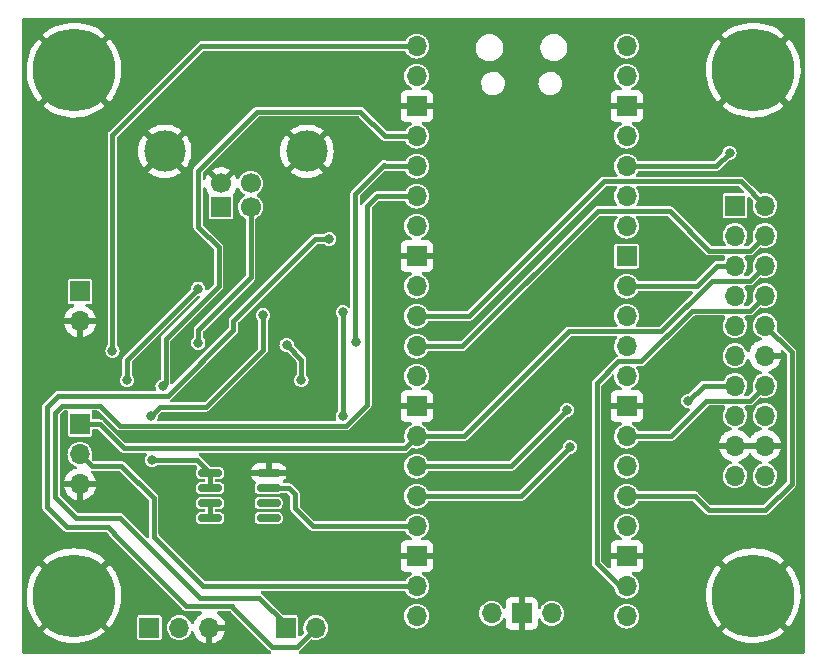
<source format=gbr>
G04 #@! TF.GenerationSoftware,KiCad,Pcbnew,(6.0.0)*
G04 #@! TF.CreationDate,2022-09-19T18:58:24+02:00*
G04 #@! TF.ProjectId,td-io,74642d69-6f2e-46b6-9963-61645f706362,rev?*
G04 #@! TF.SameCoordinates,Original*
G04 #@! TF.FileFunction,Copper,L2,Bot*
G04 #@! TF.FilePolarity,Positive*
%FSLAX46Y46*%
G04 Gerber Fmt 4.6, Leading zero omitted, Abs format (unit mm)*
G04 Created by KiCad (PCBNEW (6.0.0)) date 2022-09-19 18:58:24*
%MOMM*%
%LPD*%
G01*
G04 APERTURE LIST*
G04 Aperture macros list*
%AMRoundRect*
0 Rectangle with rounded corners*
0 $1 Rounding radius*
0 $2 $3 $4 $5 $6 $7 $8 $9 X,Y pos of 4 corners*
0 Add a 4 corners polygon primitive as box body*
4,1,4,$2,$3,$4,$5,$6,$7,$8,$9,$2,$3,0*
0 Add four circle primitives for the rounded corners*
1,1,$1+$1,$2,$3*
1,1,$1+$1,$4,$5*
1,1,$1+$1,$6,$7*
1,1,$1+$1,$8,$9*
0 Add four rect primitives between the rounded corners*
20,1,$1+$1,$2,$3,$4,$5,0*
20,1,$1+$1,$4,$5,$6,$7,0*
20,1,$1+$1,$6,$7,$8,$9,0*
20,1,$1+$1,$8,$9,$2,$3,0*%
G04 Aperture macros list end*
G04 #@! TA.AperFunction,ComponentPad*
%ADD10R,1.700000X1.700000*%
G04 #@! TD*
G04 #@! TA.AperFunction,ComponentPad*
%ADD11C,1.700000*%
G04 #@! TD*
G04 #@! TA.AperFunction,ComponentPad*
%ADD12C,3.500000*%
G04 #@! TD*
G04 #@! TA.AperFunction,ComponentPad*
%ADD13O,1.700000X1.700000*%
G04 #@! TD*
G04 #@! TA.AperFunction,ComponentPad*
%ADD14C,7.000000*%
G04 #@! TD*
G04 #@! TA.AperFunction,SMDPad,CuDef*
%ADD15RoundRect,0.150000X0.825000X0.150000X-0.825000X0.150000X-0.825000X-0.150000X0.825000X-0.150000X0*%
G04 #@! TD*
G04 #@! TA.AperFunction,ViaPad*
%ADD16C,0.800000*%
G04 #@! TD*
G04 #@! TA.AperFunction,Conductor*
%ADD17C,0.400000*%
G04 #@! TD*
G04 APERTURE END LIST*
D10*
G04 #@! TO.P,J1,1,VBUS*
G04 #@! TO.N,/jvs_sense*
X184450000Y-60077500D03*
D11*
G04 #@! TO.P,J1,2,D-*
G04 #@! TO.N,Net-(J1-Pad2)*
X186950000Y-60077500D03*
G04 #@! TO.P,J1,3,D+*
G04 #@! TO.N,Net-(J1-Pad3)*
X186950000Y-58077500D03*
G04 #@! TO.P,J1,4,GND*
G04 #@! TO.N,GND*
X184450000Y-58077500D03*
D12*
G04 #@! TO.P,J1,5,Shield*
X179680000Y-55367500D03*
X191720000Y-55367500D03*
G04 #@! TD*
D10*
G04 #@! TO.P,J2,1,Pin_1*
G04 #@! TO.N,Net-(J2-Pad1)*
X189925000Y-95700000D03*
D13*
G04 #@! TO.P,J2,2,Pin_2*
G04 #@! TO.N,Net-(J2-Pad2)*
X192465000Y-95700000D03*
G04 #@! TD*
G04 #@! TO.P,U2,1,GPIO0*
G04 #@! TO.N,/jvs_tx*
X201010000Y-46470000D03*
G04 #@! TO.P,U2,2,GPIO1*
G04 #@! TO.N,/jvs_rx*
X201010000Y-49010000D03*
D10*
G04 #@! TO.P,U2,3,GND*
G04 #@! TO.N,GND*
X201010000Y-51550000D03*
D13*
G04 #@! TO.P,U2,4,GPIO2*
G04 #@! TO.N,/jvs_re*
X201010000Y-54090000D03*
G04 #@! TO.P,U2,5,GPIO3*
G04 #@! TO.N,/jvs_de*
X201010000Y-56630000D03*
G04 #@! TO.P,U2,6,GPIO4*
G04 #@! TO.N,Net-(J2-Pad1)*
X201010000Y-59170000D03*
G04 #@! TO.P,U2,7,GPIO5*
G04 #@! TO.N,Net-(J2-Pad2)*
X201010000Y-61710000D03*
D10*
G04 #@! TO.P,U2,8,GND*
G04 #@! TO.N,GND*
X201010000Y-64250000D03*
D13*
G04 #@! TO.P,U2,9,GPIO6*
G04 #@! TO.N,/b_up*
X201010000Y-66790000D03*
G04 #@! TO.P,U2,10,GPIO7*
G04 #@! TO.N,/b_down*
X201010000Y-69330000D03*
G04 #@! TO.P,U2,11,GPIO8*
G04 #@! TO.N,/b_left*
X201010000Y-71870000D03*
G04 #@! TO.P,U2,12,GPIO9*
G04 #@! TO.N,/b_right*
X201010000Y-74410000D03*
D10*
G04 #@! TO.P,U2,13,GND*
G04 #@! TO.N,GND*
X201010000Y-76950000D03*
D13*
G04 #@! TO.P,U2,14,GPIO10*
G04 #@! TO.N,/b_test*
X201010000Y-79490000D03*
G04 #@! TO.P,U2,15,GPIO11*
G04 #@! TO.N,/dip1*
X201010000Y-82030000D03*
G04 #@! TO.P,U2,16,GPIO12*
G04 #@! TO.N,/dip2*
X201010000Y-84570000D03*
G04 #@! TO.P,U2,17,GPIO13*
G04 #@! TO.N,/sense_0v*
X201010000Y-87110000D03*
D10*
G04 #@! TO.P,U2,18,GND*
G04 #@! TO.N,GND*
X201010000Y-89650000D03*
D13*
G04 #@! TO.P,U2,19,GPIO14*
G04 #@! TO.N,/b_service*
X201010000Y-92190000D03*
G04 #@! TO.P,U2,20,GPIO15*
G04 #@! TO.N,/dip3*
X201010000Y-94730000D03*
G04 #@! TO.P,U2,21,GPIO16*
G04 #@! TO.N,unconnected-(U2-Pad21)*
X218790000Y-94730000D03*
G04 #@! TO.P,U2,22,GPIO17*
G04 #@! TO.N,/b_1*
X218790000Y-92190000D03*
D10*
G04 #@! TO.P,U2,23,GND*
G04 #@! TO.N,GND*
X218790000Y-89650000D03*
D13*
G04 #@! TO.P,U2,24,GPIO18*
G04 #@! TO.N,/b_2*
X218790000Y-87110000D03*
G04 #@! TO.P,U2,25,GPIO19*
G04 #@! TO.N,/b_3*
X218790000Y-84570000D03*
G04 #@! TO.P,U2,26,GPIO20*
G04 #@! TO.N,/b_4*
X218790000Y-82030000D03*
G04 #@! TO.P,U2,27,GPIO21*
G04 #@! TO.N,/b_5*
X218790000Y-79490000D03*
D10*
G04 #@! TO.P,U2,28,GND*
G04 #@! TO.N,GND*
X218790000Y-76950000D03*
D13*
G04 #@! TO.P,U2,29,GPIO22*
G04 #@! TO.N,/b_6*
X218790000Y-74410000D03*
G04 #@! TO.P,U2,30,RUN*
G04 #@! TO.N,unconnected-(U2-Pad30)*
X218790000Y-71870000D03*
G04 #@! TO.P,U2,31,GPIO26_ADC0*
G04 #@! TO.N,unconnected-(U2-Pad31)*
X218790000Y-69330000D03*
G04 #@! TO.P,U2,32,GPIO27_ADC1*
G04 #@! TO.N,/b_coin*
X218790000Y-66790000D03*
D10*
G04 #@! TO.P,U2,33,AGND*
G04 #@! TO.N,unconnected-(U2-Pad33)*
X218790000Y-64250000D03*
D13*
G04 #@! TO.P,U2,34,GPIO28_ADC2*
G04 #@! TO.N,/b_start*
X218790000Y-61710000D03*
G04 #@! TO.P,U2,35,ADC_VREF*
G04 #@! TO.N,unconnected-(U2-Pad35)*
X218790000Y-59170000D03*
G04 #@! TO.P,U2,36,3V3*
G04 #@! TO.N,+3V3*
X218790000Y-56630000D03*
G04 #@! TO.P,U2,37,3V3_EN*
G04 #@! TO.N,unconnected-(U2-Pad37)*
X218790000Y-54090000D03*
D10*
G04 #@! TO.P,U2,38,GND*
G04 #@! TO.N,GND*
X218790000Y-51550000D03*
D13*
G04 #@! TO.P,U2,39,VSYS*
G04 #@! TO.N,+5V*
X218790000Y-49010000D03*
G04 #@! TO.P,U2,40,VBUS*
G04 #@! TO.N,unconnected-(U2-Pad40)*
X218790000Y-46470000D03*
G04 #@! TO.P,U2,41,SWCLK*
G04 #@! TO.N,unconnected-(U2-Pad41)*
X207360000Y-94500000D03*
D10*
G04 #@! TO.P,U2,42,GND*
G04 #@! TO.N,GND*
X209900000Y-94500000D03*
D13*
G04 #@! TO.P,U2,43,SWDIO*
G04 #@! TO.N,unconnected-(U2-Pad43)*
X212440000Y-94500000D03*
G04 #@! TD*
D10*
G04 #@! TO.P,J5,1,Pin_1*
G04 #@! TO.N,+5V*
X172500000Y-67225000D03*
D13*
G04 #@! TO.P,J5,2,Pin_2*
G04 #@! TO.N,GND*
X172500000Y-69765000D03*
G04 #@! TD*
D10*
G04 #@! TO.P,J6,1,Pin_1*
G04 #@! TO.N,/b_up*
X227960000Y-59960000D03*
D13*
G04 #@! TO.P,J6,2,Pin_2*
G04 #@! TO.N,/b_down*
X230500000Y-59960000D03*
G04 #@! TO.P,J6,3,Pin_3*
G04 #@! TO.N,/b_right*
X227960000Y-62500000D03*
G04 #@! TO.P,J6,4,Pin_4*
G04 #@! TO.N,/b_left*
X230500000Y-62500000D03*
G04 #@! TO.P,J6,5,Pin_5*
G04 #@! TO.N,/b_coin*
X227960000Y-65040000D03*
G04 #@! TO.P,J6,6,Pin_6*
G04 #@! TO.N,/b_test*
X230500000Y-65040000D03*
G04 #@! TO.P,J6,7,Pin_7*
G04 #@! TO.N,/b_start*
X227960000Y-67580000D03*
G04 #@! TO.P,J6,8,Pin_8*
G04 #@! TO.N,/b_1*
X230500000Y-67580000D03*
G04 #@! TO.P,J6,9,Pin_9*
G04 #@! TO.N,/b_2*
X227960000Y-70120000D03*
G04 #@! TO.P,J6,10,Pin_10*
G04 #@! TO.N,/b_3*
X230500000Y-70120000D03*
G04 #@! TO.P,J6,11,Pin_11*
G04 #@! TO.N,/dip1*
X227960000Y-72660000D03*
G04 #@! TO.P,J6,12,Pin_12*
G04 #@! TO.N,GND*
X230500000Y-72660000D03*
G04 #@! TO.P,J6,13,Pin_13*
G04 #@! TO.N,/b_4*
X227960000Y-75200000D03*
G04 #@! TO.P,J6,14,Pin_14*
G04 #@! TO.N,/b_5*
X230500000Y-75200000D03*
G04 #@! TO.P,J6,15,Pin_15*
G04 #@! TO.N,/b_6*
X227960000Y-77740000D03*
G04 #@! TO.P,J6,16,Pin_16*
G04 #@! TO.N,/dip2*
X230500000Y-77740000D03*
G04 #@! TO.P,J6,17,Pin_17*
G04 #@! TO.N,GND*
X227960000Y-80280000D03*
G04 #@! TO.P,J6,18,Pin_18*
X230500000Y-80280000D03*
G04 #@! TO.P,J6,19,Pin_19*
G04 #@! TO.N,+3V3*
X227960000Y-82820000D03*
G04 #@! TO.P,J6,20,Pin_20*
X230500000Y-82820000D03*
G04 #@! TD*
D10*
G04 #@! TO.P,J3,1,Pin_1*
G04 #@! TO.N,/dip1*
X178375000Y-95700000D03*
D13*
G04 #@! TO.P,J3,2,Pin_2*
G04 #@! TO.N,/dip2*
X180915000Y-95700000D03*
G04 #@! TO.P,J3,3,Pin_3*
G04 #@! TO.N,GND*
X183455000Y-95700000D03*
G04 #@! TD*
D14*
G04 #@! TO.P,H4,1,1*
G04 #@! TO.N,GND*
X229500000Y-93000000D03*
G04 #@! TD*
D10*
G04 #@! TO.P,J4,1,Pin_1*
G04 #@! TO.N,/b_test*
X172500000Y-78475000D03*
D13*
G04 #@! TO.P,J4,2,Pin_2*
G04 #@! TO.N,/b_service*
X172500000Y-81015000D03*
G04 #@! TO.P,J4,3,Pin_3*
G04 #@! TO.N,GND*
X172500000Y-83555000D03*
G04 #@! TD*
D14*
G04 #@! TO.P,H3,1,1*
G04 #@! TO.N,GND*
X172000000Y-93000000D03*
G04 #@! TD*
G04 #@! TO.P,H2,1,1*
G04 #@! TO.N,GND*
X229500000Y-48500000D03*
G04 #@! TD*
G04 #@! TO.P,H1,1,1*
G04 #@! TO.N,GND*
X172000000Y-48500000D03*
G04 #@! TD*
D15*
G04 #@! TO.P,Q1,1,S1*
G04 #@! TO.N,GND*
X188475000Y-82595000D03*
G04 #@! TO.P,Q1,2,G1*
G04 #@! TO.N,/sense_0v*
X188475000Y-83865000D03*
G04 #@! TO.P,Q1,3,S2*
G04 #@! TO.N,unconnected-(Q1-Pad3)*
X188475000Y-85135000D03*
G04 #@! TO.P,Q1,4,G2*
G04 #@! TO.N,unconnected-(Q1-Pad4)*
X188475000Y-86405000D03*
G04 #@! TO.P,Q1,5,D2*
G04 #@! TO.N,Net-(Q1-Pad5)*
X183525000Y-86405000D03*
G04 #@! TO.P,Q1,6,D2*
X183525000Y-85135000D03*
G04 #@! TO.P,Q1,7,D1*
G04 #@! TO.N,/jvs_sense*
X183525000Y-83865000D03*
G04 #@! TO.P,Q1,8,D1*
X183525000Y-82595000D03*
G04 #@! TD*
D16*
G04 #@! TO.N,Net-(J2-Pad2)*
X193600000Y-62800000D03*
G04 #@! TO.N,+3V3*
X227500000Y-55500000D03*
G04 #@! TO.N,/jvs_tx*
X175250000Y-72250000D03*
G04 #@! TO.N,/jvs_de*
X195900000Y-71500000D03*
G04 #@! TO.N,/jvs_re*
X179500000Y-75250000D03*
G04 #@! TO.N,Net-(D1-Pad1)*
X182500000Y-67000000D03*
X176500000Y-74750000D03*
G04 #@! TO.N,/sense_0v*
X194750000Y-77750000D03*
X194750000Y-69000000D03*
G04 #@! TO.N,Net-(J1-Pad2)*
X182525000Y-71575000D03*
G04 #@! TO.N,Net-(J1-Pad3)*
X190000000Y-71750000D03*
X191250000Y-74750000D03*
G04 #@! TO.N,/b_4*
X224000000Y-76500000D03*
G04 #@! TO.N,/dip1*
X213725000Y-77275000D03*
G04 #@! TO.N,/dip2*
X213975000Y-80400000D03*
G04 #@! TO.N,/jvs_sense*
X178500000Y-77800000D03*
X188000000Y-69250000D03*
X178600000Y-81500000D03*
G04 #@! TD*
D17*
G04 #@! TO.N,Net-(J2-Pad2)*
X174900000Y-87200000D02*
X171400000Y-87200000D01*
X175400000Y-87700000D02*
X174900000Y-87200000D01*
X185500000Y-69700000D02*
X192400000Y-62800000D01*
X179950489Y-76049511D02*
X180100000Y-75900000D01*
X175400000Y-87800000D02*
X175400000Y-87700000D01*
X185500000Y-70500000D02*
X185500000Y-70100000D01*
X180100000Y-75900000D02*
X185500000Y-70500000D01*
X190900000Y-97300000D02*
X190500000Y-97300000D01*
X192400000Y-62800000D02*
X193600000Y-62800000D01*
X185400000Y-93900000D02*
X181500000Y-93900000D01*
X169700000Y-77000000D02*
X170650489Y-76049511D01*
X171400000Y-87200000D02*
X169700000Y-85500000D01*
X188800000Y-97300000D02*
X185500000Y-94000000D01*
X170650489Y-76049511D02*
X179950489Y-76049511D01*
X185500000Y-94000000D02*
X185400000Y-93900000D01*
X169700000Y-85500000D02*
X169700000Y-77000000D01*
X191200000Y-97000000D02*
X190900000Y-97300000D01*
X191200000Y-96965000D02*
X191200000Y-97000000D01*
X192465000Y-95700000D02*
X191200000Y-96965000D01*
X190500000Y-97300000D02*
X188800000Y-97300000D01*
X181500000Y-93900000D02*
X175400000Y-87800000D01*
X185500000Y-70100000D02*
X185500000Y-69700000D01*
G04 #@! TO.N,+3V3*
X226370000Y-56630000D02*
X218790000Y-56630000D01*
X227500000Y-55500000D02*
X226370000Y-56630000D01*
G04 #@! TO.N,Net-(J2-Pad1)*
X182700000Y-93200000D02*
X187700000Y-93200000D01*
X196800000Y-76830680D02*
X195030680Y-78600000D01*
X175900000Y-86400000D02*
X182700000Y-93200000D01*
X201010000Y-59170000D02*
X197630000Y-59170000D01*
X172200000Y-86400000D02*
X175900000Y-86400000D01*
X170400000Y-77500000D02*
X170400000Y-84600000D01*
X195030680Y-78600000D02*
X175900000Y-78600000D01*
X174200000Y-76900000D02*
X171000000Y-76900000D01*
X171000000Y-76900000D02*
X170400000Y-77500000D01*
X196800000Y-60000000D02*
X196800000Y-76830680D01*
X197630000Y-59170000D02*
X196800000Y-60000000D01*
X189925000Y-95425000D02*
X189925000Y-95700000D01*
X175900000Y-78600000D02*
X174200000Y-76900000D01*
X187700000Y-93200000D02*
X189925000Y-95425000D01*
X170400000Y-84600000D02*
X172200000Y-86400000D01*
G04 #@! TO.N,/jvs_tx*
X175250000Y-72250000D02*
X175250000Y-54000000D01*
X182780000Y-46470000D02*
X201010000Y-46470000D01*
X175250000Y-54000000D02*
X182780000Y-46470000D01*
G04 #@! TO.N,/jvs_de*
X195900000Y-71500000D02*
X195800000Y-71400000D01*
X195800000Y-58950000D02*
X198250000Y-56500000D01*
X198250000Y-56500000D02*
X198380000Y-56630000D01*
X195800000Y-71400000D02*
X195800000Y-58950000D01*
X198380000Y-56630000D02*
X201010000Y-56630000D01*
G04 #@! TO.N,/jvs_re*
X179750000Y-71250000D02*
X184250000Y-66750000D01*
X179750000Y-75000000D02*
X179750000Y-71250000D01*
X184250000Y-63500000D02*
X182500000Y-61750000D01*
X187500000Y-52000000D02*
X196250000Y-52000000D01*
X182500000Y-61750000D02*
X182500000Y-57000000D01*
X182500000Y-57000000D02*
X187500000Y-52000000D01*
X179500000Y-75250000D02*
X179750000Y-75000000D01*
X198340000Y-54090000D02*
X201010000Y-54090000D01*
X184250000Y-66750000D02*
X184250000Y-63500000D01*
X196250000Y-52000000D02*
X198340000Y-54090000D01*
G04 #@! TO.N,Net-(D1-Pad1)*
X176500000Y-74750000D02*
X176500000Y-73000000D01*
X176500000Y-73000000D02*
X182500000Y-67000000D01*
G04 #@! TO.N,/sense_0v*
X201010000Y-87110000D02*
X192210000Y-87110000D01*
X192210000Y-87110000D02*
X190700000Y-85600000D01*
X194750000Y-77250000D02*
X194750000Y-77750000D01*
X190700000Y-85600000D02*
X190700000Y-84400000D01*
X194750000Y-69000000D02*
X194750000Y-77250000D01*
X190700000Y-84400000D02*
X190165000Y-83865000D01*
X190165000Y-83865000D02*
X188475000Y-83865000D01*
G04 #@! TO.N,Net-(Q1-Pad5)*
X183525000Y-86405000D02*
X183525000Y-85135000D01*
G04 #@! TO.N,Net-(J1-Pad2)*
X186950000Y-66050000D02*
X186950000Y-60077500D01*
X182525000Y-70475000D02*
X186950000Y-66050000D01*
X182525000Y-71575000D02*
X182525000Y-70475000D01*
G04 #@! TO.N,Net-(J1-Pad3)*
X191250000Y-74750000D02*
X191250000Y-73000000D01*
X191250000Y-73000000D02*
X190000000Y-71750000D01*
G04 #@! TO.N,/b_down*
X216829511Y-57920489D02*
X205420000Y-69330000D01*
X228460489Y-57920489D02*
X216829511Y-57920489D01*
X205420000Y-69330000D02*
X201010000Y-69330000D01*
X230500000Y-59960000D02*
X228460489Y-57920489D01*
G04 #@! TO.N,/b_left*
X225790489Y-63790489D02*
X222419511Y-60419511D01*
X204880000Y-71870000D02*
X201010000Y-71870000D01*
X230500000Y-62500000D02*
X229209511Y-63790489D01*
X229209511Y-63790489D02*
X225790489Y-63790489D01*
X222419511Y-60419511D02*
X216330489Y-60419511D01*
X216330489Y-60419511D02*
X204880000Y-71870000D01*
G04 #@! TO.N,/b_coin*
X226460000Y-65040000D02*
X227960000Y-65040000D01*
X218790000Y-66790000D02*
X224710000Y-66790000D01*
X224710000Y-66790000D02*
X226460000Y-65040000D01*
G04 #@! TO.N,/b_test*
X205010000Y-79490000D02*
X201010000Y-79490000D01*
X174175000Y-78475000D02*
X176200000Y-80500000D01*
X221727361Y-70620489D02*
X213879511Y-70620489D01*
X176200000Y-80500000D02*
X200000000Y-80500000D01*
X213879511Y-70620489D02*
X205010000Y-79490000D01*
X200000000Y-80500000D02*
X201010000Y-79490000D01*
X172500000Y-78475000D02*
X174175000Y-78475000D01*
X229209511Y-66330489D02*
X226017361Y-66330489D01*
X226017361Y-66330489D02*
X221727361Y-70620489D01*
X230500000Y-65040000D02*
X229209511Y-66330489D01*
G04 #@! TO.N,/b_1*
X218089511Y-73160489D02*
X216250000Y-75000000D01*
X216250000Y-75000000D02*
X216250000Y-90250000D01*
X220035211Y-73160489D02*
X218089511Y-73160489D01*
X218190000Y-92190000D02*
X218790000Y-92190000D01*
X230500000Y-67580000D02*
X229209511Y-68870489D01*
X216250000Y-90250000D02*
X218190000Y-92190000D01*
X224325211Y-68870489D02*
X220035211Y-73160489D01*
X229209511Y-68870489D02*
X224325211Y-68870489D01*
G04 #@! TO.N,/b_3*
X225750000Y-85750000D02*
X230500000Y-85750000D01*
X232750000Y-72370000D02*
X230500000Y-70120000D01*
X230500000Y-85750000D02*
X232750000Y-83500000D01*
X218790000Y-84570000D02*
X224570000Y-84570000D01*
X224570000Y-84570000D02*
X225750000Y-85750000D01*
X232750000Y-83500000D02*
X232750000Y-72370000D01*
G04 #@! TO.N,/b_4*
X225300000Y-75200000D02*
X227960000Y-75200000D01*
X224000000Y-76500000D02*
X225300000Y-75200000D01*
G04 #@! TO.N,/b_5*
X222510000Y-79490000D02*
X225509511Y-76490489D01*
X229209511Y-76490489D02*
X230500000Y-75200000D01*
X218790000Y-79490000D02*
X222510000Y-79490000D01*
X225509511Y-76490489D02*
X229209511Y-76490489D01*
G04 #@! TO.N,/b_service*
X172500000Y-81015000D02*
X173485000Y-82000000D01*
X173485000Y-82000000D02*
X176000000Y-82000000D01*
X182940000Y-92190000D02*
X201010000Y-92190000D01*
X176000000Y-82000000D02*
X178750000Y-84750000D01*
X178750000Y-88000000D02*
X182940000Y-92190000D01*
X178750000Y-84750000D02*
X178750000Y-88000000D01*
G04 #@! TO.N,/dip1*
X213725000Y-77275000D02*
X208970000Y-82030000D01*
X208970000Y-82030000D02*
X201010000Y-82030000D01*
G04 #@! TO.N,/dip2*
X213975000Y-80400000D02*
X209805000Y-84570000D01*
X209805000Y-84570000D02*
X201010000Y-84570000D01*
G04 #@! TO.N,/jvs_sense*
X183200000Y-77000000D02*
X188000000Y-72200000D01*
X178600000Y-81500000D02*
X182430000Y-81500000D01*
X178500000Y-77800000D02*
X179300000Y-77000000D01*
X188000000Y-72200000D02*
X188000000Y-69250000D01*
X179300000Y-77000000D02*
X183200000Y-77000000D01*
X183525000Y-82595000D02*
X183525000Y-83865000D01*
X182430000Y-81500000D02*
X183525000Y-82595000D01*
G04 #@! TD*
G04 #@! TA.AperFunction,Conductor*
G04 #@! TO.N,GND*
G36*
X233842121Y-44120002D02*
G01*
X233888614Y-44173658D01*
X233900000Y-44226000D01*
X233900000Y-97774000D01*
X233879998Y-97842121D01*
X233826342Y-97888614D01*
X233774000Y-97900000D01*
X191137017Y-97900000D01*
X191068896Y-97879998D01*
X191022403Y-97826342D01*
X191012299Y-97756068D01*
X191041793Y-97691488D01*
X191077734Y-97663361D01*
X191084090Y-97661296D01*
X191101893Y-97648361D01*
X191118745Y-97638035D01*
X191129502Y-97632554D01*
X191138342Y-97628050D01*
X191160905Y-97605487D01*
X191160909Y-97605484D01*
X191505484Y-97260909D01*
X191505487Y-97260905D01*
X191528050Y-97238342D01*
X191538035Y-97218745D01*
X191548361Y-97201893D01*
X191561296Y-97184090D01*
X191563969Y-97175865D01*
X191586393Y-97145000D01*
X191780206Y-96951187D01*
X192004176Y-96727216D01*
X192066489Y-96693191D01*
X192132207Y-96696478D01*
X192147488Y-96701443D01*
X192232471Y-96729056D01*
X192232475Y-96729057D01*
X192238329Y-96730959D01*
X192442894Y-96755351D01*
X192449029Y-96754879D01*
X192449031Y-96754879D01*
X192521625Y-96749293D01*
X192648300Y-96739546D01*
X192654230Y-96737890D01*
X192654232Y-96737890D01*
X192809451Y-96694552D01*
X192846725Y-96684145D01*
X192852214Y-96681372D01*
X192852220Y-96681370D01*
X193025116Y-96594033D01*
X193030610Y-96591258D01*
X193044658Y-96580283D01*
X193188101Y-96468213D01*
X193192951Y-96464424D01*
X193250992Y-96397183D01*
X193323540Y-96313134D01*
X193323540Y-96313133D01*
X193327564Y-96308472D01*
X193348387Y-96271818D01*
X193366056Y-96240714D01*
X193429323Y-96129344D01*
X193468822Y-96010607D01*
X226854933Y-96010607D01*
X226854988Y-96011386D01*
X226860342Y-96019436D01*
X226896960Y-96053821D01*
X226901638Y-96057803D01*
X227207386Y-96293260D01*
X227212429Y-96296765D01*
X227539694Y-96501262D01*
X227545051Y-96504256D01*
X227890709Y-96675843D01*
X227896349Y-96678307D01*
X228257076Y-96815334D01*
X228262948Y-96817242D01*
X228635344Y-96918420D01*
X228641321Y-96919734D01*
X229021843Y-96984095D01*
X229027929Y-96984820D01*
X229412896Y-97011740D01*
X229419032Y-97011868D01*
X229804787Y-97001093D01*
X229810918Y-97000621D01*
X230193755Y-96952257D01*
X230199828Y-96951187D01*
X230576135Y-96865692D01*
X230582050Y-96864040D01*
X230948215Y-96742234D01*
X230953949Y-96740010D01*
X231306497Y-96583046D01*
X231311966Y-96580283D01*
X231647516Y-96389664D01*
X231652690Y-96386380D01*
X231968034Y-96163929D01*
X231972872Y-96160149D01*
X232135240Y-96019998D01*
X232143655Y-96006958D01*
X232137716Y-95996926D01*
X229512812Y-93372022D01*
X229498868Y-93364408D01*
X229497035Y-93364539D01*
X229490420Y-93368790D01*
X226862547Y-95996663D01*
X226854933Y-96010607D01*
X193468822Y-96010607D01*
X193494351Y-95933863D01*
X193520171Y-95729474D01*
X193520583Y-95700000D01*
X193500480Y-95494970D01*
X193440935Y-95297749D01*
X193344218Y-95115849D01*
X193265386Y-95019192D01*
X193217906Y-94960975D01*
X193217903Y-94960972D01*
X193214011Y-94956200D01*
X193195507Y-94940892D01*
X193060025Y-94828811D01*
X193060021Y-94828809D01*
X193055275Y-94824882D01*
X192874055Y-94726897D01*
X192836468Y-94715262D01*
X199954520Y-94715262D01*
X199955036Y-94721406D01*
X199970418Y-94904578D01*
X199971759Y-94920553D01*
X199973458Y-94926478D01*
X200026390Y-95111073D01*
X200028544Y-95118586D01*
X200031359Y-95124063D01*
X200031360Y-95124066D01*
X200119897Y-95296341D01*
X200122712Y-95301818D01*
X200250677Y-95463270D01*
X200255370Y-95467264D01*
X200255371Y-95467265D01*
X200378435Y-95572000D01*
X200407564Y-95596791D01*
X200587398Y-95697297D01*
X200675580Y-95725949D01*
X200777471Y-95759056D01*
X200777475Y-95759057D01*
X200783329Y-95760959D01*
X200987894Y-95785351D01*
X200994029Y-95784879D01*
X200994031Y-95784879D01*
X201050039Y-95780569D01*
X201193300Y-95769546D01*
X201199230Y-95767890D01*
X201199232Y-95767890D01*
X201336822Y-95729474D01*
X201391725Y-95714145D01*
X201397214Y-95711372D01*
X201397220Y-95711370D01*
X201537333Y-95640593D01*
X201575610Y-95621258D01*
X201618110Y-95588054D01*
X201733101Y-95498213D01*
X201737951Y-95494424D01*
X201761100Y-95467606D01*
X201868540Y-95343134D01*
X201868540Y-95343133D01*
X201872564Y-95338472D01*
X201893387Y-95301818D01*
X201932327Y-95233270D01*
X201974323Y-95159344D01*
X202039351Y-94963863D01*
X202065171Y-94759474D01*
X202065583Y-94730000D01*
X202045480Y-94524970D01*
X202033491Y-94485262D01*
X206304520Y-94485262D01*
X206305036Y-94491406D01*
X206319289Y-94661133D01*
X206321759Y-94690553D01*
X206323458Y-94696478D01*
X206374054Y-94872926D01*
X206378544Y-94888586D01*
X206381359Y-94894063D01*
X206381360Y-94894066D01*
X206462393Y-95051739D01*
X206472712Y-95071818D01*
X206600677Y-95233270D01*
X206605370Y-95237264D01*
X206605371Y-95237265D01*
X206717994Y-95333114D01*
X206757564Y-95366791D01*
X206762942Y-95369797D01*
X206762944Y-95369798D01*
X206794563Y-95387469D01*
X206937398Y-95467297D01*
X207007452Y-95490059D01*
X207127471Y-95529056D01*
X207127475Y-95529057D01*
X207133329Y-95530959D01*
X207337894Y-95555351D01*
X207344029Y-95554879D01*
X207344031Y-95554879D01*
X207400039Y-95550569D01*
X207543300Y-95539546D01*
X207549230Y-95537890D01*
X207549232Y-95537890D01*
X207703273Y-95494881D01*
X207741725Y-95484145D01*
X207747214Y-95481372D01*
X207747220Y-95481370D01*
X207920116Y-95394033D01*
X207925610Y-95391258D01*
X208087951Y-95264424D01*
X208095116Y-95256124D01*
X208218540Y-95113134D01*
X208218540Y-95113133D01*
X208222564Y-95108472D01*
X208243387Y-95071818D01*
X208306445Y-94960815D01*
X208357484Y-94911464D01*
X208427102Y-94897542D01*
X208493196Y-94923468D01*
X208534781Y-94981011D01*
X208542001Y-95023052D01*
X208542001Y-95394669D01*
X208542371Y-95401490D01*
X208547895Y-95452352D01*
X208551521Y-95467604D01*
X208596676Y-95588054D01*
X208605214Y-95603649D01*
X208681715Y-95705724D01*
X208694276Y-95718285D01*
X208796351Y-95794786D01*
X208811946Y-95803324D01*
X208932394Y-95848478D01*
X208947649Y-95852105D01*
X208998514Y-95857631D01*
X209005328Y-95858000D01*
X209627885Y-95858000D01*
X209643124Y-95853525D01*
X209644329Y-95852135D01*
X209646000Y-95844452D01*
X209646000Y-95839884D01*
X210154000Y-95839884D01*
X210158475Y-95855123D01*
X210159865Y-95856328D01*
X210167548Y-95857999D01*
X210794669Y-95857999D01*
X210801490Y-95857629D01*
X210852352Y-95852105D01*
X210867604Y-95848479D01*
X210988054Y-95803324D01*
X211003649Y-95794786D01*
X211105724Y-95718285D01*
X211118285Y-95705724D01*
X211194786Y-95603649D01*
X211203324Y-95588054D01*
X211248478Y-95467606D01*
X211252105Y-95452351D01*
X211257631Y-95401486D01*
X211258000Y-95394672D01*
X211258000Y-95019192D01*
X211278002Y-94951071D01*
X211331658Y-94904578D01*
X211401932Y-94894474D01*
X211466512Y-94923968D01*
X211496067Y-94961598D01*
X211552712Y-95071818D01*
X211680677Y-95233270D01*
X211685370Y-95237264D01*
X211685371Y-95237265D01*
X211797994Y-95333114D01*
X211837564Y-95366791D01*
X211842942Y-95369797D01*
X211842944Y-95369798D01*
X211874563Y-95387469D01*
X212017398Y-95467297D01*
X212087452Y-95490059D01*
X212207471Y-95529056D01*
X212207475Y-95529057D01*
X212213329Y-95530959D01*
X212417894Y-95555351D01*
X212424029Y-95554879D01*
X212424031Y-95554879D01*
X212480039Y-95550569D01*
X212623300Y-95539546D01*
X212629230Y-95537890D01*
X212629232Y-95537890D01*
X212783273Y-95494881D01*
X212821725Y-95484145D01*
X212827214Y-95481372D01*
X212827220Y-95481370D01*
X213000116Y-95394033D01*
X213005610Y-95391258D01*
X213167951Y-95264424D01*
X213175116Y-95256124D01*
X213298540Y-95113134D01*
X213298540Y-95113133D01*
X213302564Y-95108472D01*
X213323387Y-95071818D01*
X213368115Y-94993082D01*
X213404323Y-94929344D01*
X213469351Y-94733863D01*
X213471701Y-94715262D01*
X217734520Y-94715262D01*
X217735036Y-94721406D01*
X217750418Y-94904578D01*
X217751759Y-94920553D01*
X217753458Y-94926478D01*
X217806390Y-95111073D01*
X217808544Y-95118586D01*
X217811359Y-95124063D01*
X217811360Y-95124066D01*
X217899897Y-95296341D01*
X217902712Y-95301818D01*
X218030677Y-95463270D01*
X218035370Y-95467264D01*
X218035371Y-95467265D01*
X218158435Y-95572000D01*
X218187564Y-95596791D01*
X218367398Y-95697297D01*
X218455580Y-95725949D01*
X218557471Y-95759056D01*
X218557475Y-95759057D01*
X218563329Y-95760959D01*
X218767894Y-95785351D01*
X218774029Y-95784879D01*
X218774031Y-95784879D01*
X218830039Y-95780569D01*
X218973300Y-95769546D01*
X218979230Y-95767890D01*
X218979232Y-95767890D01*
X219116822Y-95729474D01*
X219171725Y-95714145D01*
X219177214Y-95711372D01*
X219177220Y-95711370D01*
X219317333Y-95640593D01*
X219355610Y-95621258D01*
X219398110Y-95588054D01*
X219513101Y-95498213D01*
X219517951Y-95494424D01*
X219541100Y-95467606D01*
X219648540Y-95343134D01*
X219648540Y-95343133D01*
X219652564Y-95338472D01*
X219673387Y-95301818D01*
X219712327Y-95233270D01*
X219754323Y-95159344D01*
X219819351Y-94963863D01*
X219845171Y-94759474D01*
X219845583Y-94730000D01*
X219825480Y-94524970D01*
X219765935Y-94327749D01*
X219669218Y-94145849D01*
X219582151Y-94039095D01*
X219542906Y-93990975D01*
X219542903Y-93990972D01*
X219539011Y-93986200D01*
X219532173Y-93980543D01*
X219385025Y-93858811D01*
X219385021Y-93858809D01*
X219380275Y-93854882D01*
X219199055Y-93756897D01*
X219002254Y-93695977D01*
X218996129Y-93695333D01*
X218996128Y-93695333D01*
X218803498Y-93675087D01*
X218803496Y-93675087D01*
X218797369Y-93674443D01*
X218710529Y-93682346D01*
X218598342Y-93692555D01*
X218598339Y-93692556D01*
X218592203Y-93693114D01*
X218394572Y-93751280D01*
X218212002Y-93846726D01*
X218207201Y-93850586D01*
X218207198Y-93850588D01*
X218056254Y-93971950D01*
X218051447Y-93975815D01*
X217919024Y-94133630D01*
X217916056Y-94139028D01*
X217916053Y-94139033D01*
X217833561Y-94289087D01*
X217819776Y-94314162D01*
X217757484Y-94510532D01*
X217756798Y-94516649D01*
X217756797Y-94516653D01*
X217736627Y-94696478D01*
X217734520Y-94715262D01*
X213471701Y-94715262D01*
X213495171Y-94529474D01*
X213495583Y-94500000D01*
X213494741Y-94491406D01*
X213478694Y-94327749D01*
X213475480Y-94294970D01*
X213415935Y-94097749D01*
X213319218Y-93915849D01*
X213237453Y-93815595D01*
X213192906Y-93760975D01*
X213192903Y-93760972D01*
X213189011Y-93756200D01*
X213182173Y-93750543D01*
X213035025Y-93628811D01*
X213035021Y-93628809D01*
X213030275Y-93624882D01*
X212849055Y-93526897D01*
X212652254Y-93465977D01*
X212646129Y-93465333D01*
X212646128Y-93465333D01*
X212453498Y-93445087D01*
X212453496Y-93445087D01*
X212447369Y-93444443D01*
X212360529Y-93452346D01*
X212248342Y-93462555D01*
X212248339Y-93462556D01*
X212242203Y-93463114D01*
X212044572Y-93521280D01*
X211862002Y-93616726D01*
X211857201Y-93620586D01*
X211857198Y-93620588D01*
X211850925Y-93625632D01*
X211701447Y-93745815D01*
X211569024Y-93903630D01*
X211566054Y-93909033D01*
X211566053Y-93909034D01*
X211494414Y-94039345D01*
X211444068Y-94089404D01*
X211374651Y-94104297D01*
X211308202Y-94079296D01*
X211265818Y-94022339D01*
X211257999Y-93978644D01*
X211257999Y-93605331D01*
X211257629Y-93598510D01*
X211252105Y-93547648D01*
X211248479Y-93532396D01*
X211203324Y-93411946D01*
X211194786Y-93396351D01*
X211118285Y-93294276D01*
X211105724Y-93281715D01*
X211003649Y-93205214D01*
X210988054Y-93196676D01*
X210867606Y-93151522D01*
X210852351Y-93147895D01*
X210801486Y-93142369D01*
X210794672Y-93142000D01*
X210172115Y-93142000D01*
X210156876Y-93146475D01*
X210155671Y-93147865D01*
X210154000Y-93155548D01*
X210154000Y-95839884D01*
X209646000Y-95839884D01*
X209646000Y-93160116D01*
X209641525Y-93144877D01*
X209640135Y-93143672D01*
X209632452Y-93142001D01*
X209005331Y-93142001D01*
X208998510Y-93142371D01*
X208947648Y-93147895D01*
X208932396Y-93151521D01*
X208811946Y-93196676D01*
X208796351Y-93205214D01*
X208694276Y-93281715D01*
X208681715Y-93294276D01*
X208605214Y-93396351D01*
X208596676Y-93411946D01*
X208551522Y-93532394D01*
X208547895Y-93547649D01*
X208542369Y-93598514D01*
X208542000Y-93605328D01*
X208542000Y-93979942D01*
X208521998Y-94048063D01*
X208468342Y-94094556D01*
X208398068Y-94104660D01*
X208333488Y-94075166D01*
X208304748Y-94039095D01*
X208273297Y-93979942D01*
X208239218Y-93915849D01*
X208157453Y-93815595D01*
X208112906Y-93760975D01*
X208112903Y-93760972D01*
X208109011Y-93756200D01*
X208102173Y-93750543D01*
X207955025Y-93628811D01*
X207955021Y-93628809D01*
X207950275Y-93624882D01*
X207769055Y-93526897D01*
X207572254Y-93465977D01*
X207566129Y-93465333D01*
X207566128Y-93465333D01*
X207373498Y-93445087D01*
X207373496Y-93445087D01*
X207367369Y-93444443D01*
X207280529Y-93452346D01*
X207168342Y-93462555D01*
X207168339Y-93462556D01*
X207162203Y-93463114D01*
X206964572Y-93521280D01*
X206782002Y-93616726D01*
X206777201Y-93620586D01*
X206777198Y-93620588D01*
X206770925Y-93625632D01*
X206621447Y-93745815D01*
X206489024Y-93903630D01*
X206486056Y-93909028D01*
X206486053Y-93909033D01*
X206394722Y-94075166D01*
X206389776Y-94084162D01*
X206327484Y-94280532D01*
X206326798Y-94286649D01*
X206326797Y-94286653D01*
X206319633Y-94350527D01*
X206304520Y-94485262D01*
X202033491Y-94485262D01*
X201985935Y-94327749D01*
X201889218Y-94145849D01*
X201802151Y-94039095D01*
X201762906Y-93990975D01*
X201762903Y-93990972D01*
X201759011Y-93986200D01*
X201752173Y-93980543D01*
X201605025Y-93858811D01*
X201605021Y-93858809D01*
X201600275Y-93854882D01*
X201419055Y-93756897D01*
X201222254Y-93695977D01*
X201216129Y-93695333D01*
X201216128Y-93695333D01*
X201023498Y-93675087D01*
X201023496Y-93675087D01*
X201017369Y-93674443D01*
X200930529Y-93682346D01*
X200818342Y-93692555D01*
X200818339Y-93692556D01*
X200812203Y-93693114D01*
X200614572Y-93751280D01*
X200432002Y-93846726D01*
X200427201Y-93850586D01*
X200427198Y-93850588D01*
X200276254Y-93971950D01*
X200271447Y-93975815D01*
X200139024Y-94133630D01*
X200136056Y-94139028D01*
X200136053Y-94139033D01*
X200053561Y-94289087D01*
X200039776Y-94314162D01*
X199977484Y-94510532D01*
X199976798Y-94516649D01*
X199976797Y-94516653D01*
X199956627Y-94696478D01*
X199954520Y-94715262D01*
X192836468Y-94715262D01*
X192677254Y-94665977D01*
X192671129Y-94665333D01*
X192671128Y-94665333D01*
X192478498Y-94645087D01*
X192478496Y-94645087D01*
X192472369Y-94644443D01*
X192385529Y-94652346D01*
X192273342Y-94662555D01*
X192273339Y-94662556D01*
X192267203Y-94663114D01*
X192069572Y-94721280D01*
X191887002Y-94816726D01*
X191882201Y-94820586D01*
X191882198Y-94820588D01*
X191732570Y-94940892D01*
X191726447Y-94945815D01*
X191594024Y-95103630D01*
X191591056Y-95109028D01*
X191591053Y-95109033D01*
X191527420Y-95224783D01*
X191494776Y-95284162D01*
X191492913Y-95290035D01*
X191441424Y-95452351D01*
X191432484Y-95480532D01*
X191431798Y-95486649D01*
X191431797Y-95486653D01*
X191419106Y-95599798D01*
X191409520Y-95685262D01*
X191410036Y-95691406D01*
X191423650Y-95853525D01*
X191426759Y-95890553D01*
X191457671Y-95998354D01*
X191468987Y-96037819D01*
X191468536Y-96108814D01*
X191436963Y-96161644D01*
X191190595Y-96408012D01*
X191128283Y-96442038D01*
X191057468Y-96436973D01*
X191000632Y-96394426D01*
X190975821Y-96327906D01*
X190975500Y-96318917D01*
X190975500Y-94830252D01*
X190963867Y-94771769D01*
X190919552Y-94705448D01*
X190853231Y-94661133D01*
X190841062Y-94658712D01*
X190841061Y-94658712D01*
X190800816Y-94650707D01*
X190794748Y-94649500D01*
X189768082Y-94649500D01*
X189699961Y-94629498D01*
X189678987Y-94612595D01*
X188827368Y-93760975D01*
X187960909Y-92894516D01*
X187960905Y-92894513D01*
X187938342Y-92871950D01*
X187918746Y-92861965D01*
X187901893Y-92851639D01*
X187884090Y-92838704D01*
X187874659Y-92835640D01*
X187865822Y-92831137D01*
X187866693Y-92829427D01*
X187818187Y-92796259D01*
X187790550Y-92730862D01*
X187802657Y-92660905D01*
X187850664Y-92608600D01*
X187915729Y-92590500D01*
X199957756Y-92590500D01*
X200025877Y-92610502D01*
X200069822Y-92658905D01*
X200122712Y-92761818D01*
X200250677Y-92923270D01*
X200255370Y-92927264D01*
X200255371Y-92927265D01*
X200344319Y-93002965D01*
X200407564Y-93056791D01*
X200587398Y-93157297D01*
X200682238Y-93188113D01*
X200777471Y-93219056D01*
X200777475Y-93219057D01*
X200783329Y-93220959D01*
X200987894Y-93245351D01*
X200994029Y-93244879D01*
X200994031Y-93244879D01*
X201050039Y-93240569D01*
X201193300Y-93229546D01*
X201199230Y-93227890D01*
X201199232Y-93227890D01*
X201385797Y-93175800D01*
X201385796Y-93175800D01*
X201391725Y-93174145D01*
X201397214Y-93171372D01*
X201397220Y-93171370D01*
X201570116Y-93084033D01*
X201575610Y-93081258D01*
X201737951Y-92954424D01*
X201789665Y-92894513D01*
X201868540Y-92803134D01*
X201868540Y-92803133D01*
X201872564Y-92798472D01*
X201893387Y-92761818D01*
X201950713Y-92660905D01*
X201974323Y-92619344D01*
X202039351Y-92423863D01*
X202065171Y-92219474D01*
X202065583Y-92190000D01*
X202045480Y-91984970D01*
X201985935Y-91787749D01*
X201889218Y-91605849D01*
X201772378Y-91462589D01*
X201762906Y-91450975D01*
X201762903Y-91450972D01*
X201759011Y-91446200D01*
X201729836Y-91422064D01*
X201605025Y-91318811D01*
X201605021Y-91318809D01*
X201600275Y-91314882D01*
X201472255Y-91245662D01*
X201470726Y-91244835D01*
X201420317Y-91194840D01*
X201404940Y-91125529D01*
X201429476Y-91058907D01*
X201486136Y-91016126D01*
X201530655Y-91007999D01*
X201904669Y-91007999D01*
X201911490Y-91007629D01*
X201962352Y-91002105D01*
X201977604Y-90998479D01*
X202098054Y-90953324D01*
X202113649Y-90944786D01*
X202215724Y-90868285D01*
X202228285Y-90855724D01*
X202304786Y-90753649D01*
X202313324Y-90738054D01*
X202358478Y-90617606D01*
X202362105Y-90602351D01*
X202367631Y-90551486D01*
X202368000Y-90544672D01*
X202368000Y-89922115D01*
X202363525Y-89906876D01*
X202362135Y-89905671D01*
X202354452Y-89904000D01*
X199670116Y-89904000D01*
X199654877Y-89908475D01*
X199653672Y-89909865D01*
X199652001Y-89917548D01*
X199652001Y-90544669D01*
X199652371Y-90551490D01*
X199657895Y-90602352D01*
X199661521Y-90617604D01*
X199706676Y-90738054D01*
X199715214Y-90753649D01*
X199791715Y-90855724D01*
X199804276Y-90868285D01*
X199906351Y-90944786D01*
X199921946Y-90953324D01*
X200042394Y-90998478D01*
X200057649Y-91002105D01*
X200108514Y-91007631D01*
X200115328Y-91008000D01*
X200490432Y-91008000D01*
X200558553Y-91028002D01*
X200605046Y-91081658D01*
X200615150Y-91151932D01*
X200585656Y-91216512D01*
X200548812Y-91245659D01*
X200432002Y-91306726D01*
X200427201Y-91310586D01*
X200427198Y-91310588D01*
X200332259Y-91386921D01*
X200271447Y-91435815D01*
X200139024Y-91593630D01*
X200136054Y-91599033D01*
X200136053Y-91599034D01*
X200067242Y-91724201D01*
X200016896Y-91774260D01*
X199956827Y-91789500D01*
X183158083Y-91789500D01*
X183089962Y-91769498D01*
X183068988Y-91752595D01*
X179187405Y-87871012D01*
X179153379Y-87808700D01*
X179150500Y-87781917D01*
X179150500Y-86588218D01*
X182349500Y-86588218D01*
X182350170Y-86592768D01*
X182350170Y-86592771D01*
X182358216Y-86647426D01*
X182359642Y-86657112D01*
X182363958Y-86665902D01*
X182394471Y-86728050D01*
X182411068Y-86761855D01*
X182493650Y-86844293D01*
X182598482Y-86895536D01*
X182622693Y-86899068D01*
X182662256Y-86904840D01*
X182662260Y-86904840D01*
X182666782Y-86905500D01*
X184383218Y-86905500D01*
X184387768Y-86904830D01*
X184387771Y-86904830D01*
X184442426Y-86896784D01*
X184442427Y-86896784D01*
X184452112Y-86895358D01*
X184502008Y-86870860D01*
X184547507Y-86848522D01*
X184547509Y-86848521D01*
X184556855Y-86843932D01*
X184639293Y-86761350D01*
X184690536Y-86656518D01*
X184700500Y-86588218D01*
X187299500Y-86588218D01*
X187300170Y-86592768D01*
X187300170Y-86592771D01*
X187308216Y-86647426D01*
X187309642Y-86657112D01*
X187313958Y-86665902D01*
X187344471Y-86728050D01*
X187361068Y-86761855D01*
X187443650Y-86844293D01*
X187548482Y-86895536D01*
X187572693Y-86899068D01*
X187612256Y-86904840D01*
X187612260Y-86904840D01*
X187616782Y-86905500D01*
X189333218Y-86905500D01*
X189337768Y-86904830D01*
X189337771Y-86904830D01*
X189392426Y-86896784D01*
X189392427Y-86896784D01*
X189402112Y-86895358D01*
X189452008Y-86870860D01*
X189497507Y-86848522D01*
X189497509Y-86848521D01*
X189506855Y-86843932D01*
X189589293Y-86761350D01*
X189640536Y-86656518D01*
X189650500Y-86588218D01*
X189650500Y-86221782D01*
X189641871Y-86163162D01*
X189641784Y-86162574D01*
X189641784Y-86162573D01*
X189640358Y-86152888D01*
X189611699Y-86094516D01*
X189593522Y-86057493D01*
X189593521Y-86057491D01*
X189588932Y-86048145D01*
X189506350Y-85965707D01*
X189401518Y-85914464D01*
X189371027Y-85910016D01*
X189337744Y-85905160D01*
X189337740Y-85905160D01*
X189333218Y-85904500D01*
X187616782Y-85904500D01*
X187612232Y-85905170D01*
X187612229Y-85905170D01*
X187557574Y-85913216D01*
X187557573Y-85913216D01*
X187547888Y-85914642D01*
X187497992Y-85939140D01*
X187452493Y-85961478D01*
X187452491Y-85961479D01*
X187443145Y-85966068D01*
X187360707Y-86048650D01*
X187309464Y-86153482D01*
X187299500Y-86221782D01*
X187299500Y-86588218D01*
X184700500Y-86588218D01*
X184700500Y-86221782D01*
X184691871Y-86163162D01*
X184691784Y-86162574D01*
X184691784Y-86162573D01*
X184690358Y-86152888D01*
X184661699Y-86094516D01*
X184643522Y-86057493D01*
X184643521Y-86057491D01*
X184638932Y-86048145D01*
X184556350Y-85965707D01*
X184451518Y-85914464D01*
X184421027Y-85910016D01*
X184387744Y-85905160D01*
X184387740Y-85905160D01*
X184383218Y-85904500D01*
X184051500Y-85904500D01*
X183983379Y-85884498D01*
X183936886Y-85830842D01*
X183925500Y-85778500D01*
X183925500Y-85761500D01*
X183945502Y-85693379D01*
X183999158Y-85646886D01*
X184051500Y-85635500D01*
X184383218Y-85635500D01*
X184387768Y-85634830D01*
X184387771Y-85634830D01*
X184442426Y-85626784D01*
X184442427Y-85626784D01*
X184452112Y-85625358D01*
X184546804Y-85578867D01*
X184547507Y-85578522D01*
X184547509Y-85578521D01*
X184556855Y-85573932D01*
X184639293Y-85491350D01*
X184649235Y-85471012D01*
X184686240Y-85395306D01*
X184690536Y-85386518D01*
X184698182Y-85334107D01*
X184699840Y-85322744D01*
X184699840Y-85322740D01*
X184700500Y-85318218D01*
X187299500Y-85318218D01*
X187300170Y-85322768D01*
X187300170Y-85322771D01*
X187308216Y-85377426D01*
X187309642Y-85387112D01*
X187313958Y-85395902D01*
X187350835Y-85471012D01*
X187361068Y-85491855D01*
X187443650Y-85574293D01*
X187453006Y-85578866D01*
X187453007Y-85578867D01*
X187483524Y-85593784D01*
X187548482Y-85625536D01*
X187578973Y-85629984D01*
X187612256Y-85634840D01*
X187612260Y-85634840D01*
X187616782Y-85635500D01*
X189333218Y-85635500D01*
X189337768Y-85634830D01*
X189337771Y-85634830D01*
X189392426Y-85626784D01*
X189392427Y-85626784D01*
X189402112Y-85625358D01*
X189496804Y-85578867D01*
X189497507Y-85578522D01*
X189497509Y-85578521D01*
X189506855Y-85573932D01*
X189589293Y-85491350D01*
X189599235Y-85471012D01*
X189636240Y-85395306D01*
X189640536Y-85386518D01*
X189648182Y-85334107D01*
X189649840Y-85322744D01*
X189649840Y-85322740D01*
X189650500Y-85318218D01*
X189650500Y-84951782D01*
X189646627Y-84925469D01*
X189641784Y-84892574D01*
X189641784Y-84892573D01*
X189640358Y-84882888D01*
X189588932Y-84778145D01*
X189506350Y-84695707D01*
X189401518Y-84644464D01*
X189371027Y-84640016D01*
X189337744Y-84635160D01*
X189337740Y-84635160D01*
X189333218Y-84634500D01*
X187616782Y-84634500D01*
X187612232Y-84635170D01*
X187612229Y-84635170D01*
X187557574Y-84643216D01*
X187557573Y-84643216D01*
X187547888Y-84644642D01*
X187505106Y-84665647D01*
X187452493Y-84691478D01*
X187452491Y-84691479D01*
X187443145Y-84696068D01*
X187360707Y-84778650D01*
X187309464Y-84883482D01*
X187308052Y-84893162D01*
X187302489Y-84931296D01*
X187299500Y-84951782D01*
X187299500Y-85318218D01*
X184700500Y-85318218D01*
X184700500Y-84951782D01*
X184696627Y-84925469D01*
X184691784Y-84892574D01*
X184691784Y-84892573D01*
X184690358Y-84882888D01*
X184638932Y-84778145D01*
X184556350Y-84695707D01*
X184451518Y-84644464D01*
X184421027Y-84640016D01*
X184387744Y-84635160D01*
X184387740Y-84635160D01*
X184383218Y-84634500D01*
X182666782Y-84634500D01*
X182662232Y-84635170D01*
X182662229Y-84635170D01*
X182607574Y-84643216D01*
X182607573Y-84643216D01*
X182597888Y-84644642D01*
X182555106Y-84665647D01*
X182502493Y-84691478D01*
X182502491Y-84691479D01*
X182493145Y-84696068D01*
X182410707Y-84778650D01*
X182359464Y-84883482D01*
X182358052Y-84893162D01*
X182352489Y-84931296D01*
X182349500Y-84951782D01*
X182349500Y-85318218D01*
X182350170Y-85322768D01*
X182350170Y-85322771D01*
X182358216Y-85377426D01*
X182359642Y-85387112D01*
X182363958Y-85395902D01*
X182400835Y-85471012D01*
X182411068Y-85491855D01*
X182493650Y-85574293D01*
X182503006Y-85578866D01*
X182503007Y-85578867D01*
X182533524Y-85593784D01*
X182598482Y-85625536D01*
X182628973Y-85629984D01*
X182662256Y-85634840D01*
X182662260Y-85634840D01*
X182666782Y-85635500D01*
X182998500Y-85635500D01*
X183066621Y-85655502D01*
X183113114Y-85709158D01*
X183124500Y-85761500D01*
X183124500Y-85778500D01*
X183104498Y-85846621D01*
X183050842Y-85893114D01*
X182998500Y-85904500D01*
X182666782Y-85904500D01*
X182662232Y-85905170D01*
X182662229Y-85905170D01*
X182607574Y-85913216D01*
X182607573Y-85913216D01*
X182597888Y-85914642D01*
X182547992Y-85939140D01*
X182502493Y-85961478D01*
X182502491Y-85961479D01*
X182493145Y-85966068D01*
X182410707Y-86048650D01*
X182359464Y-86153482D01*
X182349500Y-86221782D01*
X182349500Y-86588218D01*
X179150500Y-86588218D01*
X179150500Y-84718481D01*
X179150499Y-84718475D01*
X179150499Y-84686567D01*
X179147436Y-84677140D01*
X179147435Y-84677133D01*
X179143703Y-84665647D01*
X179139089Y-84646427D01*
X179137199Y-84634493D01*
X179137197Y-84634485D01*
X179135646Y-84624696D01*
X179131146Y-84615865D01*
X179131145Y-84615861D01*
X179125658Y-84605093D01*
X179118094Y-84586832D01*
X179111296Y-84565910D01*
X179098368Y-84548116D01*
X179088038Y-84531259D01*
X179082552Y-84520493D01*
X179082551Y-84520492D01*
X179078050Y-84511658D01*
X178988342Y-84421950D01*
X176260909Y-81694516D01*
X176260905Y-81694513D01*
X176238342Y-81671950D01*
X176218746Y-81661965D01*
X176201893Y-81651639D01*
X176184090Y-81638704D01*
X176163166Y-81631905D01*
X176144906Y-81624341D01*
X176134141Y-81618856D01*
X176134137Y-81618855D01*
X176125304Y-81614354D01*
X176115513Y-81612803D01*
X176115512Y-81612803D01*
X176103578Y-81610913D01*
X176084353Y-81606297D01*
X176072868Y-81602565D01*
X176072864Y-81602564D01*
X176063433Y-81599500D01*
X173703082Y-81599500D01*
X173634961Y-81579498D01*
X173613987Y-81562595D01*
X173527191Y-81475799D01*
X173493165Y-81413487D01*
X173496728Y-81346932D01*
X173516931Y-81286200D01*
X173529351Y-81248863D01*
X173555171Y-81044474D01*
X173555583Y-81015000D01*
X173535480Y-80809970D01*
X173475935Y-80612749D01*
X173379218Y-80430849D01*
X173305859Y-80340902D01*
X173252906Y-80275975D01*
X173252903Y-80275972D01*
X173249011Y-80271200D01*
X173236458Y-80260815D01*
X173095025Y-80143811D01*
X173095021Y-80143809D01*
X173090275Y-80139882D01*
X172909055Y-80041897D01*
X172712254Y-79980977D01*
X172706129Y-79980333D01*
X172706128Y-79980333D01*
X172513498Y-79960087D01*
X172513496Y-79960087D01*
X172507369Y-79959443D01*
X172427681Y-79966695D01*
X172308342Y-79977555D01*
X172308339Y-79977556D01*
X172302203Y-79978114D01*
X172104572Y-80036280D01*
X171922002Y-80131726D01*
X171917201Y-80135586D01*
X171917198Y-80135588D01*
X171769396Y-80254424D01*
X171761447Y-80260815D01*
X171629024Y-80418630D01*
X171626056Y-80424028D01*
X171626053Y-80424033D01*
X171549746Y-80562837D01*
X171529776Y-80599162D01*
X171467484Y-80795532D01*
X171466798Y-80801649D01*
X171466797Y-80801653D01*
X171447109Y-80977183D01*
X171444520Y-81000262D01*
X171445036Y-81006406D01*
X171460832Y-81194509D01*
X171461759Y-81205553D01*
X171463458Y-81211478D01*
X171501240Y-81343238D01*
X171518544Y-81403586D01*
X171521359Y-81409063D01*
X171521360Y-81409066D01*
X171591957Y-81546433D01*
X171612712Y-81586818D01*
X171740677Y-81748270D01*
X171745370Y-81752264D01*
X171745371Y-81752265D01*
X171856564Y-81846897D01*
X171897564Y-81881791D01*
X171902942Y-81884797D01*
X171902944Y-81884798D01*
X171936191Y-81903379D01*
X172077398Y-81982297D01*
X172142437Y-82003429D01*
X172201042Y-82043502D01*
X172228680Y-82108898D01*
X172216574Y-82178855D01*
X172168568Y-82231162D01*
X172142646Y-82243027D01*
X171976868Y-82297212D01*
X171967359Y-82301209D01*
X171778463Y-82399542D01*
X171769738Y-82405036D01*
X171599433Y-82532905D01*
X171591726Y-82539748D01*
X171444590Y-82693717D01*
X171438104Y-82701727D01*
X171318098Y-82877649D01*
X171313000Y-82886623D01*
X171223338Y-83079783D01*
X171219775Y-83089470D01*
X171164389Y-83289183D01*
X171165912Y-83297607D01*
X171178292Y-83301000D01*
X173818344Y-83301000D01*
X173831875Y-83297027D01*
X173833180Y-83287947D01*
X173791214Y-83120875D01*
X173787894Y-83111124D01*
X173702972Y-82915814D01*
X173698105Y-82906739D01*
X173582426Y-82727926D01*
X173576136Y-82719757D01*
X173477447Y-82611300D01*
X173446395Y-82547454D01*
X173454790Y-82476955D01*
X173499966Y-82422187D01*
X173570640Y-82400500D01*
X175781917Y-82400500D01*
X175850038Y-82420502D01*
X175871012Y-82437405D01*
X178312595Y-84878987D01*
X178346620Y-84941299D01*
X178349500Y-84968082D01*
X178349500Y-87978917D01*
X178329498Y-88047038D01*
X178275842Y-88093531D01*
X178205568Y-88103635D01*
X178140988Y-88074141D01*
X178134405Y-88068012D01*
X176160909Y-86094516D01*
X176160905Y-86094513D01*
X176138342Y-86071950D01*
X176118746Y-86061965D01*
X176101893Y-86051639D01*
X176084090Y-86038704D01*
X176063166Y-86031905D01*
X176044906Y-86024341D01*
X176034141Y-86018856D01*
X176034137Y-86018855D01*
X176025304Y-86014354D01*
X176015513Y-86012803D01*
X176015512Y-86012803D01*
X176003578Y-86010913D01*
X175984353Y-86006297D01*
X175972868Y-86002565D01*
X175972864Y-86002564D01*
X175963433Y-85999500D01*
X172418082Y-85999500D01*
X172349961Y-85979498D01*
X172328987Y-85962595D01*
X170837405Y-84471012D01*
X170803379Y-84408700D01*
X170800500Y-84381917D01*
X170800500Y-83822966D01*
X171168257Y-83822966D01*
X171198565Y-83957446D01*
X171201645Y-83967275D01*
X171281770Y-84164603D01*
X171286413Y-84173794D01*
X171397694Y-84355388D01*
X171403777Y-84363699D01*
X171543213Y-84524667D01*
X171550580Y-84531883D01*
X171714434Y-84667916D01*
X171722881Y-84673831D01*
X171906756Y-84781279D01*
X171916042Y-84785729D01*
X172115001Y-84861703D01*
X172124899Y-84864579D01*
X172228250Y-84885606D01*
X172242299Y-84884410D01*
X172246000Y-84874065D01*
X172246000Y-84873517D01*
X172754000Y-84873517D01*
X172758064Y-84887359D01*
X172771478Y-84889393D01*
X172778184Y-84888534D01*
X172788262Y-84886392D01*
X172992255Y-84825191D01*
X173001842Y-84821433D01*
X173193095Y-84727739D01*
X173201945Y-84722464D01*
X173375328Y-84598792D01*
X173383200Y-84592139D01*
X173534052Y-84441812D01*
X173540730Y-84433965D01*
X173665003Y-84261020D01*
X173670313Y-84252183D01*
X173764670Y-84061267D01*
X173768469Y-84051672D01*
X173830377Y-83847910D01*
X173832555Y-83837837D01*
X173833986Y-83826962D01*
X173831775Y-83812778D01*
X173818617Y-83809000D01*
X172772115Y-83809000D01*
X172756876Y-83813475D01*
X172755671Y-83814865D01*
X172754000Y-83822548D01*
X172754000Y-84873517D01*
X172246000Y-84873517D01*
X172246000Y-83827115D01*
X172241525Y-83811876D01*
X172240135Y-83810671D01*
X172232452Y-83809000D01*
X171183225Y-83809000D01*
X171169694Y-83812973D01*
X171168257Y-83822966D01*
X170800500Y-83822966D01*
X170800500Y-77718084D01*
X170820502Y-77649963D01*
X170837404Y-77628989D01*
X171128987Y-77337405D01*
X171191300Y-77303380D01*
X171218083Y-77300500D01*
X171389955Y-77300500D01*
X171458076Y-77320502D01*
X171504569Y-77374158D01*
X171514673Y-77444432D01*
X171494720Y-77496502D01*
X171468027Y-77536450D01*
X171468025Y-77536454D01*
X171461133Y-77546769D01*
X171449500Y-77605252D01*
X171449500Y-79344748D01*
X171461133Y-79403231D01*
X171505448Y-79469552D01*
X171571769Y-79513867D01*
X171583938Y-79516288D01*
X171583939Y-79516288D01*
X171624184Y-79524293D01*
X171630252Y-79525500D01*
X173369748Y-79525500D01*
X173375816Y-79524293D01*
X173416061Y-79516288D01*
X173416062Y-79516288D01*
X173428231Y-79513867D01*
X173494552Y-79469552D01*
X173538867Y-79403231D01*
X173550500Y-79344748D01*
X173550500Y-79001500D01*
X173570502Y-78933379D01*
X173624158Y-78886886D01*
X173676500Y-78875500D01*
X173956917Y-78875500D01*
X174025038Y-78895502D01*
X174046012Y-78912405D01*
X174961427Y-79827819D01*
X175961658Y-80828050D01*
X175970492Y-80832551D01*
X175970493Y-80832552D01*
X175981259Y-80838038D01*
X175998116Y-80848368D01*
X176015910Y-80861296D01*
X176036830Y-80868093D01*
X176055093Y-80875658D01*
X176065861Y-80881145D01*
X176065865Y-80881146D01*
X176074696Y-80885646D01*
X176084485Y-80887197D01*
X176084493Y-80887199D01*
X176096427Y-80889089D01*
X176115647Y-80893703D01*
X176127133Y-80897435D01*
X176127140Y-80897436D01*
X176136567Y-80900499D01*
X176168477Y-80900499D01*
X176168481Y-80900500D01*
X178047595Y-80900500D01*
X178115716Y-80920502D01*
X178162209Y-80974158D01*
X178172313Y-81044432D01*
X178147558Y-81103204D01*
X178075464Y-81197159D01*
X178014956Y-81343238D01*
X177994318Y-81500000D01*
X178014956Y-81656762D01*
X178075464Y-81802841D01*
X178171718Y-81928282D01*
X178178264Y-81933305D01*
X178189532Y-81941951D01*
X178297159Y-82024536D01*
X178443238Y-82085044D01*
X178600000Y-82105682D01*
X178608188Y-82104604D01*
X178609252Y-82104464D01*
X178756762Y-82085044D01*
X178902841Y-82024536D01*
X179028282Y-81928282D01*
X179030072Y-81930614D01*
X179079948Y-81903379D01*
X179106731Y-81900500D01*
X182211917Y-81900500D01*
X182280038Y-81920502D01*
X182301012Y-81937405D01*
X182417381Y-82053774D01*
X182451407Y-82116086D01*
X182446342Y-82186901D01*
X182423550Y-82222398D01*
X182424113Y-82222800D01*
X182418065Y-82231280D01*
X182410707Y-82238650D01*
X182359464Y-82343482D01*
X182358052Y-82353162D01*
X182350612Y-82404162D01*
X182349500Y-82411782D01*
X182349500Y-82778218D01*
X182350170Y-82782768D01*
X182350170Y-82782771D01*
X182358216Y-82837426D01*
X182359642Y-82847112D01*
X182374635Y-82877649D01*
X182396046Y-82921258D01*
X182411068Y-82951855D01*
X182418438Y-82959212D01*
X182469869Y-83010553D01*
X182493650Y-83034293D01*
X182598482Y-83085536D01*
X182628973Y-83089984D01*
X182662256Y-83094840D01*
X182662260Y-83094840D01*
X182666782Y-83095500D01*
X182998500Y-83095500D01*
X183066621Y-83115502D01*
X183113114Y-83169158D01*
X183124500Y-83221500D01*
X183124500Y-83238500D01*
X183104498Y-83306621D01*
X183050842Y-83353114D01*
X182998500Y-83364500D01*
X182666782Y-83364500D01*
X182662232Y-83365170D01*
X182662229Y-83365170D01*
X182607574Y-83373216D01*
X182607573Y-83373216D01*
X182597888Y-83374642D01*
X182553071Y-83396646D01*
X182502493Y-83421478D01*
X182502491Y-83421479D01*
X182493145Y-83426068D01*
X182485787Y-83433438D01*
X182485788Y-83433438D01*
X182422430Y-83496907D01*
X182410707Y-83508650D01*
X182359464Y-83613482D01*
X182358052Y-83623162D01*
X182353592Y-83653736D01*
X182349500Y-83681782D01*
X182349500Y-84048218D01*
X182350170Y-84052768D01*
X182350170Y-84052771D01*
X182358216Y-84107426D01*
X182359642Y-84117112D01*
X182363958Y-84125902D01*
X182391895Y-84182803D01*
X182411068Y-84221855D01*
X182493650Y-84304293D01*
X182598482Y-84355536D01*
X182628973Y-84359984D01*
X182662256Y-84364840D01*
X182662260Y-84364840D01*
X182666782Y-84365500D01*
X184383218Y-84365500D01*
X184387768Y-84364830D01*
X184387771Y-84364830D01*
X184442426Y-84356784D01*
X184442427Y-84356784D01*
X184452112Y-84355358D01*
X184509600Y-84327133D01*
X184547507Y-84308522D01*
X184547509Y-84308521D01*
X184556855Y-84303932D01*
X184611724Y-84248967D01*
X184631935Y-84228721D01*
X184631935Y-84228720D01*
X184639293Y-84221350D01*
X184645475Y-84208704D01*
X184666045Y-84166621D01*
X184690536Y-84116518D01*
X184697038Y-84071950D01*
X184699840Y-84052744D01*
X184699840Y-84052740D01*
X184700500Y-84048218D01*
X184700500Y-83681782D01*
X184699452Y-83674658D01*
X184691784Y-83622574D01*
X184691784Y-83622573D01*
X184690358Y-83612888D01*
X184656520Y-83543967D01*
X184643522Y-83517493D01*
X184643521Y-83517491D01*
X184638932Y-83508145D01*
X184556350Y-83425707D01*
X184451518Y-83374464D01*
X184421027Y-83370016D01*
X184387744Y-83365160D01*
X184387740Y-83365160D01*
X184383218Y-83364500D01*
X184051500Y-83364500D01*
X183983379Y-83344498D01*
X183936886Y-83290842D01*
X183925500Y-83238500D01*
X183925500Y-83221500D01*
X183945502Y-83153379D01*
X183999158Y-83106886D01*
X184051500Y-83095500D01*
X184383218Y-83095500D01*
X184387768Y-83094830D01*
X184387771Y-83094830D01*
X184442426Y-83086784D01*
X184442427Y-83086784D01*
X184452112Y-83085358D01*
X184516260Y-83053863D01*
X184547507Y-83038522D01*
X184547509Y-83038521D01*
X184556855Y-83033932D01*
X184639293Y-82951350D01*
X184683520Y-82860871D01*
X186998456Y-82860871D01*
X187039107Y-83000790D01*
X187045352Y-83015221D01*
X187121911Y-83144678D01*
X187131551Y-83157104D01*
X187237896Y-83263449D01*
X187250326Y-83273091D01*
X187329458Y-83319889D01*
X187377911Y-83371782D01*
X187390617Y-83441632D01*
X187367940Y-83501405D01*
X187360707Y-83508650D01*
X187356136Y-83518001D01*
X187356134Y-83518004D01*
X187335843Y-83559516D01*
X187309464Y-83613482D01*
X187308052Y-83623162D01*
X187303592Y-83653736D01*
X187299500Y-83681782D01*
X187299500Y-84048218D01*
X187300170Y-84052768D01*
X187300170Y-84052771D01*
X187308216Y-84107426D01*
X187309642Y-84117112D01*
X187313958Y-84125902D01*
X187341895Y-84182803D01*
X187361068Y-84221855D01*
X187443650Y-84304293D01*
X187548482Y-84355536D01*
X187578973Y-84359984D01*
X187612256Y-84364840D01*
X187612260Y-84364840D01*
X187616782Y-84365500D01*
X189333218Y-84365500D01*
X189337768Y-84364830D01*
X189337771Y-84364830D01*
X189392426Y-84356784D01*
X189392427Y-84356784D01*
X189402112Y-84355358D01*
X189459600Y-84327133D01*
X189497507Y-84308522D01*
X189497509Y-84308521D01*
X189506855Y-84303932D01*
X189514212Y-84296562D01*
X189522681Y-84290499D01*
X189524800Y-84293458D01*
X189570564Y-84268407D01*
X189597475Y-84265500D01*
X189946916Y-84265500D01*
X190015037Y-84285502D01*
X190036011Y-84302404D01*
X190262595Y-84528987D01*
X190296620Y-84591300D01*
X190299500Y-84618083D01*
X190299500Y-85663433D01*
X190302564Y-85672864D01*
X190302565Y-85672868D01*
X190306297Y-85684353D01*
X190310913Y-85703578D01*
X190314354Y-85725304D01*
X190318855Y-85734137D01*
X190318856Y-85734141D01*
X190324341Y-85744906D01*
X190331905Y-85763166D01*
X190338704Y-85784090D01*
X190351639Y-85801893D01*
X190361965Y-85818745D01*
X190371950Y-85838342D01*
X190394513Y-85860905D01*
X190394516Y-85860909D01*
X191881950Y-87348342D01*
X191971658Y-87438050D01*
X191980492Y-87442551D01*
X191980493Y-87442552D01*
X191991259Y-87448038D01*
X192008116Y-87458368D01*
X192025910Y-87471296D01*
X192046832Y-87478094D01*
X192065093Y-87485658D01*
X192075861Y-87491145D01*
X192075865Y-87491146D01*
X192084696Y-87495646D01*
X192094485Y-87497197D01*
X192094493Y-87497199D01*
X192106427Y-87499089D01*
X192125647Y-87503703D01*
X192137133Y-87507435D01*
X192137140Y-87507436D01*
X192146567Y-87510499D01*
X192178477Y-87510499D01*
X192178481Y-87510500D01*
X199957756Y-87510500D01*
X200025877Y-87530502D01*
X200069822Y-87578905D01*
X200083858Y-87606216D01*
X200109746Y-87656588D01*
X200122712Y-87681818D01*
X200250677Y-87843270D01*
X200407564Y-87976791D01*
X200530252Y-88045359D01*
X200549315Y-88056013D01*
X200599020Y-88106707D01*
X200613428Y-88176226D01*
X200587964Y-88242499D01*
X200530713Y-88284484D01*
X200487844Y-88292001D01*
X200115331Y-88292001D01*
X200108510Y-88292371D01*
X200057648Y-88297895D01*
X200042396Y-88301521D01*
X199921946Y-88346676D01*
X199906351Y-88355214D01*
X199804276Y-88431715D01*
X199791715Y-88444276D01*
X199715214Y-88546351D01*
X199706676Y-88561946D01*
X199661522Y-88682394D01*
X199657895Y-88697649D01*
X199652369Y-88748514D01*
X199652000Y-88755328D01*
X199652000Y-89377885D01*
X199656475Y-89393124D01*
X199657865Y-89394329D01*
X199665548Y-89396000D01*
X202349884Y-89396000D01*
X202365123Y-89391525D01*
X202366328Y-89390135D01*
X202367999Y-89382452D01*
X202367999Y-88755331D01*
X202367629Y-88748510D01*
X202362105Y-88697648D01*
X202358479Y-88682396D01*
X202313324Y-88561946D01*
X202304786Y-88546351D01*
X202228285Y-88444276D01*
X202215724Y-88431715D01*
X202113649Y-88355214D01*
X202098054Y-88346676D01*
X201977606Y-88301522D01*
X201962351Y-88297895D01*
X201911486Y-88292369D01*
X201904672Y-88292000D01*
X201528932Y-88292000D01*
X201460811Y-88271998D01*
X201414318Y-88218342D01*
X201404214Y-88148068D01*
X201433708Y-88083488D01*
X201472121Y-88053534D01*
X201519696Y-88029502D01*
X201575610Y-88001258D01*
X201604206Y-87978917D01*
X201697154Y-87906298D01*
X201737951Y-87874424D01*
X201772752Y-87834107D01*
X201868540Y-87723134D01*
X201868540Y-87723133D01*
X201872564Y-87718472D01*
X201893387Y-87681818D01*
X201911056Y-87650714D01*
X201974323Y-87539344D01*
X202039351Y-87343863D01*
X202065171Y-87139474D01*
X202065583Y-87110000D01*
X202045480Y-86904970D01*
X201985935Y-86707749D01*
X201889218Y-86525849D01*
X201815859Y-86435902D01*
X201762906Y-86370975D01*
X201762903Y-86370972D01*
X201759011Y-86366200D01*
X201741786Y-86351950D01*
X201605025Y-86238811D01*
X201605021Y-86238809D01*
X201600275Y-86234882D01*
X201432373Y-86144098D01*
X201424474Y-86139827D01*
X201419055Y-86136897D01*
X201222254Y-86075977D01*
X201216129Y-86075333D01*
X201216128Y-86075333D01*
X201023498Y-86055087D01*
X201023496Y-86055087D01*
X201017369Y-86054443D01*
X200934714Y-86061965D01*
X200818342Y-86072555D01*
X200818339Y-86072556D01*
X200812203Y-86073114D01*
X200614572Y-86131280D01*
X200609107Y-86134137D01*
X200577808Y-86150500D01*
X200432002Y-86226726D01*
X200427201Y-86230586D01*
X200427198Y-86230588D01*
X200416971Y-86238811D01*
X200271447Y-86355815D01*
X200139024Y-86513630D01*
X200136054Y-86519033D01*
X200136053Y-86519034D01*
X200067242Y-86644201D01*
X200016896Y-86694260D01*
X199956827Y-86709500D01*
X192428082Y-86709500D01*
X192359961Y-86689498D01*
X192338987Y-86672595D01*
X191137405Y-85471012D01*
X191103379Y-85408700D01*
X191100500Y-85381917D01*
X191100500Y-84555262D01*
X199954520Y-84555262D01*
X199955036Y-84561406D01*
X199968561Y-84722464D01*
X199971759Y-84760553D01*
X199973458Y-84766478D01*
X200023547Y-84941158D01*
X200028544Y-84958586D01*
X200031359Y-84964063D01*
X200031360Y-84964066D01*
X200102743Y-85102962D01*
X200122712Y-85141818D01*
X200250677Y-85303270D01*
X200255370Y-85307264D01*
X200255371Y-85307265D01*
X200262868Y-85313645D01*
X200407564Y-85436791D01*
X200587398Y-85537297D01*
X200667836Y-85563433D01*
X200777471Y-85599056D01*
X200777475Y-85599057D01*
X200783329Y-85600959D01*
X200987894Y-85625351D01*
X200994029Y-85624879D01*
X200994031Y-85624879D01*
X201050039Y-85620569D01*
X201193300Y-85609546D01*
X201199230Y-85607890D01*
X201199232Y-85607890D01*
X201385797Y-85555800D01*
X201385796Y-85555800D01*
X201391725Y-85554145D01*
X201397214Y-85551372D01*
X201397220Y-85551370D01*
X201570116Y-85464033D01*
X201575610Y-85461258D01*
X201737951Y-85334424D01*
X201755916Y-85313612D01*
X201868540Y-85183134D01*
X201868540Y-85183133D01*
X201872564Y-85178472D01*
X201893387Y-85141818D01*
X201954486Y-85034263D01*
X202005525Y-84984913D01*
X202064042Y-84970500D01*
X209868433Y-84970500D01*
X209877864Y-84967436D01*
X209877868Y-84967435D01*
X209889353Y-84963703D01*
X209908578Y-84959087D01*
X209920512Y-84957197D01*
X209920513Y-84957197D01*
X209930304Y-84955646D01*
X209939137Y-84951145D01*
X209939141Y-84951144D01*
X209949906Y-84945659D01*
X209968166Y-84938095D01*
X209989090Y-84931296D01*
X210006893Y-84918361D01*
X210023745Y-84908035D01*
X210034502Y-84902554D01*
X210043342Y-84898050D01*
X210065905Y-84875487D01*
X210065909Y-84875484D01*
X213899884Y-81041509D01*
X213962196Y-81007483D01*
X213975055Y-81006101D01*
X213975000Y-81005682D01*
X214057255Y-80994853D01*
X214123574Y-80986122D01*
X214131762Y-80985044D01*
X214277841Y-80924536D01*
X214384703Y-80842538D01*
X214396736Y-80833305D01*
X214403282Y-80828282D01*
X214420776Y-80805484D01*
X214494509Y-80709392D01*
X214499536Y-80702841D01*
X214560044Y-80556762D01*
X214580682Y-80400000D01*
X214563208Y-80267271D01*
X214561122Y-80251426D01*
X214560044Y-80243238D01*
X214499536Y-80097159D01*
X214403282Y-79971718D01*
X214277841Y-79875464D01*
X214131762Y-79814956D01*
X213975000Y-79794318D01*
X213818238Y-79814956D01*
X213672159Y-79875464D01*
X213546718Y-79971718D01*
X213450464Y-80097159D01*
X213389956Y-80243238D01*
X213388878Y-80251426D01*
X213386792Y-80267271D01*
X213369318Y-80400000D01*
X213366404Y-80399616D01*
X213350394Y-80454142D01*
X213333491Y-80475116D01*
X209676012Y-84132595D01*
X209613700Y-84166621D01*
X209586917Y-84169500D01*
X202062575Y-84169500D01*
X201994454Y-84149498D01*
X201951323Y-84102653D01*
X201892111Y-83991290D01*
X201889218Y-83985849D01*
X201798503Y-83874622D01*
X201762906Y-83830975D01*
X201762903Y-83830972D01*
X201759011Y-83826200D01*
X201746458Y-83815815D01*
X201605025Y-83698811D01*
X201605021Y-83698809D01*
X201600275Y-83694882D01*
X201419055Y-83596897D01*
X201222254Y-83535977D01*
X201216129Y-83535333D01*
X201216128Y-83535333D01*
X201023498Y-83515087D01*
X201023496Y-83515087D01*
X201017369Y-83514443D01*
X200930529Y-83522346D01*
X200818342Y-83532555D01*
X200818339Y-83532556D01*
X200812203Y-83533114D01*
X200614572Y-83591280D01*
X200609107Y-83594137D01*
X200573240Y-83612888D01*
X200432002Y-83686726D01*
X200427201Y-83690586D01*
X200427198Y-83690588D01*
X200283903Y-83805800D01*
X200271447Y-83815815D01*
X200139024Y-83973630D01*
X200136056Y-83979028D01*
X200136053Y-83979033D01*
X200042743Y-84148765D01*
X200039776Y-84154162D01*
X199977484Y-84350532D01*
X199976798Y-84356649D01*
X199976797Y-84356653D01*
X199967245Y-84441812D01*
X199954520Y-84555262D01*
X191100500Y-84555262D01*
X191100500Y-84368481D01*
X191100499Y-84368475D01*
X191100499Y-84336567D01*
X191097436Y-84327140D01*
X191097435Y-84327133D01*
X191093703Y-84315647D01*
X191089089Y-84296427D01*
X191087199Y-84284493D01*
X191087197Y-84284485D01*
X191085646Y-84274696D01*
X191081146Y-84265865D01*
X191081145Y-84265861D01*
X191075658Y-84255093D01*
X191068094Y-84236832D01*
X191061296Y-84215910D01*
X191048368Y-84198116D01*
X191038038Y-84181259D01*
X191032552Y-84170493D01*
X191032551Y-84170492D01*
X191028050Y-84161658D01*
X190938342Y-84071950D01*
X190425909Y-83559516D01*
X190425905Y-83559513D01*
X190403342Y-83536950D01*
X190383746Y-83526965D01*
X190366893Y-83516639D01*
X190349090Y-83503704D01*
X190328166Y-83496905D01*
X190309906Y-83489341D01*
X190299141Y-83483856D01*
X190299137Y-83483855D01*
X190290304Y-83479354D01*
X190280513Y-83477803D01*
X190280512Y-83477803D01*
X190268578Y-83475913D01*
X190249353Y-83471297D01*
X190237868Y-83467565D01*
X190237864Y-83467564D01*
X190228433Y-83464500D01*
X189815243Y-83464500D01*
X189747122Y-83444498D01*
X189700629Y-83390842D01*
X189690525Y-83320568D01*
X189720019Y-83255988D01*
X189726148Y-83249405D01*
X189818449Y-83157104D01*
X189828089Y-83144678D01*
X189904648Y-83015221D01*
X189910893Y-83000790D01*
X189949939Y-82866395D01*
X189949899Y-82852294D01*
X189942630Y-82849000D01*
X187013122Y-82849000D01*
X186999591Y-82852973D01*
X186998456Y-82860871D01*
X184683520Y-82860871D01*
X184690536Y-82846518D01*
X184698136Y-82794424D01*
X184699840Y-82782744D01*
X184699840Y-82782740D01*
X184700500Y-82778218D01*
X184700500Y-82411782D01*
X184696653Y-82385646D01*
X184691784Y-82352574D01*
X184691784Y-82352573D01*
X184690358Y-82342888D01*
X184680891Y-82323605D01*
X187000061Y-82323605D01*
X187000101Y-82337706D01*
X187007370Y-82341000D01*
X188202885Y-82341000D01*
X188218124Y-82336525D01*
X188219329Y-82335135D01*
X188221000Y-82327452D01*
X188221000Y-82322885D01*
X188729000Y-82322885D01*
X188733475Y-82338124D01*
X188734865Y-82339329D01*
X188742548Y-82341000D01*
X189936878Y-82341000D01*
X189950409Y-82337027D01*
X189951544Y-82329129D01*
X189910893Y-82189210D01*
X189904648Y-82174779D01*
X189828089Y-82045322D01*
X189818449Y-82032896D01*
X189800815Y-82015262D01*
X199954520Y-82015262D01*
X199955036Y-82021406D01*
X199966932Y-82163065D01*
X199971759Y-82220553D01*
X199973458Y-82226478D01*
X200024659Y-82405036D01*
X200028544Y-82418586D01*
X200031359Y-82424063D01*
X200031360Y-82424066D01*
X200094773Y-82547454D01*
X200122712Y-82601818D01*
X200250677Y-82763270D01*
X200255370Y-82767264D01*
X200255371Y-82767265D01*
X200395617Y-82886623D01*
X200407564Y-82896791D01*
X200412942Y-82899797D01*
X200412944Y-82899798D01*
X200444563Y-82917469D01*
X200587398Y-82997297D01*
X200646431Y-83016478D01*
X200777471Y-83059056D01*
X200777475Y-83059057D01*
X200783329Y-83060959D01*
X200987894Y-83085351D01*
X200994029Y-83084879D01*
X200994031Y-83084879D01*
X201060257Y-83079783D01*
X201193300Y-83069546D01*
X201199230Y-83067890D01*
X201199232Y-83067890D01*
X201385797Y-83015800D01*
X201385796Y-83015800D01*
X201391725Y-83014145D01*
X201397214Y-83011372D01*
X201397220Y-83011370D01*
X201570116Y-82924033D01*
X201575610Y-82921258D01*
X201737951Y-82794424D01*
X201755916Y-82773612D01*
X201868540Y-82643134D01*
X201868540Y-82643133D01*
X201872564Y-82638472D01*
X201893387Y-82601818D01*
X201954486Y-82494263D01*
X202005525Y-82444913D01*
X202064042Y-82430500D01*
X209033433Y-82430500D01*
X209042864Y-82427436D01*
X209042868Y-82427435D01*
X209054353Y-82423703D01*
X209073578Y-82419087D01*
X209085512Y-82417197D01*
X209085513Y-82417197D01*
X209095304Y-82415646D01*
X209104137Y-82411145D01*
X209104141Y-82411144D01*
X209114906Y-82405659D01*
X209133166Y-82398095D01*
X209154090Y-82391296D01*
X209171893Y-82378361D01*
X209188745Y-82368035D01*
X209199502Y-82362554D01*
X209208342Y-82358050D01*
X209230905Y-82335487D01*
X209230909Y-82335484D01*
X213649883Y-77916509D01*
X213712195Y-77882483D01*
X213725055Y-77881101D01*
X213725000Y-77880682D01*
X213881762Y-77860044D01*
X214027841Y-77799536D01*
X214153282Y-77703282D01*
X214249536Y-77577841D01*
X214310044Y-77431762D01*
X214330682Y-77275000D01*
X214310044Y-77118238D01*
X214249536Y-76972159D01*
X214153282Y-76846718D01*
X214027841Y-76750464D01*
X213900053Y-76697532D01*
X213889391Y-76693116D01*
X213881762Y-76689956D01*
X213844133Y-76685002D01*
X213733188Y-76670396D01*
X213725000Y-76669318D01*
X213716812Y-76670396D01*
X213605868Y-76685002D01*
X213568238Y-76689956D01*
X213560609Y-76693116D01*
X213549947Y-76697532D01*
X213422159Y-76750464D01*
X213296718Y-76846718D01*
X213200464Y-76972159D01*
X213139956Y-77118238D01*
X213119318Y-77275000D01*
X213116404Y-77274616D01*
X213100394Y-77329143D01*
X213083491Y-77350117D01*
X208841012Y-81592595D01*
X208778700Y-81626621D01*
X208751917Y-81629500D01*
X202062575Y-81629500D01*
X201994454Y-81609498D01*
X201951323Y-81562653D01*
X201905143Y-81475799D01*
X201889218Y-81445849D01*
X201799308Y-81335609D01*
X201762906Y-81290975D01*
X201762903Y-81290972D01*
X201759011Y-81286200D01*
X201723573Y-81256883D01*
X201605025Y-81158811D01*
X201605021Y-81158809D01*
X201600275Y-81154882D01*
X201419055Y-81056897D01*
X201222254Y-80995977D01*
X201216129Y-80995333D01*
X201216128Y-80995333D01*
X201023498Y-80975087D01*
X201023496Y-80975087D01*
X201017369Y-80974443D01*
X200936318Y-80981819D01*
X200818342Y-80992555D01*
X200818339Y-80992556D01*
X200812203Y-80993114D01*
X200614572Y-81051280D01*
X200609107Y-81054137D01*
X200558894Y-81080388D01*
X200432002Y-81146726D01*
X200427201Y-81150586D01*
X200427198Y-81150588D01*
X200297690Y-81254715D01*
X200271447Y-81275815D01*
X200139024Y-81433630D01*
X200136056Y-81439028D01*
X200136053Y-81439033D01*
X200051405Y-81593008D01*
X200039776Y-81614162D01*
X199977484Y-81810532D01*
X199976798Y-81816649D01*
X199976797Y-81816653D01*
X199958555Y-81979290D01*
X199954520Y-82015262D01*
X189800815Y-82015262D01*
X189712104Y-81926551D01*
X189699678Y-81916911D01*
X189570221Y-81840352D01*
X189555790Y-81834107D01*
X189409935Y-81791731D01*
X189397333Y-81789430D01*
X189368916Y-81787193D01*
X189363986Y-81787000D01*
X188747115Y-81787000D01*
X188731876Y-81791475D01*
X188730671Y-81792865D01*
X188729000Y-81800548D01*
X188729000Y-82322885D01*
X188221000Y-82322885D01*
X188221000Y-81805116D01*
X188216525Y-81789877D01*
X188215135Y-81788672D01*
X188207452Y-81787001D01*
X187586017Y-81787001D01*
X187581080Y-81787195D01*
X187552664Y-81789430D01*
X187540069Y-81791730D01*
X187394210Y-81834107D01*
X187379779Y-81840352D01*
X187250322Y-81916911D01*
X187237896Y-81926551D01*
X187131551Y-82032896D01*
X187121911Y-82045322D01*
X187045352Y-82174779D01*
X187039107Y-82189210D01*
X187000061Y-82323605D01*
X184680891Y-82323605D01*
X184638932Y-82238145D01*
X184589912Y-82189210D01*
X184563721Y-82163065D01*
X184563720Y-82163065D01*
X184556350Y-82155707D01*
X184451518Y-82104464D01*
X184421027Y-82100016D01*
X184387744Y-82095160D01*
X184387740Y-82095160D01*
X184383218Y-82094500D01*
X183643083Y-82094500D01*
X183574962Y-82074498D01*
X183553988Y-82057595D01*
X182690909Y-81194516D01*
X182690905Y-81194513D01*
X182668342Y-81171950D01*
X182648746Y-81161965D01*
X182631893Y-81151639D01*
X182614090Y-81138704D01*
X182608965Y-81137039D01*
X182559180Y-81090019D01*
X182542114Y-81021104D01*
X182565015Y-80953902D01*
X182620612Y-80909750D01*
X182667998Y-80900500D01*
X200063433Y-80900500D01*
X200072864Y-80897436D01*
X200072868Y-80897435D01*
X200084353Y-80893703D01*
X200103578Y-80889087D01*
X200115512Y-80887197D01*
X200115513Y-80887197D01*
X200125304Y-80885646D01*
X200134137Y-80881145D01*
X200134141Y-80881144D01*
X200144906Y-80875659D01*
X200163166Y-80868095D01*
X200184090Y-80861296D01*
X200201893Y-80848361D01*
X200218745Y-80838035D01*
X200229502Y-80832554D01*
X200238342Y-80828050D01*
X200260905Y-80805487D01*
X200260909Y-80805484D01*
X200549177Y-80517216D01*
X200611489Y-80483190D01*
X200677208Y-80486478D01*
X200777471Y-80519056D01*
X200777475Y-80519057D01*
X200783329Y-80520959D01*
X200987894Y-80545351D01*
X200994029Y-80544879D01*
X200994031Y-80544879D01*
X201050039Y-80540569D01*
X201193300Y-80529546D01*
X201199230Y-80527890D01*
X201199232Y-80527890D01*
X201385797Y-80475800D01*
X201385796Y-80475800D01*
X201391725Y-80474145D01*
X201397214Y-80471372D01*
X201397220Y-80471370D01*
X201539267Y-80399616D01*
X201575610Y-80381258D01*
X201737951Y-80254424D01*
X201747607Y-80243238D01*
X201868540Y-80103134D01*
X201868540Y-80103133D01*
X201872564Y-80098472D01*
X201877032Y-80090608D01*
X201938275Y-79982799D01*
X201954486Y-79954263D01*
X202005525Y-79904913D01*
X202064042Y-79890500D01*
X205073433Y-79890500D01*
X205082864Y-79887436D01*
X205082868Y-79887435D01*
X205094353Y-79883703D01*
X205113578Y-79879087D01*
X205125512Y-79877197D01*
X205125513Y-79877197D01*
X205135304Y-79875646D01*
X205144137Y-79871145D01*
X205144141Y-79871144D01*
X205154906Y-79865659D01*
X205173166Y-79858095D01*
X205194090Y-79851296D01*
X205211893Y-79838361D01*
X205228745Y-79828035D01*
X205239502Y-79822554D01*
X205248342Y-79818050D01*
X205270905Y-79795487D01*
X205270909Y-79795484D01*
X214008499Y-71057894D01*
X214070811Y-71023868D01*
X214097594Y-71020989D01*
X217860808Y-71020989D01*
X217928929Y-71040991D01*
X217975422Y-71094647D01*
X217985526Y-71164921D01*
X217957329Y-71227980D01*
X217919024Y-71273630D01*
X217916056Y-71279028D01*
X217916053Y-71279033D01*
X217827227Y-71440608D01*
X217819776Y-71454162D01*
X217817913Y-71460035D01*
X217761490Y-71637905D01*
X217757484Y-71650532D01*
X217756798Y-71656649D01*
X217756797Y-71656653D01*
X217737901Y-71825116D01*
X217734520Y-71855262D01*
X217735036Y-71861406D01*
X217750471Y-72045211D01*
X217751759Y-72060553D01*
X217753458Y-72066478D01*
X217803547Y-72241158D01*
X217808544Y-72258586D01*
X217811359Y-72264063D01*
X217811360Y-72264066D01*
X217890852Y-72418741D01*
X217902712Y-72441818D01*
X217974189Y-72532000D01*
X218013623Y-72581753D01*
X218040261Y-72647563D01*
X218027090Y-72717328D01*
X217978293Y-72768897D01*
X217965442Y-72774647D01*
X217964207Y-72774843D01*
X217958456Y-72777773D01*
X217958450Y-72777776D01*
X217944604Y-72784831D01*
X217926343Y-72792395D01*
X217905421Y-72799193D01*
X217890429Y-72810086D01*
X217887627Y-72812121D01*
X217870770Y-72822451D01*
X217860004Y-72827937D01*
X217860003Y-72827938D01*
X217851169Y-72832439D01*
X217828602Y-72855006D01*
X215944516Y-74739091D01*
X215944513Y-74739095D01*
X215921950Y-74761658D01*
X215917446Y-74770498D01*
X215911965Y-74781255D01*
X215901639Y-74798107D01*
X215888704Y-74815910D01*
X215881907Y-74836830D01*
X215874341Y-74855094D01*
X215868856Y-74865859D01*
X215868855Y-74865863D01*
X215864354Y-74874696D01*
X215862803Y-74884487D01*
X215862803Y-74884488D01*
X215860913Y-74896422D01*
X215856297Y-74915647D01*
X215852565Y-74927132D01*
X215852564Y-74927136D01*
X215849500Y-74936567D01*
X215849500Y-90313433D01*
X215852564Y-90322864D01*
X215852565Y-90322868D01*
X215856297Y-90334353D01*
X215860913Y-90353578D01*
X215864354Y-90375304D01*
X215868855Y-90384137D01*
X215868856Y-90384141D01*
X215874341Y-90394906D01*
X215881905Y-90413166D01*
X215888704Y-90434090D01*
X215901639Y-90451893D01*
X215911965Y-90468745D01*
X215921950Y-90488342D01*
X215944513Y-90510905D01*
X215944516Y-90510909D01*
X216834942Y-91401334D01*
X217713434Y-92279826D01*
X217747459Y-92342138D01*
X217749897Y-92358378D01*
X217751759Y-92380553D01*
X217764178Y-92423863D01*
X217800719Y-92551296D01*
X217808544Y-92578586D01*
X217811359Y-92584063D01*
X217811360Y-92584066D01*
X217850850Y-92660905D01*
X217902712Y-92761818D01*
X218030677Y-92923270D01*
X218035370Y-92927264D01*
X218035371Y-92927265D01*
X218124319Y-93002965D01*
X218187564Y-93056791D01*
X218367398Y-93157297D01*
X218462238Y-93188113D01*
X218557471Y-93219056D01*
X218557475Y-93219057D01*
X218563329Y-93220959D01*
X218767894Y-93245351D01*
X218774029Y-93244879D01*
X218774031Y-93244879D01*
X218830039Y-93240569D01*
X218973300Y-93229546D01*
X218979230Y-93227890D01*
X218979232Y-93227890D01*
X219165797Y-93175800D01*
X219165796Y-93175800D01*
X219171725Y-93174145D01*
X219177214Y-93171372D01*
X219177220Y-93171370D01*
X219350116Y-93084033D01*
X219355610Y-93081258D01*
X219517951Y-92954424D01*
X219524307Y-92947061D01*
X225487665Y-92947061D01*
X225501132Y-93332706D01*
X225501647Y-93338838D01*
X225552685Y-93721347D01*
X225553792Y-93727383D01*
X225641913Y-94103090D01*
X225643608Y-94109000D01*
X225767968Y-94474306D01*
X225770235Y-94480031D01*
X225929643Y-94831444D01*
X225932465Y-94836934D01*
X226125407Y-95171119D01*
X226128737Y-95176287D01*
X226353375Y-95490059D01*
X226357197Y-95494881D01*
X226480033Y-95635195D01*
X226493247Y-95643593D01*
X226503043Y-95637747D01*
X229127978Y-93012812D01*
X229134356Y-93001132D01*
X229864408Y-93001132D01*
X229864539Y-93002965D01*
X229868790Y-93009580D01*
X232497364Y-95638154D01*
X232511308Y-95645768D01*
X232512323Y-95645696D01*
X232520054Y-95640593D01*
X232535567Y-95624302D01*
X232539595Y-95619637D01*
X232777168Y-95315558D01*
X232780722Y-95310518D01*
X232987486Y-94984712D01*
X232990529Y-94979356D01*
X233164520Y-94634910D01*
X233167016Y-94629306D01*
X233306568Y-94269518D01*
X233308509Y-94263684D01*
X233412288Y-93891988D01*
X233413644Y-93886017D01*
X233480660Y-93505959D01*
X233481427Y-93499886D01*
X233511119Y-93114000D01*
X233511296Y-93110085D01*
X233512806Y-93001974D01*
X233512738Y-92998030D01*
X233493832Y-92611489D01*
X233493231Y-92605365D01*
X233436862Y-92223631D01*
X233435662Y-92217569D01*
X233342312Y-91843165D01*
X233340527Y-91837250D01*
X233211082Y-91473727D01*
X233208739Y-91468043D01*
X233044434Y-91118877D01*
X233041545Y-91113443D01*
X232843955Y-90781983D01*
X232840547Y-90776853D01*
X232611547Y-90466244D01*
X232607667Y-90461487D01*
X232520318Y-90364475D01*
X232506797Y-90356145D01*
X232506720Y-90356146D01*
X232497434Y-90361776D01*
X229872022Y-92987188D01*
X229864408Y-93001132D01*
X229134356Y-93001132D01*
X229135592Y-92998868D01*
X229135461Y-92997035D01*
X229131210Y-92990420D01*
X226503902Y-90363112D01*
X226489958Y-90355498D01*
X226489412Y-90355537D01*
X226481055Y-90361136D01*
X226428077Y-90418347D01*
X226424132Y-90423049D01*
X226190821Y-90730426D01*
X226187343Y-90735504D01*
X225985141Y-91064179D01*
X225982176Y-91069572D01*
X225813014Y-91416406D01*
X225810588Y-91422064D01*
X225676076Y-91783758D01*
X225674218Y-91789615D01*
X225575640Y-92162718D01*
X225574365Y-92168718D01*
X225512667Y-92549648D01*
X225511980Y-92555776D01*
X225487751Y-92940886D01*
X225487665Y-92947061D01*
X219524307Y-92947061D01*
X219569665Y-92894513D01*
X219648540Y-92803134D01*
X219648540Y-92803133D01*
X219652564Y-92798472D01*
X219673387Y-92761818D01*
X219730713Y-92660905D01*
X219754323Y-92619344D01*
X219819351Y-92423863D01*
X219845171Y-92219474D01*
X219845583Y-92190000D01*
X219825480Y-91984970D01*
X219765935Y-91787749D01*
X219669218Y-91605849D01*
X219552378Y-91462589D01*
X219542906Y-91450975D01*
X219542903Y-91450972D01*
X219539011Y-91446200D01*
X219509836Y-91422064D01*
X219385025Y-91318811D01*
X219385021Y-91318809D01*
X219380275Y-91314882D01*
X219252255Y-91245662D01*
X219250726Y-91244835D01*
X219200317Y-91194840D01*
X219184940Y-91125529D01*
X219209476Y-91058907D01*
X219266136Y-91016126D01*
X219310655Y-91007999D01*
X219684669Y-91007999D01*
X219691490Y-91007629D01*
X219742352Y-91002105D01*
X219757604Y-90998479D01*
X219878054Y-90953324D01*
X219893649Y-90944786D01*
X219995724Y-90868285D01*
X220008285Y-90855724D01*
X220084786Y-90753649D01*
X220093324Y-90738054D01*
X220138478Y-90617606D01*
X220142105Y-90602351D01*
X220147631Y-90551486D01*
X220148000Y-90544672D01*
X220148000Y-89993314D01*
X226856334Y-89993314D01*
X226862084Y-90002874D01*
X229487188Y-92627978D01*
X229501132Y-92635592D01*
X229502965Y-92635461D01*
X229509580Y-92631210D01*
X232136463Y-90004327D01*
X232144077Y-89990383D01*
X232144055Y-89990072D01*
X232138204Y-89981406D01*
X232060143Y-89910127D01*
X232055416Y-89906217D01*
X231746419Y-89675059D01*
X231741313Y-89671614D01*
X231411235Y-89471711D01*
X231405822Y-89468784D01*
X231057808Y-89302044D01*
X231052141Y-89299662D01*
X230689526Y-89167682D01*
X230683638Y-89165860D01*
X230309876Y-89069893D01*
X230303854Y-89068657D01*
X229922485Y-89009618D01*
X229916397Y-89008978D01*
X229531085Y-88987436D01*
X229524933Y-88987393D01*
X229139387Y-89003552D01*
X229133261Y-89004109D01*
X228751123Y-89057815D01*
X228745070Y-89058970D01*
X228370000Y-89149709D01*
X228364103Y-89151445D01*
X227999681Y-89278350D01*
X227993968Y-89280658D01*
X227643667Y-89442519D01*
X227638213Y-89445371D01*
X227305376Y-89640646D01*
X227300228Y-89644015D01*
X226988025Y-89870843D01*
X226983247Y-89874684D01*
X226864711Y-89979926D01*
X226856334Y-89993314D01*
X220148000Y-89993314D01*
X220148000Y-89922115D01*
X220143525Y-89906876D01*
X220142135Y-89905671D01*
X220134452Y-89904000D01*
X217450116Y-89904000D01*
X217434877Y-89908475D01*
X217433672Y-89909865D01*
X217432001Y-89917548D01*
X217432001Y-90544669D01*
X217432554Y-90554877D01*
X217430938Y-90554965D01*
X217419488Y-90618568D01*
X217371130Y-90670549D01*
X217302345Y-90688133D01*
X217234973Y-90665739D01*
X217217708Y-90651315D01*
X216687403Y-90121010D01*
X216653379Y-90058700D01*
X216650500Y-90031917D01*
X216650500Y-89377885D01*
X217432000Y-89377885D01*
X217436475Y-89393124D01*
X217437865Y-89394329D01*
X217445548Y-89396000D01*
X220129884Y-89396000D01*
X220145123Y-89391525D01*
X220146328Y-89390135D01*
X220147999Y-89382452D01*
X220147999Y-88755331D01*
X220147629Y-88748510D01*
X220142105Y-88697648D01*
X220138479Y-88682396D01*
X220093324Y-88561946D01*
X220084786Y-88546351D01*
X220008285Y-88444276D01*
X219995724Y-88431715D01*
X219893649Y-88355214D01*
X219878054Y-88346676D01*
X219757606Y-88301522D01*
X219742351Y-88297895D01*
X219691486Y-88292369D01*
X219684672Y-88292000D01*
X219308932Y-88292000D01*
X219240811Y-88271998D01*
X219194318Y-88218342D01*
X219184214Y-88148068D01*
X219213708Y-88083488D01*
X219252121Y-88053534D01*
X219299696Y-88029502D01*
X219355610Y-88001258D01*
X219384206Y-87978917D01*
X219477154Y-87906298D01*
X219517951Y-87874424D01*
X219552752Y-87834107D01*
X219648540Y-87723134D01*
X219648540Y-87723133D01*
X219652564Y-87718472D01*
X219673387Y-87681818D01*
X219691056Y-87650714D01*
X219754323Y-87539344D01*
X219819351Y-87343863D01*
X219845171Y-87139474D01*
X219845583Y-87110000D01*
X219825480Y-86904970D01*
X219765935Y-86707749D01*
X219669218Y-86525849D01*
X219595859Y-86435902D01*
X219542906Y-86370975D01*
X219542903Y-86370972D01*
X219539011Y-86366200D01*
X219521786Y-86351950D01*
X219385025Y-86238811D01*
X219385021Y-86238809D01*
X219380275Y-86234882D01*
X219212373Y-86144098D01*
X219204474Y-86139827D01*
X219199055Y-86136897D01*
X219002254Y-86075977D01*
X218996129Y-86075333D01*
X218996128Y-86075333D01*
X218803498Y-86055087D01*
X218803496Y-86055087D01*
X218797369Y-86054443D01*
X218714714Y-86061965D01*
X218598342Y-86072555D01*
X218598339Y-86072556D01*
X218592203Y-86073114D01*
X218394572Y-86131280D01*
X218389107Y-86134137D01*
X218357808Y-86150500D01*
X218212002Y-86226726D01*
X218207201Y-86230586D01*
X218207198Y-86230588D01*
X218196971Y-86238811D01*
X218051447Y-86355815D01*
X217919024Y-86513630D01*
X217916056Y-86519028D01*
X217916053Y-86519033D01*
X217822743Y-86688765D01*
X217819776Y-86694162D01*
X217757484Y-86890532D01*
X217756798Y-86896649D01*
X217756797Y-86896653D01*
X217750445Y-86953283D01*
X217734520Y-87095262D01*
X217751759Y-87300553D01*
X217753458Y-87306478D01*
X217806109Y-87490093D01*
X217808544Y-87498586D01*
X217811359Y-87504063D01*
X217811360Y-87504066D01*
X217899897Y-87676341D01*
X217902712Y-87681818D01*
X218030677Y-87843270D01*
X218187564Y-87976791D01*
X218310252Y-88045359D01*
X218329315Y-88056013D01*
X218379020Y-88106707D01*
X218393428Y-88176226D01*
X218367964Y-88242499D01*
X218310713Y-88284484D01*
X218267844Y-88292001D01*
X217895331Y-88292001D01*
X217888510Y-88292371D01*
X217837648Y-88297895D01*
X217822396Y-88301521D01*
X217701946Y-88346676D01*
X217686351Y-88355214D01*
X217584276Y-88431715D01*
X217571715Y-88444276D01*
X217495214Y-88546351D01*
X217486676Y-88561946D01*
X217441522Y-88682394D01*
X217437895Y-88697649D01*
X217432369Y-88748514D01*
X217432000Y-88755328D01*
X217432000Y-89377885D01*
X216650500Y-89377885D01*
X216650500Y-82015262D01*
X217734520Y-82015262D01*
X217735036Y-82021406D01*
X217746932Y-82163065D01*
X217751759Y-82220553D01*
X217753458Y-82226478D01*
X217804659Y-82405036D01*
X217808544Y-82418586D01*
X217811359Y-82424063D01*
X217811360Y-82424066D01*
X217874773Y-82547454D01*
X217902712Y-82601818D01*
X218030677Y-82763270D01*
X218035370Y-82767264D01*
X218035371Y-82767265D01*
X218175617Y-82886623D01*
X218187564Y-82896791D01*
X218192942Y-82899797D01*
X218192944Y-82899798D01*
X218224563Y-82917469D01*
X218367398Y-82997297D01*
X218426431Y-83016478D01*
X218557471Y-83059056D01*
X218557475Y-83059057D01*
X218563329Y-83060959D01*
X218767894Y-83085351D01*
X218774029Y-83084879D01*
X218774031Y-83084879D01*
X218840257Y-83079783D01*
X218973300Y-83069546D01*
X218979230Y-83067890D01*
X218979232Y-83067890D01*
X219165797Y-83015800D01*
X219165796Y-83015800D01*
X219171725Y-83014145D01*
X219177214Y-83011372D01*
X219177220Y-83011370D01*
X219350116Y-82924033D01*
X219355610Y-82921258D01*
X219517951Y-82794424D01*
X219535916Y-82773612D01*
X219648540Y-82643134D01*
X219648540Y-82643133D01*
X219652564Y-82638472D01*
X219673387Y-82601818D01*
X219734486Y-82494263D01*
X219754323Y-82459344D01*
X219819351Y-82263863D01*
X219845171Y-82059474D01*
X219845583Y-82030000D01*
X219825480Y-81824970D01*
X219765935Y-81627749D01*
X219669218Y-81445849D01*
X219579308Y-81335609D01*
X219542906Y-81290975D01*
X219542903Y-81290972D01*
X219539011Y-81286200D01*
X219503573Y-81256883D01*
X219385025Y-81158811D01*
X219385021Y-81158809D01*
X219380275Y-81154882D01*
X219199055Y-81056897D01*
X219002254Y-80995977D01*
X218996129Y-80995333D01*
X218996128Y-80995333D01*
X218803498Y-80975087D01*
X218803496Y-80975087D01*
X218797369Y-80974443D01*
X218716318Y-80981819D01*
X218598342Y-80992555D01*
X218598339Y-80992556D01*
X218592203Y-80993114D01*
X218394572Y-81051280D01*
X218389107Y-81054137D01*
X218338894Y-81080388D01*
X218212002Y-81146726D01*
X218207201Y-81150586D01*
X218207198Y-81150588D01*
X218077690Y-81254715D01*
X218051447Y-81275815D01*
X217919024Y-81433630D01*
X217916056Y-81439028D01*
X217916053Y-81439033D01*
X217831405Y-81593008D01*
X217819776Y-81614162D01*
X217757484Y-81810532D01*
X217756798Y-81816649D01*
X217756797Y-81816653D01*
X217738555Y-81979290D01*
X217734520Y-82015262D01*
X216650500Y-82015262D01*
X216650500Y-80547966D01*
X226628257Y-80547966D01*
X226658565Y-80682446D01*
X226661645Y-80692275D01*
X226741770Y-80889603D01*
X226746413Y-80898794D01*
X226857694Y-81080388D01*
X226863777Y-81088699D01*
X227003213Y-81249667D01*
X227010580Y-81256883D01*
X227174434Y-81392916D01*
X227182881Y-81398831D01*
X227366756Y-81506279D01*
X227376042Y-81510729D01*
X227575001Y-81586703D01*
X227589866Y-81591022D01*
X227589289Y-81593008D01*
X227644260Y-81622082D01*
X227679110Y-81683936D01*
X227674988Y-81754813D01*
X227633201Y-81812209D01*
X227591930Y-81833228D01*
X227570489Y-81839538D01*
X227570484Y-81839540D01*
X227564572Y-81841280D01*
X227382002Y-81936726D01*
X227377201Y-81940586D01*
X227377198Y-81940588D01*
X227249199Y-82043502D01*
X227221447Y-82065815D01*
X227089024Y-82223630D01*
X227086056Y-82229028D01*
X227086053Y-82229033D01*
X226999955Y-82385646D01*
X226989776Y-82404162D01*
X226927484Y-82600532D01*
X226926798Y-82606646D01*
X226926797Y-82606653D01*
X226909772Y-82758439D01*
X226904520Y-82805262D01*
X226905036Y-82811406D01*
X226916788Y-82951350D01*
X226921759Y-83010553D01*
X226923458Y-83016478D01*
X226962714Y-83153379D01*
X226978544Y-83208586D01*
X226981359Y-83214063D01*
X226981360Y-83214066D01*
X227063152Y-83373216D01*
X227072712Y-83391818D01*
X227200677Y-83553270D01*
X227205370Y-83557264D01*
X227205371Y-83557265D01*
X227346329Y-83677229D01*
X227357564Y-83686791D01*
X227362942Y-83689797D01*
X227362944Y-83689798D01*
X227401342Y-83711258D01*
X227537398Y-83787297D01*
X227622243Y-83814865D01*
X227727471Y-83849056D01*
X227727475Y-83849057D01*
X227733329Y-83850959D01*
X227937894Y-83875351D01*
X227944029Y-83874879D01*
X227944031Y-83874879D01*
X228000039Y-83870569D01*
X228143300Y-83859546D01*
X228149230Y-83857890D01*
X228149232Y-83857890D01*
X228282994Y-83820543D01*
X228341725Y-83804145D01*
X228347214Y-83801372D01*
X228347220Y-83801370D01*
X228520116Y-83714033D01*
X228525610Y-83711258D01*
X228537605Y-83701887D01*
X228650758Y-83613482D01*
X228687951Y-83584424D01*
X228709454Y-83559513D01*
X228818540Y-83433134D01*
X228818540Y-83433133D01*
X228822564Y-83428472D01*
X228843387Y-83391818D01*
X228905819Y-83281917D01*
X228924323Y-83249344D01*
X228989351Y-83053863D01*
X229015171Y-82849474D01*
X229015583Y-82820000D01*
X228995480Y-82614970D01*
X228935935Y-82417749D01*
X228839218Y-82235849D01*
X228765859Y-82145902D01*
X228712906Y-82080975D01*
X228712903Y-82080972D01*
X228709011Y-82076200D01*
X228696458Y-82065815D01*
X228555025Y-81948811D01*
X228555021Y-81948809D01*
X228550275Y-81944882D01*
X228369055Y-81846897D01*
X228318183Y-81831150D01*
X228259025Y-81791899D01*
X228230477Y-81726895D01*
X228241605Y-81656776D01*
X228288876Y-81603804D01*
X228319235Y-81590099D01*
X228452255Y-81550191D01*
X228461842Y-81546433D01*
X228653095Y-81452739D01*
X228661945Y-81447464D01*
X228835328Y-81323792D01*
X228843200Y-81317139D01*
X228994052Y-81166812D01*
X229000730Y-81158965D01*
X229128022Y-80981819D01*
X229129147Y-80982627D01*
X229176669Y-80938876D01*
X229246607Y-80926661D01*
X229312046Y-80954197D01*
X229339870Y-80986028D01*
X229397690Y-81080383D01*
X229403777Y-81088699D01*
X229543213Y-81249667D01*
X229550580Y-81256883D01*
X229714434Y-81392916D01*
X229722881Y-81398831D01*
X229906756Y-81506279D01*
X229916042Y-81510729D01*
X230115001Y-81586703D01*
X230129866Y-81591022D01*
X230129289Y-81593008D01*
X230184260Y-81622082D01*
X230219110Y-81683936D01*
X230214988Y-81754813D01*
X230173201Y-81812209D01*
X230131930Y-81833228D01*
X230110489Y-81839538D01*
X230110484Y-81839540D01*
X230104572Y-81841280D01*
X229922002Y-81936726D01*
X229917201Y-81940586D01*
X229917198Y-81940588D01*
X229789199Y-82043502D01*
X229761447Y-82065815D01*
X229629024Y-82223630D01*
X229626056Y-82229028D01*
X229626053Y-82229033D01*
X229539955Y-82385646D01*
X229529776Y-82404162D01*
X229467484Y-82600532D01*
X229466798Y-82606646D01*
X229466797Y-82606653D01*
X229449772Y-82758439D01*
X229444520Y-82805262D01*
X229445036Y-82811406D01*
X229456788Y-82951350D01*
X229461759Y-83010553D01*
X229463458Y-83016478D01*
X229502714Y-83153379D01*
X229518544Y-83208586D01*
X229521359Y-83214063D01*
X229521360Y-83214066D01*
X229603152Y-83373216D01*
X229612712Y-83391818D01*
X229740677Y-83553270D01*
X229745370Y-83557264D01*
X229745371Y-83557265D01*
X229886329Y-83677229D01*
X229897564Y-83686791D01*
X229902942Y-83689797D01*
X229902944Y-83689798D01*
X229941342Y-83711258D01*
X230077398Y-83787297D01*
X230162243Y-83814865D01*
X230267471Y-83849056D01*
X230267475Y-83849057D01*
X230273329Y-83850959D01*
X230477894Y-83875351D01*
X230484029Y-83874879D01*
X230484031Y-83874879D01*
X230540039Y-83870569D01*
X230683300Y-83859546D01*
X230689230Y-83857890D01*
X230689232Y-83857890D01*
X230822994Y-83820543D01*
X230881725Y-83804145D01*
X230887214Y-83801372D01*
X230887220Y-83801370D01*
X231060116Y-83714033D01*
X231065610Y-83711258D01*
X231077605Y-83701887D01*
X231190758Y-83613482D01*
X231227951Y-83584424D01*
X231249454Y-83559513D01*
X231358540Y-83433134D01*
X231358540Y-83433133D01*
X231362564Y-83428472D01*
X231383387Y-83391818D01*
X231445819Y-83281917D01*
X231464323Y-83249344D01*
X231529351Y-83053863D01*
X231555171Y-82849474D01*
X231555583Y-82820000D01*
X231535480Y-82614970D01*
X231475935Y-82417749D01*
X231379218Y-82235849D01*
X231305859Y-82145902D01*
X231252906Y-82080975D01*
X231252903Y-82080972D01*
X231249011Y-82076200D01*
X231236458Y-82065815D01*
X231095025Y-81948811D01*
X231095021Y-81948809D01*
X231090275Y-81944882D01*
X230909055Y-81846897D01*
X230858183Y-81831150D01*
X230799025Y-81791899D01*
X230770477Y-81726895D01*
X230781605Y-81656776D01*
X230828876Y-81603804D01*
X230859235Y-81590099D01*
X230992255Y-81550191D01*
X231001842Y-81546433D01*
X231193095Y-81452739D01*
X231201945Y-81447464D01*
X231375328Y-81323792D01*
X231383200Y-81317139D01*
X231534052Y-81166812D01*
X231540730Y-81158965D01*
X231665003Y-80986020D01*
X231670313Y-80977183D01*
X231764670Y-80786267D01*
X231768469Y-80776672D01*
X231830377Y-80572910D01*
X231832555Y-80562837D01*
X231833986Y-80551962D01*
X231831775Y-80537778D01*
X231818617Y-80534000D01*
X226643225Y-80534000D01*
X226629694Y-80537973D01*
X226628257Y-80547966D01*
X216650500Y-80547966D01*
X216650500Y-77844669D01*
X217432001Y-77844669D01*
X217432371Y-77851490D01*
X217437895Y-77902352D01*
X217441521Y-77917604D01*
X217486676Y-78038054D01*
X217495214Y-78053649D01*
X217571715Y-78155724D01*
X217584276Y-78168285D01*
X217686351Y-78244786D01*
X217701946Y-78253324D01*
X217822394Y-78298478D01*
X217837649Y-78302105D01*
X217888514Y-78307631D01*
X217895328Y-78308000D01*
X218270432Y-78308000D01*
X218338553Y-78328002D01*
X218385046Y-78381658D01*
X218395150Y-78451932D01*
X218365656Y-78516512D01*
X218328812Y-78545659D01*
X218212002Y-78606726D01*
X218207201Y-78610586D01*
X218207198Y-78610588D01*
X218063899Y-78725803D01*
X218051447Y-78735815D01*
X217919024Y-78893630D01*
X217916056Y-78899028D01*
X217916053Y-78899033D01*
X217822743Y-79068765D01*
X217819776Y-79074162D01*
X217817913Y-79080035D01*
X217761490Y-79257905D01*
X217757484Y-79270532D01*
X217756798Y-79276649D01*
X217756797Y-79276653D01*
X217741442Y-79413547D01*
X217734520Y-79475262D01*
X217751759Y-79680553D01*
X217753458Y-79686478D01*
X217806743Y-79872304D01*
X217808544Y-79878586D01*
X217811359Y-79884063D01*
X217811360Y-79884066D01*
X217892474Y-80041897D01*
X217902712Y-80061818D01*
X218030677Y-80223270D01*
X218187564Y-80356791D01*
X218192942Y-80359797D01*
X218192944Y-80359798D01*
X218264190Y-80399616D01*
X218367398Y-80457297D01*
X218447088Y-80483190D01*
X218557471Y-80519056D01*
X218557475Y-80519057D01*
X218563329Y-80520959D01*
X218767894Y-80545351D01*
X218774029Y-80544879D01*
X218774031Y-80544879D01*
X218830039Y-80540569D01*
X218973300Y-80529546D01*
X218979230Y-80527890D01*
X218979232Y-80527890D01*
X219165797Y-80475800D01*
X219165796Y-80475800D01*
X219171725Y-80474145D01*
X219177214Y-80471372D01*
X219177220Y-80471370D01*
X219319267Y-80399616D01*
X219355610Y-80381258D01*
X219517951Y-80254424D01*
X219527607Y-80243238D01*
X219648540Y-80103134D01*
X219648540Y-80103133D01*
X219652564Y-80098472D01*
X219657032Y-80090608D01*
X219718275Y-79982799D01*
X219734486Y-79954263D01*
X219785525Y-79904913D01*
X219844042Y-79890500D01*
X222573433Y-79890500D01*
X222582864Y-79887436D01*
X222582868Y-79887435D01*
X222594353Y-79883703D01*
X222613578Y-79879087D01*
X222625512Y-79877197D01*
X222625513Y-79877197D01*
X222635304Y-79875646D01*
X222644137Y-79871145D01*
X222644141Y-79871144D01*
X222654906Y-79865659D01*
X222673166Y-79858095D01*
X222694090Y-79851296D01*
X222711893Y-79838361D01*
X222728745Y-79828035D01*
X222739502Y-79822554D01*
X222748342Y-79818050D01*
X222770905Y-79795487D01*
X222770909Y-79795484D01*
X225638498Y-76927894D01*
X225700810Y-76893868D01*
X225727593Y-76890989D01*
X227030808Y-76890989D01*
X227098929Y-76910991D01*
X227145422Y-76964647D01*
X227155526Y-77034921D01*
X227127329Y-77097980D01*
X227089024Y-77143630D01*
X227086056Y-77149028D01*
X227086053Y-77149033D01*
X227003769Y-77298708D01*
X226989776Y-77324162D01*
X226927484Y-77520532D01*
X226926798Y-77526649D01*
X226926797Y-77526653D01*
X226914576Y-77635609D01*
X226904520Y-77725262D01*
X226905036Y-77731406D01*
X226920672Y-77917604D01*
X226921759Y-77930553D01*
X226923458Y-77936478D01*
X226975948Y-78119531D01*
X226978544Y-78128586D01*
X226981359Y-78134063D01*
X226981360Y-78134066D01*
X227067720Y-78302105D01*
X227072712Y-78311818D01*
X227200677Y-78473270D01*
X227205370Y-78477264D01*
X227205371Y-78477265D01*
X227285738Y-78545662D01*
X227357564Y-78606791D01*
X227362942Y-78609797D01*
X227362944Y-78609798D01*
X227372041Y-78614882D01*
X227537398Y-78707297D01*
X227602437Y-78728429D01*
X227661042Y-78768502D01*
X227688680Y-78833898D01*
X227676574Y-78903855D01*
X227628568Y-78956162D01*
X227602646Y-78968027D01*
X227436868Y-79022212D01*
X227427359Y-79026209D01*
X227238463Y-79124542D01*
X227229738Y-79130036D01*
X227059433Y-79257905D01*
X227051726Y-79264748D01*
X226904590Y-79418717D01*
X226898104Y-79426727D01*
X226778098Y-79602649D01*
X226773000Y-79611623D01*
X226683338Y-79804783D01*
X226679775Y-79814470D01*
X226624389Y-80014183D01*
X226625912Y-80022607D01*
X226638292Y-80026000D01*
X231818344Y-80026000D01*
X231831875Y-80022027D01*
X231833180Y-80012947D01*
X231791214Y-79845875D01*
X231787894Y-79836124D01*
X231702972Y-79640814D01*
X231698105Y-79631739D01*
X231582426Y-79452926D01*
X231576136Y-79444757D01*
X231432806Y-79287240D01*
X231425273Y-79280215D01*
X231258139Y-79148222D01*
X231249552Y-79142517D01*
X231063117Y-79039599D01*
X231053705Y-79035369D01*
X230862031Y-78967493D01*
X230804495Y-78925899D01*
X230778579Y-78859801D01*
X230792513Y-78790185D01*
X230841872Y-78739154D01*
X230870206Y-78727362D01*
X230875790Y-78725803D01*
X230875799Y-78725800D01*
X230881725Y-78724145D01*
X230887214Y-78721372D01*
X230887220Y-78721370D01*
X231060116Y-78634033D01*
X231065610Y-78631258D01*
X231086571Y-78614882D01*
X231212479Y-78516512D01*
X231227951Y-78504424D01*
X231273261Y-78451932D01*
X231358540Y-78353134D01*
X231358540Y-78353133D01*
X231362564Y-78348472D01*
X231383387Y-78311818D01*
X231449415Y-78195586D01*
X231464323Y-78169344D01*
X231529351Y-77973863D01*
X231555171Y-77769474D01*
X231555583Y-77740000D01*
X231535480Y-77534970D01*
X231475935Y-77337749D01*
X231379218Y-77155849D01*
X231274699Y-77027696D01*
X231252906Y-77000975D01*
X231252903Y-77000972D01*
X231249011Y-76996200D01*
X231236458Y-76985815D01*
X231095025Y-76868811D01*
X231095021Y-76868809D01*
X231090275Y-76864882D01*
X230909055Y-76766897D01*
X230712254Y-76705977D01*
X230706129Y-76705333D01*
X230706128Y-76705333D01*
X230513498Y-76685087D01*
X230513496Y-76685087D01*
X230507369Y-76684443D01*
X230444823Y-76690135D01*
X230308342Y-76702555D01*
X230308339Y-76702556D01*
X230302203Y-76703114D01*
X230104572Y-76761280D01*
X230099107Y-76764137D01*
X230034114Y-76798115D01*
X229922002Y-76856726D01*
X229917201Y-76860586D01*
X229917198Y-76860588D01*
X229778432Y-76972159D01*
X229761447Y-76985815D01*
X229629024Y-77143630D01*
X229626056Y-77149028D01*
X229626053Y-77149033D01*
X229543769Y-77298708D01*
X229529776Y-77324162D01*
X229467484Y-77520532D01*
X229466798Y-77526649D01*
X229466797Y-77526653D01*
X229454576Y-77635609D01*
X229444520Y-77725262D01*
X229445036Y-77731406D01*
X229460672Y-77917604D01*
X229461759Y-77930553D01*
X229463458Y-77936478D01*
X229515948Y-78119531D01*
X229518544Y-78128586D01*
X229521359Y-78134063D01*
X229521360Y-78134066D01*
X229607720Y-78302105D01*
X229612712Y-78311818D01*
X229740677Y-78473270D01*
X229745370Y-78477264D01*
X229745371Y-78477265D01*
X229825738Y-78545662D01*
X229897564Y-78606791D01*
X229902942Y-78609797D01*
X229902944Y-78609798D01*
X229912041Y-78614882D01*
X230077398Y-78707297D01*
X230142437Y-78728429D01*
X230201042Y-78768502D01*
X230228680Y-78833898D01*
X230216574Y-78903855D01*
X230168568Y-78956162D01*
X230142646Y-78968027D01*
X229976868Y-79022212D01*
X229967359Y-79026209D01*
X229778463Y-79124542D01*
X229769738Y-79130036D01*
X229599433Y-79257905D01*
X229591726Y-79264748D01*
X229444590Y-79418717D01*
X229438104Y-79426727D01*
X229333193Y-79580521D01*
X229278282Y-79625524D01*
X229207757Y-79633695D01*
X229144010Y-79602441D01*
X229123313Y-79577957D01*
X229042427Y-79452926D01*
X229036136Y-79444757D01*
X228892806Y-79287240D01*
X228885273Y-79280215D01*
X228718139Y-79148222D01*
X228709552Y-79142517D01*
X228523117Y-79039599D01*
X228513705Y-79035369D01*
X228322031Y-78967493D01*
X228264495Y-78925899D01*
X228238579Y-78859801D01*
X228252513Y-78790185D01*
X228301872Y-78739154D01*
X228330206Y-78727362D01*
X228335790Y-78725803D01*
X228335799Y-78725800D01*
X228341725Y-78724145D01*
X228347214Y-78721372D01*
X228347220Y-78721370D01*
X228520116Y-78634033D01*
X228525610Y-78631258D01*
X228546571Y-78614882D01*
X228672479Y-78516512D01*
X228687951Y-78504424D01*
X228733261Y-78451932D01*
X228818540Y-78353134D01*
X228818540Y-78353133D01*
X228822564Y-78348472D01*
X228843387Y-78311818D01*
X228909415Y-78195586D01*
X228924323Y-78169344D01*
X228989351Y-77973863D01*
X229015171Y-77769474D01*
X229015583Y-77740000D01*
X228995480Y-77534970D01*
X228935935Y-77337749D01*
X228839218Y-77155849D01*
X228790916Y-77096625D01*
X228763362Y-77031193D01*
X228775557Y-76961252D01*
X228823630Y-76909007D01*
X228888559Y-76890989D01*
X229272944Y-76890989D01*
X229282375Y-76887925D01*
X229282379Y-76887924D01*
X229293864Y-76884192D01*
X229313089Y-76879576D01*
X229325023Y-76877686D01*
X229325024Y-76877686D01*
X229334815Y-76876135D01*
X229343648Y-76871634D01*
X229343652Y-76871633D01*
X229354417Y-76866148D01*
X229372677Y-76858584D01*
X229393601Y-76851785D01*
X229411404Y-76838850D01*
X229428256Y-76828524D01*
X229439013Y-76823043D01*
X229447853Y-76818539D01*
X229470416Y-76795976D01*
X229470420Y-76795973D01*
X230039177Y-76227216D01*
X230101489Y-76193190D01*
X230167208Y-76196478D01*
X230267471Y-76229056D01*
X230267475Y-76229057D01*
X230273329Y-76230959D01*
X230477894Y-76255351D01*
X230484029Y-76254879D01*
X230484031Y-76254879D01*
X230540039Y-76250569D01*
X230683300Y-76239546D01*
X230689230Y-76237890D01*
X230689232Y-76237890D01*
X230875797Y-76185800D01*
X230875796Y-76185800D01*
X230881725Y-76184145D01*
X230887214Y-76181372D01*
X230887220Y-76181370D01*
X231038716Y-76104843D01*
X231065610Y-76091258D01*
X231097050Y-76066695D01*
X231223101Y-75968213D01*
X231227951Y-75964424D01*
X231239078Y-75951534D01*
X231358540Y-75813134D01*
X231358540Y-75813133D01*
X231362564Y-75808472D01*
X231383387Y-75771818D01*
X231417667Y-75711473D01*
X231464323Y-75629344D01*
X231529351Y-75433863D01*
X231555171Y-75229474D01*
X231555583Y-75200000D01*
X231535480Y-74994970D01*
X231475935Y-74797749D01*
X231379218Y-74615849D01*
X231305859Y-74525902D01*
X231252906Y-74460975D01*
X231252903Y-74460972D01*
X231249011Y-74456200D01*
X231242173Y-74450543D01*
X231095025Y-74328811D01*
X231095021Y-74328809D01*
X231090275Y-74324882D01*
X230909055Y-74226897D01*
X230858183Y-74211150D01*
X230799025Y-74171899D01*
X230770477Y-74106895D01*
X230781605Y-74036776D01*
X230828876Y-73983804D01*
X230859235Y-73970099D01*
X230992255Y-73930191D01*
X231001842Y-73926433D01*
X231193095Y-73832739D01*
X231201945Y-73827464D01*
X231375328Y-73703792D01*
X231383200Y-73697139D01*
X231534052Y-73546812D01*
X231540730Y-73538965D01*
X231665003Y-73366020D01*
X231670313Y-73357183D01*
X231764670Y-73166267D01*
X231768469Y-73156672D01*
X231830377Y-72952910D01*
X231832555Y-72942837D01*
X231833986Y-72931962D01*
X231831775Y-72917778D01*
X231818617Y-72914000D01*
X230372000Y-72914000D01*
X230303879Y-72893998D01*
X230257386Y-72840342D01*
X230246000Y-72788000D01*
X230246000Y-72532000D01*
X230266002Y-72463879D01*
X230319658Y-72417386D01*
X230372000Y-72406000D01*
X231818344Y-72406000D01*
X231831875Y-72402027D01*
X231833180Y-72392947D01*
X231818996Y-72336479D01*
X231821800Y-72265538D01*
X231862512Y-72207374D01*
X231928207Y-72180455D01*
X231998028Y-72193326D01*
X232030295Y-72216688D01*
X232312595Y-72498988D01*
X232346621Y-72561300D01*
X232349500Y-72588083D01*
X232349500Y-83281917D01*
X232329498Y-83350038D01*
X232312595Y-83371012D01*
X230371012Y-85312595D01*
X230308700Y-85346621D01*
X230281917Y-85349500D01*
X225968083Y-85349500D01*
X225899962Y-85329498D01*
X225878988Y-85312595D01*
X224830909Y-84264516D01*
X224830905Y-84264513D01*
X224808342Y-84241950D01*
X224788746Y-84231965D01*
X224771893Y-84221639D01*
X224754090Y-84208704D01*
X224733166Y-84201905D01*
X224714906Y-84194341D01*
X224704141Y-84188856D01*
X224704137Y-84188855D01*
X224695304Y-84184354D01*
X224685513Y-84182803D01*
X224685512Y-84182803D01*
X224673578Y-84180913D01*
X224654353Y-84176297D01*
X224642868Y-84172565D01*
X224642864Y-84172564D01*
X224633433Y-84169500D01*
X219842575Y-84169500D01*
X219774454Y-84149498D01*
X219731323Y-84102653D01*
X219672111Y-83991290D01*
X219669218Y-83985849D01*
X219578503Y-83874622D01*
X219542906Y-83830975D01*
X219542903Y-83830972D01*
X219539011Y-83826200D01*
X219526458Y-83815815D01*
X219385025Y-83698811D01*
X219385021Y-83698809D01*
X219380275Y-83694882D01*
X219199055Y-83596897D01*
X219002254Y-83535977D01*
X218996129Y-83535333D01*
X218996128Y-83535333D01*
X218803498Y-83515087D01*
X218803496Y-83515087D01*
X218797369Y-83514443D01*
X218710529Y-83522346D01*
X218598342Y-83532555D01*
X218598339Y-83532556D01*
X218592203Y-83533114D01*
X218394572Y-83591280D01*
X218389107Y-83594137D01*
X218353240Y-83612888D01*
X218212002Y-83686726D01*
X218207201Y-83690586D01*
X218207198Y-83690588D01*
X218063903Y-83805800D01*
X218051447Y-83815815D01*
X217919024Y-83973630D01*
X217916056Y-83979028D01*
X217916053Y-83979033D01*
X217822743Y-84148765D01*
X217819776Y-84154162D01*
X217757484Y-84350532D01*
X217756798Y-84356649D01*
X217756797Y-84356653D01*
X217747245Y-84441812D01*
X217734520Y-84555262D01*
X217735036Y-84561406D01*
X217748561Y-84722464D01*
X217751759Y-84760553D01*
X217753458Y-84766478D01*
X217803547Y-84941158D01*
X217808544Y-84958586D01*
X217811359Y-84964063D01*
X217811360Y-84964066D01*
X217882743Y-85102962D01*
X217902712Y-85141818D01*
X218030677Y-85303270D01*
X218035370Y-85307264D01*
X218035371Y-85307265D01*
X218042868Y-85313645D01*
X218187564Y-85436791D01*
X218367398Y-85537297D01*
X218447836Y-85563433D01*
X218557471Y-85599056D01*
X218557475Y-85599057D01*
X218563329Y-85600959D01*
X218767894Y-85625351D01*
X218774029Y-85624879D01*
X218774031Y-85624879D01*
X218830039Y-85620569D01*
X218973300Y-85609546D01*
X218979230Y-85607890D01*
X218979232Y-85607890D01*
X219165797Y-85555800D01*
X219165796Y-85555800D01*
X219171725Y-85554145D01*
X219177214Y-85551372D01*
X219177220Y-85551370D01*
X219350116Y-85464033D01*
X219355610Y-85461258D01*
X219517951Y-85334424D01*
X219535916Y-85313612D01*
X219648540Y-85183134D01*
X219648540Y-85183133D01*
X219652564Y-85178472D01*
X219673387Y-85141818D01*
X219734486Y-85034263D01*
X219785525Y-84984913D01*
X219844042Y-84970500D01*
X224351917Y-84970500D01*
X224420038Y-84990502D01*
X224441012Y-85007405D01*
X225489091Y-86055484D01*
X225489095Y-86055487D01*
X225511658Y-86078050D01*
X225520498Y-86082554D01*
X225531255Y-86088035D01*
X225548107Y-86098361D01*
X225565910Y-86111296D01*
X225586834Y-86118095D01*
X225605094Y-86125659D01*
X225615859Y-86131144D01*
X225615863Y-86131145D01*
X225624696Y-86135646D01*
X225634487Y-86137197D01*
X225634488Y-86137197D01*
X225646422Y-86139087D01*
X225665647Y-86143703D01*
X225677132Y-86147435D01*
X225677136Y-86147436D01*
X225686567Y-86150500D01*
X230563433Y-86150500D01*
X230572864Y-86147436D01*
X230572868Y-86147435D01*
X230584353Y-86143703D01*
X230603578Y-86139087D01*
X230615512Y-86137197D01*
X230615513Y-86137197D01*
X230625304Y-86135646D01*
X230634137Y-86131145D01*
X230634141Y-86131144D01*
X230644906Y-86125659D01*
X230663166Y-86118095D01*
X230684090Y-86111296D01*
X230701893Y-86098361D01*
X230718745Y-86088035D01*
X230729502Y-86082554D01*
X230738342Y-86078050D01*
X230760905Y-86055487D01*
X230760909Y-86055484D01*
X233055484Y-83760909D01*
X233055487Y-83760905D01*
X233078050Y-83738342D01*
X233082552Y-83729507D01*
X233088037Y-83718743D01*
X233098366Y-83701887D01*
X233105467Y-83692113D01*
X233111297Y-83684089D01*
X233118096Y-83663164D01*
X233125660Y-83644903D01*
X233131144Y-83634140D01*
X233131144Y-83634139D01*
X233135646Y-83625304D01*
X233139087Y-83603578D01*
X233143703Y-83584352D01*
X233147435Y-83572867D01*
X233147435Y-83572865D01*
X233150500Y-83563433D01*
X233150500Y-72306567D01*
X233146252Y-72293491D01*
X233143703Y-72285648D01*
X233139087Y-72266422D01*
X233137197Y-72254489D01*
X233135646Y-72244696D01*
X233130379Y-72234359D01*
X233125660Y-72225097D01*
X233118096Y-72206836D01*
X233111297Y-72185911D01*
X233098366Y-72168113D01*
X233088037Y-72151257D01*
X233082552Y-72140493D01*
X233082551Y-72140492D01*
X233078050Y-72131658D01*
X233055487Y-72109095D01*
X233055484Y-72109091D01*
X231527191Y-70580798D01*
X231493165Y-70518486D01*
X231496728Y-70451931D01*
X231510156Y-70411567D01*
X231526748Y-70361688D01*
X231527404Y-70359716D01*
X231527404Y-70359715D01*
X231529351Y-70353863D01*
X231555171Y-70149474D01*
X231555583Y-70120000D01*
X231535480Y-69914970D01*
X231475935Y-69717749D01*
X231379218Y-69535849D01*
X231267259Y-69398574D01*
X231252906Y-69380975D01*
X231252903Y-69380972D01*
X231249011Y-69376200D01*
X231236458Y-69365815D01*
X231095025Y-69248811D01*
X231095021Y-69248809D01*
X231090275Y-69244882D01*
X230909055Y-69146897D01*
X230712254Y-69085977D01*
X230706129Y-69085333D01*
X230706128Y-69085333D01*
X230513498Y-69065087D01*
X230513496Y-69065087D01*
X230507369Y-69064443D01*
X230420529Y-69072346D01*
X230308342Y-69082555D01*
X230308339Y-69082556D01*
X230302203Y-69083114D01*
X230104572Y-69141280D01*
X230099107Y-69144137D01*
X230013287Y-69189003D01*
X229922002Y-69236726D01*
X229917201Y-69240586D01*
X229917198Y-69240588D01*
X229791997Y-69341252D01*
X229761447Y-69365815D01*
X229629024Y-69523630D01*
X229626056Y-69529028D01*
X229626053Y-69529033D01*
X229538326Y-69688610D01*
X229529776Y-69704162D01*
X229467484Y-69900532D01*
X229466798Y-69906646D01*
X229466797Y-69906653D01*
X229446258Y-70089766D01*
X229444520Y-70105262D01*
X229445036Y-70111406D01*
X229460110Y-70290910D01*
X229461759Y-70310553D01*
X229463458Y-70316478D01*
X229484726Y-70390647D01*
X229518544Y-70508586D01*
X229521359Y-70514063D01*
X229521360Y-70514066D01*
X229608740Y-70684090D01*
X229612712Y-70691818D01*
X229740677Y-70853270D01*
X229897564Y-70986791D01*
X229902942Y-70989797D01*
X229902944Y-70989798D01*
X229934563Y-71007469D01*
X230077398Y-71087297D01*
X230142437Y-71108429D01*
X230201042Y-71148502D01*
X230228680Y-71213898D01*
X230216574Y-71283855D01*
X230168568Y-71336162D01*
X230142646Y-71348027D01*
X229976868Y-71402212D01*
X229967359Y-71406209D01*
X229778463Y-71504542D01*
X229769738Y-71510036D01*
X229599433Y-71637905D01*
X229591726Y-71644748D01*
X229444590Y-71798717D01*
X229438104Y-71806727D01*
X229318098Y-71982649D01*
X229313000Y-71991623D01*
X229223338Y-72184783D01*
X229219775Y-72194470D01*
X229191012Y-72298185D01*
X229153533Y-72358483D01*
X229089405Y-72388946D01*
X229018986Y-72379903D01*
X228964636Y-72334224D01*
X228948973Y-72300933D01*
X228947826Y-72297133D01*
X228935935Y-72257749D01*
X228839218Y-72075849D01*
X228763206Y-71982649D01*
X228712906Y-71920975D01*
X228712903Y-71920972D01*
X228709011Y-71916200D01*
X228702173Y-71910543D01*
X228555025Y-71788811D01*
X228555021Y-71788809D01*
X228550275Y-71784882D01*
X228369055Y-71686897D01*
X228172254Y-71625977D01*
X228166129Y-71625333D01*
X228166128Y-71625333D01*
X227973498Y-71605087D01*
X227973496Y-71605087D01*
X227967369Y-71604443D01*
X227880529Y-71612346D01*
X227768342Y-71622555D01*
X227768339Y-71622556D01*
X227762203Y-71623114D01*
X227564572Y-71681280D01*
X227382002Y-71776726D01*
X227377201Y-71780586D01*
X227377198Y-71780588D01*
X227256240Y-71877841D01*
X227221447Y-71905815D01*
X227089024Y-72063630D01*
X227086056Y-72069028D01*
X227086053Y-72069033D01*
X226996849Y-72231296D01*
X226989776Y-72244162D01*
X226927484Y-72440532D01*
X226926798Y-72446646D01*
X226926797Y-72446653D01*
X226909772Y-72598439D01*
X226904520Y-72645262D01*
X226905036Y-72651406D01*
X226920902Y-72840342D01*
X226921759Y-72850553D01*
X226923458Y-72856478D01*
X226969395Y-73016678D01*
X226978544Y-73048586D01*
X226981359Y-73054063D01*
X226981360Y-73054066D01*
X227065653Y-73218083D01*
X227072712Y-73231818D01*
X227200677Y-73393270D01*
X227205370Y-73397264D01*
X227205371Y-73397265D01*
X227286094Y-73465965D01*
X227357564Y-73526791D01*
X227362942Y-73529797D01*
X227362944Y-73529798D01*
X227392176Y-73546135D01*
X227537398Y-73627297D01*
X227613272Y-73651950D01*
X227727471Y-73689056D01*
X227727475Y-73689057D01*
X227733329Y-73690959D01*
X227937894Y-73715351D01*
X227944029Y-73714879D01*
X227944031Y-73714879D01*
X228000039Y-73710569D01*
X228143300Y-73699546D01*
X228149230Y-73697890D01*
X228149232Y-73697890D01*
X228282994Y-73660543D01*
X228341725Y-73644145D01*
X228347214Y-73641372D01*
X228347220Y-73641370D01*
X228506346Y-73560989D01*
X228525610Y-73551258D01*
X228541345Y-73538965D01*
X228634761Y-73465980D01*
X228687951Y-73424424D01*
X228728197Y-73377799D01*
X228818540Y-73273134D01*
X228818540Y-73273133D01*
X228822564Y-73268472D01*
X228843387Y-73231818D01*
X228866404Y-73191300D01*
X228924323Y-73089344D01*
X228933271Y-73062444D01*
X228948496Y-73016678D01*
X228988978Y-72958354D01*
X229054566Y-72931175D01*
X229124437Y-72943770D01*
X229176406Y-72992141D01*
X229190971Y-73028751D01*
X229198564Y-73062444D01*
X229201645Y-73072275D01*
X229281770Y-73269603D01*
X229286413Y-73278794D01*
X229397694Y-73460388D01*
X229403777Y-73468699D01*
X229543213Y-73629667D01*
X229550580Y-73636883D01*
X229714434Y-73772916D01*
X229722881Y-73778831D01*
X229906756Y-73886279D01*
X229916042Y-73890729D01*
X230115001Y-73966703D01*
X230129866Y-73971022D01*
X230129289Y-73973008D01*
X230184260Y-74002082D01*
X230219110Y-74063936D01*
X230214988Y-74134813D01*
X230173201Y-74192209D01*
X230131930Y-74213228D01*
X230110489Y-74219538D01*
X230110484Y-74219540D01*
X230104572Y-74221280D01*
X229922002Y-74316726D01*
X229917201Y-74320586D01*
X229917198Y-74320588D01*
X229773718Y-74435949D01*
X229761447Y-74445815D01*
X229629024Y-74603630D01*
X229626056Y-74609028D01*
X229626053Y-74609033D01*
X229562045Y-74725464D01*
X229529776Y-74784162D01*
X229467484Y-74980532D01*
X229466798Y-74986646D01*
X229466797Y-74986653D01*
X229448056Y-75153740D01*
X229444520Y-75185262D01*
X229445036Y-75191406D01*
X229461166Y-75383488D01*
X229461759Y-75390553D01*
X229485915Y-75474793D01*
X229503987Y-75537819D01*
X229503536Y-75608814D01*
X229471963Y-75661644D01*
X229080523Y-76053084D01*
X229018211Y-76087110D01*
X228991428Y-76089989D01*
X228854774Y-76089989D01*
X228786653Y-76069987D01*
X228740160Y-76016331D01*
X228730056Y-75946057D01*
X228759392Y-75881658D01*
X228818540Y-75813134D01*
X228818540Y-75813133D01*
X228822564Y-75808472D01*
X228843387Y-75771818D01*
X228877667Y-75711473D01*
X228924323Y-75629344D01*
X228989351Y-75433863D01*
X229015171Y-75229474D01*
X229015583Y-75200000D01*
X228995480Y-74994970D01*
X228935935Y-74797749D01*
X228839218Y-74615849D01*
X228765859Y-74525902D01*
X228712906Y-74460975D01*
X228712903Y-74460972D01*
X228709011Y-74456200D01*
X228702173Y-74450543D01*
X228555025Y-74328811D01*
X228555021Y-74328809D01*
X228550275Y-74324882D01*
X228369055Y-74226897D01*
X228172254Y-74165977D01*
X228166129Y-74165333D01*
X228166128Y-74165333D01*
X227973498Y-74145087D01*
X227973496Y-74145087D01*
X227967369Y-74144443D01*
X227880529Y-74152346D01*
X227768342Y-74162555D01*
X227768339Y-74162556D01*
X227762203Y-74163114D01*
X227564572Y-74221280D01*
X227382002Y-74316726D01*
X227377201Y-74320586D01*
X227377198Y-74320588D01*
X227233718Y-74435949D01*
X227221447Y-74445815D01*
X227089024Y-74603630D01*
X227086054Y-74609033D01*
X227086053Y-74609034D01*
X227017242Y-74734201D01*
X226966896Y-74784260D01*
X226906827Y-74799500D01*
X225236567Y-74799500D01*
X225227136Y-74802564D01*
X225227132Y-74802565D01*
X225215647Y-74806297D01*
X225196422Y-74810913D01*
X225184488Y-74812803D01*
X225184487Y-74812803D01*
X225174696Y-74814354D01*
X225165863Y-74818855D01*
X225165859Y-74818856D01*
X225155092Y-74824342D01*
X225136832Y-74831906D01*
X225115911Y-74838704D01*
X225107888Y-74844533D01*
X225098113Y-74851635D01*
X225081258Y-74861963D01*
X225070499Y-74867445D01*
X225070497Y-74867446D01*
X225061658Y-74871950D01*
X225039095Y-74894513D01*
X225039091Y-74894516D01*
X224075116Y-75858491D01*
X224012804Y-75892517D01*
X223999945Y-75893899D01*
X224000000Y-75894318D01*
X223843238Y-75914956D01*
X223697159Y-75975464D01*
X223571718Y-76071718D01*
X223475464Y-76197159D01*
X223414956Y-76343238D01*
X223394318Y-76500000D01*
X223414956Y-76656762D01*
X223475464Y-76802841D01*
X223571718Y-76928282D01*
X223578264Y-76933305D01*
X223582515Y-76936567D01*
X223697159Y-77024536D01*
X223843238Y-77085044D01*
X224000000Y-77105682D01*
X224009631Y-77104414D01*
X224010850Y-77104604D01*
X224016446Y-77104604D01*
X224016446Y-77105476D01*
X224079780Y-77115350D01*
X224132880Y-77162476D01*
X224152073Y-77230829D01*
X224131265Y-77298708D01*
X224115177Y-77318430D01*
X222381012Y-79052595D01*
X222318700Y-79086621D01*
X222291917Y-79089500D01*
X219842575Y-79089500D01*
X219774454Y-79069498D01*
X219731323Y-79022653D01*
X219672111Y-78911290D01*
X219669218Y-78905849D01*
X219579098Y-78795351D01*
X219542906Y-78750975D01*
X219542903Y-78750972D01*
X219539011Y-78746200D01*
X219516240Y-78727362D01*
X219385025Y-78618811D01*
X219385021Y-78618809D01*
X219380275Y-78614882D01*
X219252255Y-78545662D01*
X219250726Y-78544835D01*
X219200317Y-78494840D01*
X219184940Y-78425529D01*
X219209476Y-78358907D01*
X219266136Y-78316126D01*
X219310655Y-78307999D01*
X219684669Y-78307999D01*
X219691490Y-78307629D01*
X219742352Y-78302105D01*
X219757604Y-78298479D01*
X219878054Y-78253324D01*
X219893649Y-78244786D01*
X219995724Y-78168285D01*
X220008285Y-78155724D01*
X220084786Y-78053649D01*
X220093324Y-78038054D01*
X220138478Y-77917606D01*
X220142105Y-77902351D01*
X220147631Y-77851486D01*
X220148000Y-77844672D01*
X220148000Y-77222115D01*
X220143525Y-77206876D01*
X220142135Y-77205671D01*
X220134452Y-77204000D01*
X217450116Y-77204000D01*
X217434877Y-77208475D01*
X217433672Y-77209865D01*
X217432001Y-77217548D01*
X217432001Y-77844669D01*
X216650500Y-77844669D01*
X216650500Y-75218083D01*
X216670502Y-75149962D01*
X216687405Y-75128988D01*
X217520153Y-74296240D01*
X217582465Y-74262214D01*
X217653280Y-74267279D01*
X217710116Y-74309826D01*
X217734927Y-74376346D01*
X217735236Y-74387095D01*
X217735208Y-74389133D01*
X217734520Y-74395262D01*
X217735036Y-74401406D01*
X217735036Y-74401407D01*
X217749880Y-74578172D01*
X217751759Y-74600553D01*
X217753458Y-74606478D01*
X217787577Y-74725464D01*
X217808544Y-74798586D01*
X217811359Y-74804063D01*
X217811360Y-74804066D01*
X217868059Y-74914391D01*
X217902712Y-74981818D01*
X218030677Y-75143270D01*
X218035370Y-75147264D01*
X218035371Y-75147265D01*
X218179008Y-75269509D01*
X218187564Y-75276791D01*
X218300196Y-75339739D01*
X218329315Y-75356013D01*
X218379020Y-75406707D01*
X218393428Y-75476226D01*
X218367964Y-75542499D01*
X218310713Y-75584484D01*
X218267844Y-75592001D01*
X217895331Y-75592001D01*
X217888510Y-75592371D01*
X217837648Y-75597895D01*
X217822396Y-75601521D01*
X217701946Y-75646676D01*
X217686351Y-75655214D01*
X217584276Y-75731715D01*
X217571715Y-75744276D01*
X217495214Y-75846351D01*
X217486676Y-75861946D01*
X217441522Y-75982394D01*
X217437895Y-75997649D01*
X217432369Y-76048514D01*
X217432000Y-76055328D01*
X217432000Y-76677885D01*
X217436475Y-76693124D01*
X217437865Y-76694329D01*
X217445548Y-76696000D01*
X220129884Y-76696000D01*
X220145123Y-76691525D01*
X220146328Y-76690135D01*
X220147999Y-76682452D01*
X220147999Y-76055331D01*
X220147629Y-76048510D01*
X220142105Y-75997648D01*
X220138479Y-75982396D01*
X220093324Y-75861946D01*
X220084786Y-75846351D01*
X220008285Y-75744276D01*
X219995724Y-75731715D01*
X219893649Y-75655214D01*
X219878054Y-75646676D01*
X219757606Y-75601522D01*
X219742351Y-75597895D01*
X219691486Y-75592369D01*
X219684672Y-75592000D01*
X219308932Y-75592000D01*
X219240811Y-75571998D01*
X219194318Y-75518342D01*
X219184214Y-75448068D01*
X219213708Y-75383488D01*
X219252121Y-75353534D01*
X219355610Y-75301258D01*
X219517951Y-75174424D01*
X219580433Y-75102038D01*
X219648540Y-75023134D01*
X219648540Y-75023133D01*
X219652564Y-75018472D01*
X219673387Y-74981818D01*
X219716334Y-74906216D01*
X219754323Y-74839344D01*
X219819351Y-74643863D01*
X219845171Y-74439474D01*
X219845583Y-74410000D01*
X219825480Y-74204970D01*
X219765935Y-74007749D01*
X219669218Y-73825849D01*
X219620916Y-73766625D01*
X219593362Y-73701193D01*
X219605557Y-73631252D01*
X219653630Y-73579007D01*
X219718559Y-73560989D01*
X220098644Y-73560989D01*
X220108075Y-73557925D01*
X220108079Y-73557924D01*
X220119564Y-73554192D01*
X220138789Y-73549576D01*
X220150723Y-73547686D01*
X220150724Y-73547686D01*
X220160515Y-73546135D01*
X220169348Y-73541634D01*
X220169352Y-73541633D01*
X220180117Y-73536148D01*
X220198377Y-73528584D01*
X220219301Y-73521785D01*
X220237104Y-73508850D01*
X220253956Y-73498524D01*
X220264713Y-73493043D01*
X220273553Y-73488539D01*
X220296116Y-73465976D01*
X220296120Y-73465973D01*
X224454198Y-69307894D01*
X224516510Y-69273868D01*
X224543293Y-69270989D01*
X227030808Y-69270989D01*
X227098929Y-69290991D01*
X227145422Y-69344647D01*
X227155526Y-69414921D01*
X227127329Y-69477980D01*
X227089024Y-69523630D01*
X227086056Y-69529028D01*
X227086053Y-69529033D01*
X226998326Y-69688610D01*
X226989776Y-69704162D01*
X226927484Y-69900532D01*
X226926798Y-69906646D01*
X226926797Y-69906653D01*
X226906258Y-70089766D01*
X226904520Y-70105262D01*
X226905036Y-70111406D01*
X226920110Y-70290910D01*
X226921759Y-70310553D01*
X226923458Y-70316478D01*
X226944726Y-70390647D01*
X226978544Y-70508586D01*
X226981359Y-70514063D01*
X226981360Y-70514066D01*
X227068740Y-70684090D01*
X227072712Y-70691818D01*
X227200677Y-70853270D01*
X227357564Y-70986791D01*
X227362942Y-70989797D01*
X227362944Y-70989798D01*
X227394563Y-71007469D01*
X227537398Y-71087297D01*
X227613272Y-71111950D01*
X227727471Y-71149056D01*
X227727475Y-71149057D01*
X227733329Y-71150959D01*
X227937894Y-71175351D01*
X227944029Y-71174879D01*
X227944031Y-71174879D01*
X228000039Y-71170569D01*
X228143300Y-71159546D01*
X228149230Y-71157890D01*
X228149232Y-71157890D01*
X228299770Y-71115859D01*
X228341725Y-71104145D01*
X228347214Y-71101372D01*
X228347220Y-71101370D01*
X228520116Y-71014033D01*
X228525610Y-71011258D01*
X228534080Y-71004641D01*
X228606781Y-70947841D01*
X228687951Y-70884424D01*
X228728197Y-70837799D01*
X228818540Y-70733134D01*
X228818540Y-70733133D01*
X228822564Y-70728472D01*
X228843387Y-70691818D01*
X228893281Y-70603988D01*
X228924323Y-70549344D01*
X228989351Y-70353863D01*
X229015171Y-70149474D01*
X229015583Y-70120000D01*
X228995480Y-69914970D01*
X228935935Y-69717749D01*
X228839218Y-69535849D01*
X228790916Y-69476625D01*
X228763362Y-69411193D01*
X228775557Y-69341252D01*
X228823630Y-69289007D01*
X228888559Y-69270989D01*
X229272944Y-69270989D01*
X229282375Y-69267925D01*
X229282379Y-69267924D01*
X229293864Y-69264192D01*
X229313089Y-69259576D01*
X229325023Y-69257686D01*
X229325024Y-69257686D01*
X229334815Y-69256135D01*
X229343648Y-69251634D01*
X229343652Y-69251633D01*
X229354417Y-69246148D01*
X229372677Y-69238584D01*
X229393601Y-69231785D01*
X229411404Y-69218850D01*
X229428256Y-69208524D01*
X229439013Y-69203043D01*
X229447853Y-69198539D01*
X229470416Y-69175976D01*
X229470420Y-69175973D01*
X230039177Y-68607216D01*
X230101489Y-68573190D01*
X230167208Y-68576478D01*
X230267471Y-68609056D01*
X230267475Y-68609057D01*
X230273329Y-68610959D01*
X230477894Y-68635351D01*
X230484029Y-68634879D01*
X230484031Y-68634879D01*
X230540039Y-68630569D01*
X230683300Y-68619546D01*
X230689230Y-68617890D01*
X230689232Y-68617890D01*
X230837553Y-68576478D01*
X230881725Y-68564145D01*
X230887214Y-68561372D01*
X230887220Y-68561370D01*
X231040361Y-68484012D01*
X231065610Y-68471258D01*
X231086571Y-68454882D01*
X231215519Y-68354137D01*
X231227951Y-68344424D01*
X231239078Y-68331534D01*
X231358540Y-68193134D01*
X231358540Y-68193133D01*
X231362564Y-68188472D01*
X231376724Y-68163547D01*
X231461276Y-68014707D01*
X231464323Y-68009344D01*
X231529351Y-67813863D01*
X231555171Y-67609474D01*
X231555390Y-67593806D01*
X231555534Y-67583522D01*
X231555534Y-67583518D01*
X231555583Y-67580000D01*
X231535480Y-67374970D01*
X231475935Y-67177749D01*
X231379218Y-66995849D01*
X231277551Y-66871193D01*
X231252906Y-66840975D01*
X231252903Y-66840972D01*
X231249011Y-66836200D01*
X231236458Y-66825815D01*
X231095025Y-66708811D01*
X231095021Y-66708809D01*
X231090275Y-66704882D01*
X230909055Y-66606897D01*
X230712254Y-66545977D01*
X230706129Y-66545333D01*
X230706128Y-66545333D01*
X230513498Y-66525087D01*
X230513496Y-66525087D01*
X230507369Y-66524443D01*
X230425241Y-66531917D01*
X230308342Y-66542555D01*
X230308339Y-66542556D01*
X230302203Y-66543114D01*
X230104572Y-66601280D01*
X230099107Y-66604137D01*
X230013287Y-66649003D01*
X229922002Y-66696726D01*
X229917201Y-66700586D01*
X229917198Y-66700588D01*
X229791997Y-66801252D01*
X229761447Y-66825815D01*
X229629024Y-66983630D01*
X229626056Y-66989028D01*
X229626053Y-66989033D01*
X229540784Y-67144138D01*
X229529776Y-67164162D01*
X229467484Y-67360532D01*
X229466798Y-67366646D01*
X229466797Y-67366653D01*
X229449772Y-67518439D01*
X229444520Y-67565262D01*
X229445036Y-67571406D01*
X229454261Y-67681258D01*
X229461759Y-67770553D01*
X229475488Y-67818430D01*
X229503987Y-67917819D01*
X229503536Y-67988814D01*
X229471963Y-68041644D01*
X229080523Y-68433084D01*
X229018211Y-68467110D01*
X228991428Y-68469989D01*
X228854774Y-68469989D01*
X228786653Y-68449987D01*
X228740160Y-68396331D01*
X228730056Y-68326057D01*
X228759392Y-68261658D01*
X228765231Y-68254894D01*
X228822564Y-68188472D01*
X228836724Y-68163547D01*
X228921276Y-68014707D01*
X228924323Y-68009344D01*
X228989351Y-67813863D01*
X229015171Y-67609474D01*
X229015390Y-67593806D01*
X229015534Y-67583522D01*
X229015534Y-67583518D01*
X229015583Y-67580000D01*
X228995480Y-67374970D01*
X228935935Y-67177749D01*
X228839218Y-66995849D01*
X228790916Y-66936625D01*
X228763362Y-66871193D01*
X228775557Y-66801252D01*
X228823630Y-66749007D01*
X228888559Y-66730989D01*
X229272944Y-66730989D01*
X229282375Y-66727925D01*
X229282379Y-66727924D01*
X229293864Y-66724192D01*
X229313089Y-66719576D01*
X229325023Y-66717686D01*
X229325024Y-66717686D01*
X229334815Y-66716135D01*
X229343648Y-66711634D01*
X229343652Y-66711633D01*
X229354417Y-66706148D01*
X229372677Y-66698584D01*
X229393601Y-66691785D01*
X229411404Y-66678850D01*
X229428256Y-66668524D01*
X229439013Y-66663043D01*
X229447853Y-66658539D01*
X229470416Y-66635976D01*
X229470420Y-66635973D01*
X230039177Y-66067216D01*
X230101489Y-66033190D01*
X230167208Y-66036478D01*
X230267471Y-66069056D01*
X230267475Y-66069057D01*
X230273329Y-66070959D01*
X230477894Y-66095351D01*
X230484029Y-66094879D01*
X230484031Y-66094879D01*
X230540039Y-66090569D01*
X230683300Y-66079546D01*
X230689230Y-66077890D01*
X230689232Y-66077890D01*
X230837553Y-66036478D01*
X230881725Y-66024145D01*
X230887214Y-66021372D01*
X230887220Y-66021370D01*
X231060116Y-65934033D01*
X231065610Y-65931258D01*
X231078725Y-65921012D01*
X231215519Y-65814137D01*
X231227951Y-65804424D01*
X231239078Y-65791534D01*
X231358540Y-65653134D01*
X231358540Y-65653133D01*
X231362564Y-65648472D01*
X231383387Y-65611818D01*
X231421466Y-65544786D01*
X231464323Y-65469344D01*
X231529351Y-65273863D01*
X231555171Y-65069474D01*
X231555583Y-65040000D01*
X231535480Y-64834970D01*
X231475935Y-64637749D01*
X231379218Y-64455849D01*
X231277551Y-64331193D01*
X231252906Y-64300975D01*
X231252903Y-64300972D01*
X231249011Y-64296200D01*
X231210870Y-64264647D01*
X231095025Y-64168811D01*
X231095021Y-64168809D01*
X231090275Y-64164882D01*
X230909055Y-64066897D01*
X230712254Y-64005977D01*
X230706129Y-64005333D01*
X230706128Y-64005333D01*
X230513498Y-63985087D01*
X230513496Y-63985087D01*
X230507369Y-63984443D01*
X230444823Y-63990135D01*
X230308342Y-64002555D01*
X230308339Y-64002556D01*
X230302203Y-64003114D01*
X230104572Y-64061280D01*
X230099107Y-64064137D01*
X230013287Y-64109003D01*
X229922002Y-64156726D01*
X229917201Y-64160586D01*
X229917198Y-64160588D01*
X229791997Y-64261252D01*
X229761447Y-64285815D01*
X229629024Y-64443630D01*
X229626056Y-64449028D01*
X229626053Y-64449033D01*
X229557242Y-64574201D01*
X229529776Y-64624162D01*
X229467484Y-64820532D01*
X229466798Y-64826649D01*
X229466797Y-64826653D01*
X229445207Y-65019137D01*
X229444520Y-65025262D01*
X229445036Y-65031406D01*
X229460672Y-65217604D01*
X229461759Y-65230553D01*
X229492585Y-65338054D01*
X229503987Y-65377819D01*
X229503536Y-65448814D01*
X229471963Y-65501644D01*
X229080523Y-65893084D01*
X229018211Y-65927110D01*
X228991428Y-65929989D01*
X228854774Y-65929989D01*
X228786653Y-65909987D01*
X228740160Y-65856331D01*
X228730056Y-65786057D01*
X228759392Y-65721658D01*
X228765231Y-65714894D01*
X228822564Y-65648472D01*
X228843387Y-65611818D01*
X228881466Y-65544786D01*
X228924323Y-65469344D01*
X228989351Y-65273863D01*
X229015171Y-65069474D01*
X229015583Y-65040000D01*
X228995480Y-64834970D01*
X228935935Y-64637749D01*
X228839218Y-64455849D01*
X228790916Y-64396625D01*
X228763362Y-64331193D01*
X228775557Y-64261252D01*
X228823630Y-64209007D01*
X228888559Y-64190989D01*
X229272944Y-64190989D01*
X229282375Y-64187925D01*
X229282379Y-64187924D01*
X229293864Y-64184192D01*
X229313089Y-64179576D01*
X229325023Y-64177686D01*
X229325024Y-64177686D01*
X229334815Y-64176135D01*
X229343648Y-64171634D01*
X229343652Y-64171633D01*
X229354417Y-64166148D01*
X229372677Y-64158584D01*
X229393601Y-64151785D01*
X229411404Y-64138850D01*
X229428256Y-64128524D01*
X229439013Y-64123043D01*
X229447853Y-64118539D01*
X229470416Y-64095976D01*
X229470420Y-64095973D01*
X230039177Y-63527216D01*
X230101489Y-63493190D01*
X230167208Y-63496478D01*
X230267471Y-63529056D01*
X230267475Y-63529057D01*
X230273329Y-63530959D01*
X230477894Y-63555351D01*
X230484029Y-63554879D01*
X230484031Y-63554879D01*
X230540039Y-63550569D01*
X230683300Y-63539546D01*
X230689230Y-63537890D01*
X230689232Y-63537890D01*
X230875797Y-63485800D01*
X230875796Y-63485800D01*
X230881725Y-63484145D01*
X230887214Y-63481372D01*
X230887220Y-63481370D01*
X231060116Y-63394033D01*
X231065610Y-63391258D01*
X231074276Y-63384488D01*
X231223101Y-63268213D01*
X231227951Y-63264424D01*
X231236396Y-63254641D01*
X231358540Y-63113134D01*
X231358540Y-63113133D01*
X231362564Y-63108472D01*
X231370098Y-63095211D01*
X231406168Y-63031715D01*
X231464323Y-62929344D01*
X231529351Y-62733863D01*
X231555171Y-62529474D01*
X231555583Y-62500000D01*
X231535480Y-62294970D01*
X231475935Y-62097749D01*
X231379218Y-61915849D01*
X231295689Y-61813433D01*
X231252906Y-61760975D01*
X231252903Y-61760972D01*
X231249011Y-61756200D01*
X231236458Y-61745815D01*
X231095025Y-61628811D01*
X231095021Y-61628809D01*
X231090275Y-61624882D01*
X230909055Y-61526897D01*
X230712254Y-61465977D01*
X230706129Y-61465333D01*
X230706128Y-61465333D01*
X230513498Y-61445087D01*
X230513496Y-61445087D01*
X230507369Y-61444443D01*
X230420529Y-61452346D01*
X230308342Y-61462555D01*
X230308339Y-61462556D01*
X230302203Y-61463114D01*
X230104572Y-61521280D01*
X229922002Y-61616726D01*
X229917201Y-61620586D01*
X229917198Y-61620588D01*
X229773718Y-61735949D01*
X229761447Y-61745815D01*
X229629024Y-61903630D01*
X229626056Y-61909028D01*
X229626053Y-61909033D01*
X229570049Y-62010905D01*
X229529776Y-62084162D01*
X229527914Y-62090031D01*
X229527913Y-62090034D01*
X229488628Y-62213878D01*
X229467484Y-62280532D01*
X229466798Y-62286646D01*
X229466797Y-62286653D01*
X229450086Y-62435640D01*
X229444520Y-62485262D01*
X229445036Y-62491406D01*
X229461166Y-62683488D01*
X229461759Y-62690553D01*
X229493143Y-62800000D01*
X229503987Y-62837819D01*
X229503536Y-62908814D01*
X229471963Y-62961644D01*
X229080523Y-63353084D01*
X229018211Y-63387110D01*
X228991428Y-63389989D01*
X228854774Y-63389989D01*
X228786653Y-63369987D01*
X228740160Y-63316331D01*
X228730056Y-63246057D01*
X228759392Y-63181658D01*
X228818540Y-63113134D01*
X228818540Y-63113133D01*
X228822564Y-63108472D01*
X228830098Y-63095211D01*
X228866168Y-63031715D01*
X228924323Y-62929344D01*
X228989351Y-62733863D01*
X229015171Y-62529474D01*
X229015583Y-62500000D01*
X228995480Y-62294970D01*
X228935935Y-62097749D01*
X228839218Y-61915849D01*
X228755689Y-61813433D01*
X228712906Y-61760975D01*
X228712903Y-61760972D01*
X228709011Y-61756200D01*
X228696458Y-61745815D01*
X228555025Y-61628811D01*
X228555021Y-61628809D01*
X228550275Y-61624882D01*
X228369055Y-61526897D01*
X228172254Y-61465977D01*
X228166129Y-61465333D01*
X228166128Y-61465333D01*
X227973498Y-61445087D01*
X227973496Y-61445087D01*
X227967369Y-61444443D01*
X227880529Y-61452346D01*
X227768342Y-61462555D01*
X227768339Y-61462556D01*
X227762203Y-61463114D01*
X227564572Y-61521280D01*
X227382002Y-61616726D01*
X227377201Y-61620586D01*
X227377198Y-61620588D01*
X227233718Y-61735949D01*
X227221447Y-61745815D01*
X227089024Y-61903630D01*
X227086056Y-61909028D01*
X227086053Y-61909033D01*
X227030049Y-62010905D01*
X226989776Y-62084162D01*
X226987914Y-62090031D01*
X226987913Y-62090034D01*
X226948628Y-62213878D01*
X226927484Y-62280532D01*
X226926798Y-62286646D01*
X226926797Y-62286653D01*
X226910086Y-62435640D01*
X226904520Y-62485262D01*
X226905036Y-62491406D01*
X226921166Y-62683488D01*
X226921759Y-62690553D01*
X226923458Y-62696478D01*
X226950795Y-62791812D01*
X226978544Y-62888586D01*
X226981359Y-62894063D01*
X226981360Y-62894066D01*
X227017502Y-62964391D01*
X227072712Y-63071818D01*
X227076535Y-63076642D01*
X227076538Y-63076646D01*
X227128325Y-63141984D01*
X227144147Y-63161946D01*
X227162993Y-63185724D01*
X227189631Y-63251534D01*
X227176460Y-63321299D01*
X227127663Y-63372867D01*
X227064248Y-63389989D01*
X226008572Y-63389989D01*
X225940451Y-63369987D01*
X225919477Y-63353084D01*
X222680420Y-60114027D01*
X222680416Y-60114024D01*
X222657853Y-60091461D01*
X222638257Y-60081476D01*
X222621404Y-60071150D01*
X222603601Y-60058215D01*
X222582677Y-60051416D01*
X222564417Y-60043852D01*
X222553652Y-60038367D01*
X222553648Y-60038366D01*
X222544815Y-60033865D01*
X222535024Y-60032314D01*
X222535023Y-60032314D01*
X222523089Y-60030424D01*
X222503864Y-60025808D01*
X222492379Y-60022076D01*
X222492375Y-60022075D01*
X222482944Y-60019011D01*
X219720145Y-60019011D01*
X219652024Y-59999009D01*
X219605531Y-59945353D01*
X219595427Y-59875079D01*
X219624763Y-59810680D01*
X219648540Y-59783134D01*
X219648540Y-59783133D01*
X219652564Y-59778472D01*
X219673387Y-59741818D01*
X219721987Y-59656265D01*
X219754323Y-59599344D01*
X219819351Y-59403863D01*
X219845171Y-59199474D01*
X219845583Y-59170000D01*
X219825480Y-58964970D01*
X219765935Y-58767749D01*
X219669218Y-58585849D01*
X219620916Y-58526625D01*
X219593362Y-58461193D01*
X219605557Y-58391252D01*
X219653630Y-58339007D01*
X219718559Y-58320989D01*
X228242405Y-58320989D01*
X228310526Y-58340991D01*
X228331500Y-58357893D01*
X228564898Y-58591290D01*
X228668012Y-58694404D01*
X228702037Y-58756717D01*
X228696973Y-58827532D01*
X228654426Y-58884368D01*
X228587906Y-58909179D01*
X228578917Y-58909500D01*
X227090252Y-58909500D01*
X227084184Y-58910707D01*
X227043939Y-58918712D01*
X227043938Y-58918712D01*
X227031769Y-58921133D01*
X226965448Y-58965448D01*
X226921133Y-59031769D01*
X226918712Y-59043938D01*
X226918712Y-59043939D01*
X226911956Y-59077907D01*
X226909500Y-59090252D01*
X226909500Y-60829748D01*
X226910707Y-60835816D01*
X226914331Y-60854033D01*
X226921133Y-60888231D01*
X226965448Y-60954552D01*
X227031769Y-60998867D01*
X227043938Y-61001288D01*
X227043939Y-61001288D01*
X227084184Y-61009293D01*
X227090252Y-61010500D01*
X228829748Y-61010500D01*
X228835816Y-61009293D01*
X228876061Y-61001288D01*
X228876062Y-61001288D01*
X228888231Y-60998867D01*
X228954552Y-60954552D01*
X228998867Y-60888231D01*
X229005670Y-60854033D01*
X229009293Y-60835816D01*
X229010500Y-60829748D01*
X229010500Y-59341082D01*
X229030502Y-59272961D01*
X229084158Y-59226468D01*
X229154432Y-59216364D01*
X229219012Y-59245858D01*
X229225595Y-59251987D01*
X229472714Y-59499106D01*
X229506740Y-59561418D01*
X229503721Y-59626299D01*
X229467484Y-59740532D01*
X229444520Y-59945262D01*
X229445036Y-59951406D01*
X229458692Y-60114024D01*
X229461759Y-60150553D01*
X229463458Y-60156478D01*
X229509549Y-60317215D01*
X229518544Y-60348586D01*
X229521359Y-60354063D01*
X229521360Y-60354066D01*
X229581747Y-60471566D01*
X229612712Y-60531818D01*
X229740677Y-60693270D01*
X229745370Y-60697264D01*
X229745371Y-60697265D01*
X229889598Y-60820011D01*
X229897564Y-60826791D01*
X229902942Y-60829797D01*
X229902944Y-60829798D01*
X229917672Y-60838029D01*
X230077398Y-60927297D01*
X230153272Y-60951950D01*
X230267471Y-60989056D01*
X230267475Y-60989057D01*
X230273329Y-60990959D01*
X230477894Y-61015351D01*
X230484029Y-61014879D01*
X230484031Y-61014879D01*
X230556625Y-61009293D01*
X230683300Y-60999546D01*
X230689230Y-60997890D01*
X230689232Y-60997890D01*
X230824168Y-60960215D01*
X230881725Y-60944145D01*
X230887214Y-60941372D01*
X230887220Y-60941370D01*
X231060116Y-60854033D01*
X231065610Y-60851258D01*
X231072708Y-60845713D01*
X231215519Y-60734137D01*
X231227951Y-60724424D01*
X231257118Y-60690634D01*
X231358540Y-60573134D01*
X231358540Y-60573133D01*
X231362564Y-60568472D01*
X231383387Y-60531818D01*
X231461276Y-60394707D01*
X231464323Y-60389344D01*
X231529351Y-60193863D01*
X231555171Y-59989474D01*
X231555583Y-59960000D01*
X231535480Y-59754970D01*
X231475935Y-59557749D01*
X231379218Y-59375849D01*
X231295304Y-59272961D01*
X231252906Y-59220975D01*
X231252903Y-59220972D01*
X231249011Y-59216200D01*
X231238799Y-59207752D01*
X231095025Y-59088811D01*
X231095021Y-59088809D01*
X231090275Y-59084882D01*
X230909055Y-58986897D01*
X230712254Y-58925977D01*
X230706129Y-58925333D01*
X230706128Y-58925333D01*
X230513498Y-58905087D01*
X230513496Y-58905087D01*
X230507369Y-58904443D01*
X230420529Y-58912346D01*
X230308342Y-58922555D01*
X230308339Y-58922556D01*
X230302203Y-58923114D01*
X230296295Y-58924853D01*
X230296294Y-58924853D01*
X230163283Y-58964000D01*
X230092286Y-58964045D01*
X230038613Y-58932221D01*
X229405204Y-58298811D01*
X228721398Y-57615005D01*
X228721394Y-57615002D01*
X228698831Y-57592439D01*
X228679235Y-57582454D01*
X228662382Y-57572128D01*
X228644579Y-57559193D01*
X228623655Y-57552394D01*
X228605395Y-57544830D01*
X228594630Y-57539345D01*
X228594626Y-57539344D01*
X228585793Y-57534843D01*
X228576002Y-57533292D01*
X228576001Y-57533292D01*
X228564067Y-57531402D01*
X228544842Y-57526786D01*
X228533357Y-57523054D01*
X228533353Y-57523053D01*
X228523922Y-57519989D01*
X219684774Y-57519989D01*
X219616653Y-57499987D01*
X219570160Y-57446331D01*
X219560056Y-57376057D01*
X219589392Y-57311658D01*
X219648540Y-57243134D01*
X219648540Y-57243133D01*
X219652564Y-57238472D01*
X219673387Y-57201818D01*
X219730297Y-57101637D01*
X219734486Y-57094263D01*
X219785525Y-57044913D01*
X219844042Y-57030500D01*
X226433433Y-57030500D01*
X226442864Y-57027436D01*
X226442868Y-57027435D01*
X226454353Y-57023703D01*
X226473578Y-57019087D01*
X226485512Y-57017197D01*
X226485513Y-57017197D01*
X226495304Y-57015646D01*
X226504137Y-57011145D01*
X226504141Y-57011144D01*
X226514906Y-57005659D01*
X226533166Y-56998095D01*
X226554090Y-56991296D01*
X226571893Y-56978361D01*
X226588745Y-56968035D01*
X226599502Y-56962554D01*
X226608342Y-56958050D01*
X226630895Y-56935497D01*
X226630910Y-56935483D01*
X227424883Y-56141509D01*
X227487196Y-56107484D01*
X227500055Y-56106101D01*
X227500000Y-56105682D01*
X227656762Y-56085044D01*
X227802841Y-56024536D01*
X227928282Y-55928282D01*
X228024536Y-55802841D01*
X228085044Y-55656762D01*
X228105682Y-55500000D01*
X228085044Y-55343238D01*
X228024536Y-55197159D01*
X227928282Y-55071718D01*
X227911970Y-55059201D01*
X227892082Y-55043941D01*
X227802841Y-54975464D01*
X227656762Y-54914956D01*
X227500000Y-54894318D01*
X227343238Y-54914956D01*
X227197159Y-54975464D01*
X227107918Y-55043941D01*
X227088031Y-55059201D01*
X227071718Y-55071718D01*
X226975464Y-55197159D01*
X226914956Y-55343238D01*
X226894318Y-55500000D01*
X226891404Y-55499616D01*
X226875394Y-55554142D01*
X226858491Y-55575117D01*
X226547407Y-55886200D01*
X226241011Y-56192596D01*
X226178699Y-56226621D01*
X226151916Y-56229500D01*
X219842575Y-56229500D01*
X219774454Y-56209498D01*
X219731323Y-56162653D01*
X219701990Y-56107484D01*
X219669218Y-56045849D01*
X219577429Y-55933305D01*
X219542906Y-55890975D01*
X219542903Y-55890972D01*
X219539011Y-55886200D01*
X219521786Y-55871950D01*
X219385025Y-55758811D01*
X219385021Y-55758809D01*
X219380275Y-55754882D01*
X219199055Y-55656897D01*
X219002254Y-55595977D01*
X218996129Y-55595333D01*
X218996128Y-55595333D01*
X218803498Y-55575087D01*
X218803496Y-55575087D01*
X218797369Y-55574443D01*
X218710529Y-55582346D01*
X218598342Y-55592555D01*
X218598339Y-55592556D01*
X218592203Y-55593114D01*
X218394572Y-55651280D01*
X218212002Y-55746726D01*
X218207201Y-55750586D01*
X218207198Y-55750588D01*
X218134061Y-55809392D01*
X218051447Y-55875815D01*
X217919024Y-56033630D01*
X217916056Y-56039028D01*
X217916053Y-56039033D01*
X217862944Y-56135639D01*
X217819776Y-56214162D01*
X217757484Y-56410532D01*
X217756798Y-56416649D01*
X217756797Y-56416653D01*
X217747985Y-56495218D01*
X217734520Y-56615262D01*
X217735036Y-56621406D01*
X217747596Y-56770972D01*
X217751759Y-56820553D01*
X217753458Y-56826478D01*
X217803547Y-57001158D01*
X217808544Y-57018586D01*
X217811359Y-57024063D01*
X217811360Y-57024066D01*
X217884249Y-57165893D01*
X217902712Y-57201818D01*
X217906535Y-57206642D01*
X217906538Y-57206646D01*
X217992993Y-57315724D01*
X218019631Y-57381534D01*
X218006460Y-57451299D01*
X217957663Y-57502867D01*
X217894248Y-57519989D01*
X216797992Y-57519989D01*
X216797988Y-57519990D01*
X216766078Y-57519990D01*
X216756651Y-57523053D01*
X216756644Y-57523054D01*
X216745158Y-57526786D01*
X216725938Y-57531400D01*
X216714004Y-57533290D01*
X216713996Y-57533292D01*
X216704207Y-57534843D01*
X216695376Y-57539343D01*
X216695372Y-57539344D01*
X216684604Y-57544831D01*
X216666343Y-57552395D01*
X216645421Y-57559193D01*
X216630429Y-57570086D01*
X216627627Y-57572121D01*
X216610770Y-57582451D01*
X216600004Y-57587937D01*
X216600003Y-57587938D01*
X216591169Y-57592439D01*
X216568602Y-57615006D01*
X205291012Y-68892595D01*
X205228700Y-68926621D01*
X205201917Y-68929500D01*
X202062575Y-68929500D01*
X201994454Y-68909498D01*
X201951323Y-68862653D01*
X201892111Y-68751290D01*
X201889218Y-68745849D01*
X201798503Y-68634622D01*
X201762906Y-68590975D01*
X201762903Y-68590972D01*
X201759011Y-68586200D01*
X201741786Y-68571950D01*
X201605025Y-68458811D01*
X201605021Y-68458809D01*
X201600275Y-68454882D01*
X201419055Y-68356897D01*
X201222254Y-68295977D01*
X201216129Y-68295333D01*
X201216128Y-68295333D01*
X201023498Y-68275087D01*
X201023496Y-68275087D01*
X201017369Y-68274443D01*
X200930529Y-68282346D01*
X200818342Y-68292555D01*
X200818339Y-68292556D01*
X200812203Y-68293114D01*
X200614572Y-68351280D01*
X200609107Y-68354137D01*
X200528398Y-68396331D01*
X200432002Y-68446726D01*
X200427201Y-68450586D01*
X200427198Y-68450588D01*
X200283903Y-68565800D01*
X200271447Y-68575815D01*
X200139024Y-68733630D01*
X200136056Y-68739028D01*
X200136053Y-68739033D01*
X200045518Y-68903717D01*
X200039776Y-68914162D01*
X199977484Y-69110532D01*
X199976798Y-69116649D01*
X199976797Y-69116653D01*
X199961840Y-69250000D01*
X199954520Y-69315262D01*
X199956988Y-69344647D01*
X199969861Y-69497947D01*
X199971759Y-69520553D01*
X199973458Y-69526478D01*
X200023547Y-69701158D01*
X200028544Y-69718586D01*
X200031359Y-69724063D01*
X200031360Y-69724066D01*
X200096062Y-69849962D01*
X200122712Y-69901818D01*
X200250677Y-70063270D01*
X200255370Y-70067264D01*
X200255371Y-70067265D01*
X200373084Y-70167446D01*
X200407564Y-70196791D01*
X200412942Y-70199797D01*
X200412944Y-70199798D01*
X200466342Y-70229641D01*
X200587398Y-70297297D01*
X200646431Y-70316478D01*
X200777471Y-70359056D01*
X200777475Y-70359057D01*
X200783329Y-70360959D01*
X200987894Y-70385351D01*
X200994029Y-70384879D01*
X200994031Y-70384879D01*
X201050039Y-70380569D01*
X201193300Y-70369546D01*
X201199230Y-70367890D01*
X201199232Y-70367890D01*
X201334602Y-70330094D01*
X201391725Y-70314145D01*
X201397214Y-70311372D01*
X201397220Y-70311370D01*
X201548716Y-70234843D01*
X201575610Y-70221258D01*
X201584779Y-70214095D01*
X201705215Y-70120000D01*
X201737951Y-70094424D01*
X201749078Y-70081534D01*
X201868540Y-69943134D01*
X201868540Y-69943133D01*
X201872564Y-69938472D01*
X201893387Y-69901818D01*
X201954486Y-69794263D01*
X202005525Y-69744913D01*
X202064042Y-69730500D01*
X205483433Y-69730500D01*
X205492864Y-69727436D01*
X205492868Y-69727435D01*
X205504353Y-69723703D01*
X205523578Y-69719087D01*
X205535512Y-69717197D01*
X205535513Y-69717197D01*
X205545304Y-69715646D01*
X205554137Y-69711145D01*
X205554141Y-69711144D01*
X205564906Y-69705659D01*
X205583166Y-69698095D01*
X205604090Y-69691296D01*
X205621893Y-69678361D01*
X205638745Y-69668035D01*
X205649502Y-69662554D01*
X205658342Y-69658050D01*
X205680905Y-69635487D01*
X205680909Y-69635484D01*
X216958498Y-58357894D01*
X217020810Y-58323868D01*
X217047593Y-58320989D01*
X217860808Y-58320989D01*
X217928929Y-58340991D01*
X217975422Y-58394647D01*
X217985526Y-58464921D01*
X217957329Y-58527980D01*
X217919024Y-58573630D01*
X217916056Y-58579028D01*
X217916053Y-58579033D01*
X217852628Y-58694404D01*
X217819776Y-58754162D01*
X217757484Y-58950532D01*
X217756798Y-58956649D01*
X217756797Y-58956653D01*
X217741812Y-59090252D01*
X217734520Y-59155262D01*
X217735036Y-59161406D01*
X217744404Y-59272961D01*
X217751759Y-59360553D01*
X217753458Y-59366478D01*
X217789838Y-59493349D01*
X217808544Y-59558586D01*
X217811359Y-59564063D01*
X217811360Y-59564066D01*
X217899035Y-59734663D01*
X217902712Y-59741818D01*
X217955078Y-59807888D01*
X217960514Y-59814746D01*
X217987152Y-59880556D01*
X217973981Y-59950321D01*
X217925184Y-60001890D01*
X217861769Y-60019011D01*
X216267056Y-60019011D01*
X216257625Y-60022075D01*
X216257621Y-60022076D01*
X216246136Y-60025808D01*
X216226911Y-60030424D01*
X216214977Y-60032314D01*
X216214976Y-60032314D01*
X216205185Y-60033865D01*
X216196352Y-60038366D01*
X216196348Y-60038367D01*
X216185581Y-60043853D01*
X216167321Y-60051417D01*
X216146400Y-60058215D01*
X216138377Y-60064044D01*
X216128602Y-60071146D01*
X216111747Y-60081474D01*
X216100988Y-60086956D01*
X216100986Y-60086957D01*
X216092147Y-60091461D01*
X216069584Y-60114024D01*
X216069580Y-60114027D01*
X204751012Y-71432595D01*
X204688700Y-71466621D01*
X204661917Y-71469500D01*
X202062575Y-71469500D01*
X201994454Y-71449498D01*
X201951323Y-71402653D01*
X201892111Y-71291290D01*
X201889218Y-71285849D01*
X201791337Y-71165835D01*
X201762906Y-71130975D01*
X201762903Y-71130972D01*
X201759011Y-71126200D01*
X201734352Y-71105800D01*
X201605025Y-70998811D01*
X201605021Y-70998809D01*
X201600275Y-70994882D01*
X201419055Y-70896897D01*
X201222254Y-70835977D01*
X201216129Y-70835333D01*
X201216128Y-70835333D01*
X201023498Y-70815087D01*
X201023496Y-70815087D01*
X201017369Y-70814443D01*
X200930529Y-70822346D01*
X200818342Y-70832555D01*
X200818339Y-70832556D01*
X200812203Y-70833114D01*
X200614572Y-70891280D01*
X200432002Y-70986726D01*
X200427201Y-70990586D01*
X200427198Y-70990588D01*
X200284781Y-71105094D01*
X200271447Y-71115815D01*
X200139024Y-71273630D01*
X200136056Y-71279028D01*
X200136053Y-71279033D01*
X200047227Y-71440608D01*
X200039776Y-71454162D01*
X200037913Y-71460035D01*
X199981490Y-71637905D01*
X199977484Y-71650532D01*
X199976798Y-71656649D01*
X199976797Y-71656653D01*
X199957901Y-71825116D01*
X199954520Y-71855262D01*
X199955036Y-71861406D01*
X199970471Y-72045211D01*
X199971759Y-72060553D01*
X199973458Y-72066478D01*
X200023547Y-72241158D01*
X200028544Y-72258586D01*
X200031359Y-72264063D01*
X200031360Y-72264066D01*
X200110852Y-72418741D01*
X200122712Y-72441818D01*
X200250677Y-72603270D01*
X200255370Y-72607264D01*
X200255371Y-72607265D01*
X200351967Y-72689474D01*
X200407564Y-72736791D01*
X200412942Y-72739797D01*
X200412944Y-72739798D01*
X200451342Y-72761258D01*
X200587398Y-72837297D01*
X200646431Y-72856478D01*
X200777471Y-72899056D01*
X200777475Y-72899057D01*
X200783329Y-72900959D01*
X200987894Y-72925351D01*
X200994029Y-72924879D01*
X200994031Y-72924879D01*
X201050039Y-72920569D01*
X201193300Y-72909546D01*
X201199230Y-72907890D01*
X201199232Y-72907890D01*
X201385797Y-72855800D01*
X201385796Y-72855800D01*
X201391725Y-72854145D01*
X201397214Y-72851372D01*
X201397220Y-72851370D01*
X201557318Y-72770498D01*
X201575610Y-72761258D01*
X201584080Y-72754641D01*
X201681815Y-72678282D01*
X201737951Y-72634424D01*
X201801070Y-72561300D01*
X201868540Y-72483134D01*
X201868540Y-72483133D01*
X201872564Y-72478472D01*
X201893387Y-72441818D01*
X201923422Y-72388946D01*
X201954486Y-72334263D01*
X202005525Y-72284913D01*
X202064042Y-72270500D01*
X204943433Y-72270500D01*
X204952864Y-72267436D01*
X204952868Y-72267435D01*
X204964353Y-72263703D01*
X204983578Y-72259087D01*
X204995512Y-72257197D01*
X204995513Y-72257197D01*
X205005304Y-72255646D01*
X205014137Y-72251145D01*
X205014141Y-72251144D01*
X205024906Y-72245659D01*
X205043166Y-72238095D01*
X205064090Y-72231296D01*
X205081893Y-72218361D01*
X205098745Y-72208035D01*
X205109502Y-72202554D01*
X205118342Y-72198050D01*
X205140905Y-72175487D01*
X205140909Y-72175484D01*
X212196645Y-65119748D01*
X217739500Y-65119748D01*
X217751133Y-65178231D01*
X217795448Y-65244552D01*
X217861769Y-65288867D01*
X217873938Y-65291288D01*
X217873939Y-65291288D01*
X217914184Y-65299293D01*
X217920252Y-65300500D01*
X219659748Y-65300500D01*
X219665816Y-65299293D01*
X219706061Y-65291288D01*
X219706062Y-65291288D01*
X219718231Y-65288867D01*
X219784552Y-65244552D01*
X219828867Y-65178231D01*
X219840500Y-65119748D01*
X219840500Y-63380252D01*
X219833739Y-63346260D01*
X219831288Y-63333939D01*
X219831288Y-63333938D01*
X219828867Y-63321769D01*
X219784552Y-63255448D01*
X219734099Y-63221736D01*
X219728547Y-63218026D01*
X219718231Y-63211133D01*
X219706062Y-63208712D01*
X219706061Y-63208712D01*
X219665816Y-63200707D01*
X219659748Y-63199500D01*
X217920252Y-63199500D01*
X217914184Y-63200707D01*
X217873939Y-63208712D01*
X217873938Y-63208712D01*
X217861769Y-63211133D01*
X217851453Y-63218026D01*
X217845901Y-63221736D01*
X217795448Y-63255448D01*
X217751133Y-63321769D01*
X217748712Y-63333938D01*
X217748712Y-63333939D01*
X217746261Y-63346260D01*
X217739500Y-63380252D01*
X217739500Y-65119748D01*
X212196645Y-65119748D01*
X216459477Y-60856916D01*
X216521789Y-60822890D01*
X216548572Y-60820011D01*
X217895193Y-60820011D01*
X217963314Y-60840013D01*
X218009807Y-60893669D01*
X218019911Y-60963943D01*
X217991715Y-61027000D01*
X217919024Y-61113630D01*
X217916056Y-61119028D01*
X217916053Y-61119033D01*
X217909315Y-61131290D01*
X217819776Y-61294162D01*
X217757484Y-61490532D01*
X217756798Y-61496649D01*
X217756797Y-61496653D01*
X217735207Y-61689137D01*
X217734520Y-61695262D01*
X217735036Y-61701406D01*
X217745236Y-61822868D01*
X217751759Y-61900553D01*
X217753458Y-61906478D01*
X217806092Y-62090034D01*
X217808544Y-62098586D01*
X217811359Y-62104063D01*
X217811360Y-62104066D01*
X217899897Y-62276341D01*
X217902712Y-62281818D01*
X218030677Y-62443270D01*
X218035370Y-62447264D01*
X218035371Y-62447265D01*
X218131967Y-62529474D01*
X218187564Y-62576791D01*
X218367398Y-62677297D01*
X218462238Y-62708113D01*
X218557471Y-62739056D01*
X218557475Y-62739057D01*
X218563329Y-62740959D01*
X218767894Y-62765351D01*
X218774029Y-62764879D01*
X218774031Y-62764879D01*
X218830039Y-62760569D01*
X218973300Y-62749546D01*
X218979230Y-62747890D01*
X218979232Y-62747890D01*
X219165797Y-62695800D01*
X219165796Y-62695800D01*
X219171725Y-62694145D01*
X219177214Y-62691372D01*
X219177220Y-62691370D01*
X219350116Y-62604033D01*
X219355610Y-62601258D01*
X219517951Y-62474424D01*
X219523973Y-62467448D01*
X219648540Y-62323134D01*
X219648540Y-62323133D01*
X219652564Y-62318472D01*
X219673387Y-62281818D01*
X219751276Y-62144707D01*
X219754323Y-62139344D01*
X219819351Y-61943863D01*
X219845171Y-61739474D01*
X219845583Y-61710000D01*
X219825480Y-61504970D01*
X219765935Y-61307749D01*
X219669218Y-61125849D01*
X219587495Y-61025647D01*
X219559941Y-60960215D01*
X219572136Y-60890274D01*
X219620209Y-60838029D01*
X219685138Y-60820011D01*
X222201428Y-60820011D01*
X222269549Y-60840013D01*
X222290523Y-60856916D01*
X225529580Y-64095973D01*
X225529584Y-64095976D01*
X225552147Y-64118539D01*
X225560986Y-64123043D01*
X225560988Y-64123044D01*
X225571747Y-64128526D01*
X225588602Y-64138854D01*
X225598377Y-64145956D01*
X225606400Y-64151785D01*
X225627319Y-64158582D01*
X225645581Y-64166147D01*
X225656348Y-64171633D01*
X225656352Y-64171634D01*
X225665185Y-64176135D01*
X225674976Y-64177686D01*
X225674977Y-64177686D01*
X225686911Y-64179576D01*
X225706136Y-64184192D01*
X225717621Y-64187924D01*
X225717625Y-64187925D01*
X225727056Y-64190989D01*
X227030808Y-64190989D01*
X227098929Y-64210991D01*
X227145422Y-64264647D01*
X227155526Y-64334921D01*
X227127329Y-64397980D01*
X227089024Y-64443630D01*
X227086054Y-64449033D01*
X227086053Y-64449034D01*
X227017242Y-64574201D01*
X226966896Y-64624260D01*
X226906827Y-64639500D01*
X226396567Y-64639500D01*
X226387136Y-64642564D01*
X226387132Y-64642565D01*
X226375647Y-64646297D01*
X226356422Y-64650913D01*
X226344488Y-64652803D01*
X226344487Y-64652803D01*
X226334696Y-64654354D01*
X226325863Y-64658855D01*
X226325859Y-64658856D01*
X226315092Y-64664342D01*
X226296832Y-64671906D01*
X226275911Y-64678704D01*
X226267888Y-64684533D01*
X226258113Y-64691635D01*
X226241258Y-64701963D01*
X226230499Y-64707445D01*
X226230497Y-64707446D01*
X226221658Y-64711950D01*
X226199095Y-64734513D01*
X226199091Y-64734516D01*
X224581012Y-66352595D01*
X224518700Y-66386621D01*
X224491917Y-66389500D01*
X219842575Y-66389500D01*
X219774454Y-66369498D01*
X219731323Y-66322653D01*
X219717561Y-66296769D01*
X219669218Y-66205849D01*
X219578503Y-66094622D01*
X219542906Y-66050975D01*
X219542903Y-66050972D01*
X219539011Y-66046200D01*
X219514352Y-66025800D01*
X219385025Y-65918811D01*
X219385021Y-65918809D01*
X219380275Y-65914882D01*
X219199055Y-65816897D01*
X219002254Y-65755977D01*
X218996129Y-65755333D01*
X218996128Y-65755333D01*
X218803498Y-65735087D01*
X218803496Y-65735087D01*
X218797369Y-65734443D01*
X218710529Y-65742346D01*
X218598342Y-65752555D01*
X218598339Y-65752556D01*
X218592203Y-65753114D01*
X218394572Y-65811280D01*
X218212002Y-65906726D01*
X218207201Y-65910586D01*
X218207198Y-65910588D01*
X218063903Y-66025800D01*
X218051447Y-66035815D01*
X217919024Y-66193630D01*
X217916056Y-66199028D01*
X217916053Y-66199033D01*
X217822743Y-66368765D01*
X217819776Y-66374162D01*
X217757484Y-66570532D01*
X217756798Y-66576649D01*
X217756797Y-66576653D01*
X217741657Y-66711633D01*
X217734520Y-66775262D01*
X217736893Y-66803515D01*
X217749352Y-66951885D01*
X217751759Y-66980553D01*
X217753458Y-66986478D01*
X217800119Y-67149203D01*
X217808544Y-67178586D01*
X217811359Y-67184063D01*
X217811360Y-67184066D01*
X217899033Y-67354659D01*
X217902712Y-67361818D01*
X218030677Y-67523270D01*
X218035370Y-67527264D01*
X218035371Y-67527265D01*
X218169608Y-67641509D01*
X218187564Y-67656791D01*
X218367398Y-67757297D01*
X218426431Y-67776478D01*
X218557471Y-67819056D01*
X218557475Y-67819057D01*
X218563329Y-67820959D01*
X218767894Y-67845351D01*
X218774029Y-67844879D01*
X218774031Y-67844879D01*
X218830039Y-67840569D01*
X218973300Y-67829546D01*
X218979230Y-67827890D01*
X218979232Y-67827890D01*
X219165797Y-67775800D01*
X219165796Y-67775800D01*
X219171725Y-67774145D01*
X219177214Y-67771372D01*
X219177220Y-67771370D01*
X219350116Y-67684033D01*
X219355610Y-67681258D01*
X219517951Y-67554424D01*
X219543750Y-67524536D01*
X219648540Y-67403134D01*
X219648540Y-67403133D01*
X219652564Y-67398472D01*
X219673387Y-67361818D01*
X219734486Y-67254263D01*
X219785525Y-67204913D01*
X219844042Y-67190500D01*
X224286768Y-67190500D01*
X224354889Y-67210502D01*
X224401382Y-67264158D01*
X224411486Y-67334432D01*
X224381992Y-67399012D01*
X224375864Y-67405594D01*
X222964762Y-68816695D01*
X221598373Y-70183084D01*
X221536061Y-70217110D01*
X221509278Y-70219989D01*
X219684774Y-70219989D01*
X219616653Y-70199987D01*
X219570160Y-70146331D01*
X219560056Y-70076057D01*
X219589392Y-70011658D01*
X219648540Y-69943134D01*
X219648540Y-69943133D01*
X219652564Y-69938472D01*
X219673387Y-69901818D01*
X219702845Y-69849962D01*
X219754323Y-69759344D01*
X219819351Y-69563863D01*
X219845171Y-69359474D01*
X219845583Y-69330000D01*
X219825480Y-69124970D01*
X219765935Y-68927749D01*
X219669218Y-68745849D01*
X219578503Y-68634622D01*
X219542906Y-68590975D01*
X219542903Y-68590972D01*
X219539011Y-68586200D01*
X219521786Y-68571950D01*
X219385025Y-68458811D01*
X219385021Y-68458809D01*
X219380275Y-68454882D01*
X219199055Y-68356897D01*
X219002254Y-68295977D01*
X218996129Y-68295333D01*
X218996128Y-68295333D01*
X218803498Y-68275087D01*
X218803496Y-68275087D01*
X218797369Y-68274443D01*
X218710529Y-68282346D01*
X218598342Y-68292555D01*
X218598339Y-68292556D01*
X218592203Y-68293114D01*
X218394572Y-68351280D01*
X218389107Y-68354137D01*
X218308398Y-68396331D01*
X218212002Y-68446726D01*
X218207201Y-68450586D01*
X218207198Y-68450588D01*
X218063903Y-68565800D01*
X218051447Y-68575815D01*
X217919024Y-68733630D01*
X217916056Y-68739028D01*
X217916053Y-68739033D01*
X217825518Y-68903717D01*
X217819776Y-68914162D01*
X217757484Y-69110532D01*
X217756798Y-69116649D01*
X217756797Y-69116653D01*
X217741840Y-69250000D01*
X217734520Y-69315262D01*
X217736988Y-69344647D01*
X217749861Y-69497947D01*
X217751759Y-69520553D01*
X217753458Y-69526478D01*
X217803547Y-69701158D01*
X217808544Y-69718586D01*
X217811359Y-69724063D01*
X217811360Y-69724066D01*
X217876062Y-69849962D01*
X217902712Y-69901818D01*
X217906535Y-69906642D01*
X217906538Y-69906646D01*
X217992993Y-70015724D01*
X218019631Y-70081534D01*
X218006460Y-70151299D01*
X217957663Y-70202867D01*
X217894248Y-70219989D01*
X213816078Y-70219989D01*
X213806647Y-70223053D01*
X213806643Y-70223054D01*
X213795158Y-70226786D01*
X213775933Y-70231402D01*
X213763999Y-70233292D01*
X213763998Y-70233292D01*
X213754207Y-70234843D01*
X213745374Y-70239344D01*
X213745370Y-70239345D01*
X213734603Y-70244831D01*
X213716343Y-70252395D01*
X213695422Y-70259193D01*
X213687399Y-70265022D01*
X213677624Y-70272124D01*
X213660769Y-70282452D01*
X213650010Y-70287934D01*
X213650008Y-70287935D01*
X213641169Y-70292439D01*
X213618606Y-70315002D01*
X213618602Y-70315005D01*
X204881012Y-79052595D01*
X204818700Y-79086621D01*
X204791917Y-79089500D01*
X202062575Y-79089500D01*
X201994454Y-79069498D01*
X201951323Y-79022653D01*
X201892111Y-78911290D01*
X201889218Y-78905849D01*
X201799098Y-78795351D01*
X201762906Y-78750975D01*
X201762903Y-78750972D01*
X201759011Y-78746200D01*
X201736240Y-78727362D01*
X201605025Y-78618811D01*
X201605021Y-78618809D01*
X201600275Y-78614882D01*
X201472255Y-78545662D01*
X201470726Y-78544835D01*
X201420317Y-78494840D01*
X201404940Y-78425529D01*
X201429476Y-78358907D01*
X201486136Y-78316126D01*
X201530655Y-78307999D01*
X201904669Y-78307999D01*
X201911490Y-78307629D01*
X201962352Y-78302105D01*
X201977604Y-78298479D01*
X202098054Y-78253324D01*
X202113649Y-78244786D01*
X202215724Y-78168285D01*
X202228285Y-78155724D01*
X202304786Y-78053649D01*
X202313324Y-78038054D01*
X202358478Y-77917606D01*
X202362105Y-77902351D01*
X202367631Y-77851486D01*
X202368000Y-77844672D01*
X202368000Y-77222115D01*
X202363525Y-77206876D01*
X202362135Y-77205671D01*
X202354452Y-77204000D01*
X199670116Y-77204000D01*
X199654877Y-77208475D01*
X199653672Y-77209865D01*
X199652001Y-77217548D01*
X199652001Y-77844669D01*
X199652371Y-77851490D01*
X199657895Y-77902352D01*
X199661521Y-77917604D01*
X199706676Y-78038054D01*
X199715214Y-78053649D01*
X199791715Y-78155724D01*
X199804276Y-78168285D01*
X199906351Y-78244786D01*
X199921946Y-78253324D01*
X200042394Y-78298478D01*
X200057649Y-78302105D01*
X200108514Y-78307631D01*
X200115328Y-78308000D01*
X200490432Y-78308000D01*
X200558553Y-78328002D01*
X200605046Y-78381658D01*
X200615150Y-78451932D01*
X200585656Y-78516512D01*
X200548812Y-78545659D01*
X200432002Y-78606726D01*
X200427201Y-78610586D01*
X200427198Y-78610588D01*
X200283899Y-78725803D01*
X200271447Y-78735815D01*
X200139024Y-78893630D01*
X200136056Y-78899028D01*
X200136053Y-78899033D01*
X200042743Y-79068765D01*
X200039776Y-79074162D01*
X200037913Y-79080035D01*
X199981490Y-79257905D01*
X199977484Y-79270532D01*
X199976798Y-79276649D01*
X199976797Y-79276653D01*
X199961442Y-79413547D01*
X199954520Y-79475262D01*
X199971759Y-79680553D01*
X200010299Y-79814956D01*
X200013987Y-79827819D01*
X200013536Y-79898814D01*
X199981963Y-79951644D01*
X199871012Y-80062595D01*
X199808700Y-80096621D01*
X199781917Y-80099500D01*
X176418082Y-80099500D01*
X176349961Y-80079498D01*
X176328987Y-80062595D01*
X175396429Y-79130036D01*
X174435909Y-78169516D01*
X174435905Y-78169513D01*
X174413342Y-78146950D01*
X174393746Y-78136965D01*
X174376893Y-78126639D01*
X174359090Y-78113704D01*
X174338166Y-78106905D01*
X174319906Y-78099341D01*
X174309141Y-78093856D01*
X174309137Y-78093855D01*
X174300304Y-78089354D01*
X174290513Y-78087803D01*
X174290512Y-78087803D01*
X174278578Y-78085913D01*
X174259353Y-78081297D01*
X174247868Y-78077565D01*
X174247864Y-78077564D01*
X174238433Y-78074500D01*
X173676500Y-78074500D01*
X173608379Y-78054498D01*
X173561886Y-78000842D01*
X173550500Y-77948500D01*
X173550500Y-77605252D01*
X173538867Y-77546769D01*
X173531975Y-77536454D01*
X173531973Y-77536450D01*
X173505280Y-77496502D01*
X173484065Y-77428750D01*
X173502848Y-77360283D01*
X173555665Y-77312839D01*
X173610045Y-77300500D01*
X173981917Y-77300500D01*
X174050038Y-77320502D01*
X174071012Y-77337405D01*
X175639091Y-78905484D01*
X175639095Y-78905487D01*
X175661658Y-78928050D01*
X175670498Y-78932554D01*
X175681255Y-78938035D01*
X175698107Y-78948361D01*
X175715910Y-78961296D01*
X175736834Y-78968095D01*
X175755094Y-78975659D01*
X175765859Y-78981144D01*
X175765863Y-78981145D01*
X175774696Y-78985646D01*
X175784487Y-78987197D01*
X175784488Y-78987197D01*
X175796422Y-78989087D01*
X175815647Y-78993703D01*
X175827132Y-78997435D01*
X175827136Y-78997436D01*
X175836567Y-79000500D01*
X195094113Y-79000500D01*
X195103544Y-78997436D01*
X195103548Y-78997435D01*
X195115033Y-78993703D01*
X195134258Y-78989087D01*
X195146192Y-78987197D01*
X195146193Y-78987197D01*
X195155984Y-78985646D01*
X195164817Y-78981145D01*
X195164821Y-78981144D01*
X195175586Y-78975659D01*
X195193846Y-78968095D01*
X195214770Y-78961296D01*
X195232573Y-78948361D01*
X195249425Y-78938035D01*
X195260182Y-78932554D01*
X195269022Y-78928050D01*
X195291585Y-78905487D01*
X195291589Y-78905484D01*
X197105483Y-77091589D01*
X197128050Y-77069022D01*
X197132552Y-77060187D01*
X197138038Y-77049421D01*
X197148368Y-77032564D01*
X197151905Y-77027696D01*
X197161296Y-77014770D01*
X197168094Y-76993848D01*
X197175658Y-76975587D01*
X197181145Y-76964819D01*
X197181146Y-76964815D01*
X197185646Y-76955984D01*
X197187197Y-76946195D01*
X197187199Y-76946187D01*
X197189089Y-76934253D01*
X197193703Y-76915033D01*
X197197435Y-76903547D01*
X197197436Y-76903540D01*
X197200499Y-76894113D01*
X197200499Y-76862205D01*
X197200500Y-76862199D01*
X197200500Y-76677885D01*
X199652000Y-76677885D01*
X199656475Y-76693124D01*
X199657865Y-76694329D01*
X199665548Y-76696000D01*
X202349884Y-76696000D01*
X202365123Y-76691525D01*
X202366328Y-76690135D01*
X202367999Y-76682452D01*
X202367999Y-76055331D01*
X202367629Y-76048510D01*
X202362105Y-75997648D01*
X202358479Y-75982396D01*
X202313324Y-75861946D01*
X202304786Y-75846351D01*
X202228285Y-75744276D01*
X202215724Y-75731715D01*
X202113649Y-75655214D01*
X202098054Y-75646676D01*
X201977606Y-75601522D01*
X201962351Y-75597895D01*
X201911486Y-75592369D01*
X201904672Y-75592000D01*
X201528932Y-75592000D01*
X201460811Y-75571998D01*
X201414318Y-75518342D01*
X201404214Y-75448068D01*
X201433708Y-75383488D01*
X201472121Y-75353534D01*
X201575610Y-75301258D01*
X201737951Y-75174424D01*
X201800433Y-75102038D01*
X201868540Y-75023134D01*
X201868540Y-75023133D01*
X201872564Y-75018472D01*
X201893387Y-74981818D01*
X201936334Y-74906216D01*
X201974323Y-74839344D01*
X202039351Y-74643863D01*
X202065171Y-74439474D01*
X202065583Y-74410000D01*
X202045480Y-74204970D01*
X201985935Y-74007749D01*
X201889218Y-73825849D01*
X201798503Y-73714622D01*
X201762906Y-73670975D01*
X201762903Y-73670972D01*
X201759011Y-73666200D01*
X201734352Y-73645800D01*
X201605025Y-73538811D01*
X201605021Y-73538809D01*
X201600275Y-73534882D01*
X201419055Y-73436897D01*
X201222254Y-73375977D01*
X201216129Y-73375333D01*
X201216128Y-73375333D01*
X201023498Y-73355087D01*
X201023496Y-73355087D01*
X201017369Y-73354443D01*
X200930529Y-73362346D01*
X200818342Y-73372555D01*
X200818339Y-73372556D01*
X200812203Y-73373114D01*
X200614572Y-73431280D01*
X200609107Y-73434137D01*
X200542997Y-73468699D01*
X200432002Y-73526726D01*
X200427201Y-73530586D01*
X200427198Y-73530588D01*
X200283903Y-73645800D01*
X200271447Y-73655815D01*
X200139024Y-73813630D01*
X200136056Y-73819028D01*
X200136053Y-73819033D01*
X200077010Y-73926433D01*
X200039776Y-73994162D01*
X199977484Y-74190532D01*
X199976798Y-74196649D01*
X199976797Y-74196653D01*
X199956642Y-74376346D01*
X199954520Y-74395262D01*
X199955036Y-74401406D01*
X199969880Y-74578172D01*
X199971759Y-74600553D01*
X199973458Y-74606478D01*
X200007577Y-74725464D01*
X200028544Y-74798586D01*
X200031359Y-74804063D01*
X200031360Y-74804066D01*
X200088059Y-74914391D01*
X200122712Y-74981818D01*
X200250677Y-75143270D01*
X200255370Y-75147264D01*
X200255371Y-75147265D01*
X200399008Y-75269509D01*
X200407564Y-75276791D01*
X200520196Y-75339739D01*
X200549315Y-75356013D01*
X200599020Y-75406707D01*
X200613428Y-75476226D01*
X200587964Y-75542499D01*
X200530713Y-75584484D01*
X200487844Y-75592001D01*
X200115331Y-75592001D01*
X200108510Y-75592371D01*
X200057648Y-75597895D01*
X200042396Y-75601521D01*
X199921946Y-75646676D01*
X199906351Y-75655214D01*
X199804276Y-75731715D01*
X199791715Y-75744276D01*
X199715214Y-75846351D01*
X199706676Y-75861946D01*
X199661522Y-75982394D01*
X199657895Y-75997649D01*
X199652369Y-76048514D01*
X199652000Y-76055328D01*
X199652000Y-76677885D01*
X197200500Y-76677885D01*
X197200500Y-65144669D01*
X199652001Y-65144669D01*
X199652371Y-65151490D01*
X199657895Y-65202352D01*
X199661521Y-65217604D01*
X199706676Y-65338054D01*
X199715214Y-65353649D01*
X199791715Y-65455724D01*
X199804276Y-65468285D01*
X199906351Y-65544786D01*
X199921946Y-65553324D01*
X200042394Y-65598478D01*
X200057649Y-65602105D01*
X200108514Y-65607631D01*
X200115328Y-65608000D01*
X200490432Y-65608000D01*
X200558553Y-65628002D01*
X200605046Y-65681658D01*
X200615150Y-65751932D01*
X200585656Y-65816512D01*
X200548812Y-65845659D01*
X200432002Y-65906726D01*
X200427201Y-65910586D01*
X200427198Y-65910588D01*
X200283903Y-66025800D01*
X200271447Y-66035815D01*
X200139024Y-66193630D01*
X200136056Y-66199028D01*
X200136053Y-66199033D01*
X200042743Y-66368765D01*
X200039776Y-66374162D01*
X199977484Y-66570532D01*
X199976798Y-66576649D01*
X199976797Y-66576653D01*
X199961657Y-66711633D01*
X199954520Y-66775262D01*
X199956893Y-66803515D01*
X199969352Y-66951885D01*
X199971759Y-66980553D01*
X199973458Y-66986478D01*
X200020119Y-67149203D01*
X200028544Y-67178586D01*
X200031359Y-67184063D01*
X200031360Y-67184066D01*
X200119033Y-67354659D01*
X200122712Y-67361818D01*
X200250677Y-67523270D01*
X200255370Y-67527264D01*
X200255371Y-67527265D01*
X200389608Y-67641509D01*
X200407564Y-67656791D01*
X200587398Y-67757297D01*
X200646431Y-67776478D01*
X200777471Y-67819056D01*
X200777475Y-67819057D01*
X200783329Y-67820959D01*
X200987894Y-67845351D01*
X200994029Y-67844879D01*
X200994031Y-67844879D01*
X201050039Y-67840569D01*
X201193300Y-67829546D01*
X201199230Y-67827890D01*
X201199232Y-67827890D01*
X201385797Y-67775800D01*
X201385796Y-67775800D01*
X201391725Y-67774145D01*
X201397214Y-67771372D01*
X201397220Y-67771370D01*
X201570116Y-67684033D01*
X201575610Y-67681258D01*
X201737951Y-67554424D01*
X201763750Y-67524536D01*
X201868540Y-67403134D01*
X201868540Y-67403133D01*
X201872564Y-67398472D01*
X201893387Y-67361818D01*
X201971276Y-67224707D01*
X201974323Y-67219344D01*
X202039351Y-67023863D01*
X202065171Y-66819474D01*
X202065583Y-66790000D01*
X202045480Y-66584970D01*
X201985935Y-66387749D01*
X201889218Y-66205849D01*
X201798503Y-66094622D01*
X201762906Y-66050975D01*
X201762903Y-66050972D01*
X201759011Y-66046200D01*
X201734352Y-66025800D01*
X201605025Y-65918811D01*
X201605021Y-65918809D01*
X201600275Y-65914882D01*
X201472255Y-65845662D01*
X201470726Y-65844835D01*
X201420317Y-65794840D01*
X201404940Y-65725529D01*
X201429476Y-65658907D01*
X201486136Y-65616126D01*
X201530655Y-65607999D01*
X201904669Y-65607999D01*
X201911490Y-65607629D01*
X201962352Y-65602105D01*
X201977604Y-65598479D01*
X202098054Y-65553324D01*
X202113649Y-65544786D01*
X202215724Y-65468285D01*
X202228285Y-65455724D01*
X202304786Y-65353649D01*
X202313324Y-65338054D01*
X202358478Y-65217606D01*
X202362105Y-65202351D01*
X202367631Y-65151486D01*
X202368000Y-65144672D01*
X202368000Y-64522115D01*
X202363525Y-64506876D01*
X202362135Y-64505671D01*
X202354452Y-64504000D01*
X199670116Y-64504000D01*
X199654877Y-64508475D01*
X199653672Y-64509865D01*
X199652001Y-64517548D01*
X199652001Y-65144669D01*
X197200500Y-65144669D01*
X197200500Y-63977885D01*
X199652000Y-63977885D01*
X199656475Y-63993124D01*
X199657865Y-63994329D01*
X199665548Y-63996000D01*
X202349884Y-63996000D01*
X202365123Y-63991525D01*
X202366328Y-63990135D01*
X202367999Y-63982452D01*
X202367999Y-63355331D01*
X202367629Y-63348510D01*
X202362105Y-63297648D01*
X202358479Y-63282396D01*
X202313324Y-63161946D01*
X202304786Y-63146351D01*
X202228285Y-63044276D01*
X202215724Y-63031715D01*
X202113649Y-62955214D01*
X202098054Y-62946676D01*
X201977606Y-62901522D01*
X201962351Y-62897895D01*
X201911486Y-62892369D01*
X201904672Y-62892000D01*
X201528932Y-62892000D01*
X201460811Y-62871998D01*
X201414318Y-62818342D01*
X201404214Y-62748068D01*
X201433708Y-62683488D01*
X201472121Y-62653534D01*
X201492504Y-62643238D01*
X201575610Y-62601258D01*
X201737951Y-62474424D01*
X201743973Y-62467448D01*
X201868540Y-62323134D01*
X201868540Y-62323133D01*
X201872564Y-62318472D01*
X201893387Y-62281818D01*
X201971276Y-62144707D01*
X201974323Y-62139344D01*
X202039351Y-61943863D01*
X202065171Y-61739474D01*
X202065583Y-61710000D01*
X202045480Y-61504970D01*
X201985935Y-61307749D01*
X201889218Y-61125849D01*
X201800615Y-61017211D01*
X201762906Y-60970975D01*
X201762903Y-60970972D01*
X201759011Y-60966200D01*
X201752173Y-60960543D01*
X201605025Y-60838811D01*
X201605021Y-60838809D01*
X201600275Y-60834882D01*
X201419055Y-60736897D01*
X201222254Y-60675977D01*
X201216129Y-60675333D01*
X201216128Y-60675333D01*
X201023498Y-60655087D01*
X201023496Y-60655087D01*
X201017369Y-60654443D01*
X200930529Y-60662346D01*
X200818342Y-60672555D01*
X200818339Y-60672556D01*
X200812203Y-60673114D01*
X200614572Y-60731280D01*
X200432002Y-60826726D01*
X200427201Y-60830586D01*
X200427198Y-60830588D01*
X200285845Y-60944239D01*
X200271447Y-60955815D01*
X200139024Y-61113630D01*
X200136056Y-61119028D01*
X200136053Y-61119033D01*
X200129315Y-61131290D01*
X200039776Y-61294162D01*
X199977484Y-61490532D01*
X199976798Y-61496649D01*
X199976797Y-61496653D01*
X199955207Y-61689137D01*
X199954520Y-61695262D01*
X199955036Y-61701406D01*
X199965236Y-61822868D01*
X199971759Y-61900553D01*
X199973458Y-61906478D01*
X200026092Y-62090034D01*
X200028544Y-62098586D01*
X200031359Y-62104063D01*
X200031360Y-62104066D01*
X200119897Y-62276341D01*
X200122712Y-62281818D01*
X200250677Y-62443270D01*
X200255370Y-62447264D01*
X200255371Y-62447265D01*
X200351967Y-62529474D01*
X200407564Y-62576791D01*
X200544879Y-62653534D01*
X200549315Y-62656013D01*
X200599020Y-62706707D01*
X200613428Y-62776226D01*
X200587964Y-62842499D01*
X200530713Y-62884484D01*
X200487844Y-62892001D01*
X200115331Y-62892001D01*
X200108510Y-62892371D01*
X200057648Y-62897895D01*
X200042396Y-62901521D01*
X199921946Y-62946676D01*
X199906351Y-62955214D01*
X199804276Y-63031715D01*
X199791715Y-63044276D01*
X199715214Y-63146351D01*
X199706676Y-63161946D01*
X199661522Y-63282394D01*
X199657895Y-63297649D01*
X199652369Y-63348514D01*
X199652000Y-63355328D01*
X199652000Y-63977885D01*
X197200500Y-63977885D01*
X197200500Y-60218084D01*
X197220502Y-60149963D01*
X197237404Y-60128989D01*
X197758987Y-59607405D01*
X197821300Y-59573380D01*
X197848083Y-59570500D01*
X199957756Y-59570500D01*
X200025877Y-59590502D01*
X200069822Y-59638905D01*
X200122712Y-59741818D01*
X200250677Y-59903270D01*
X200255370Y-59907264D01*
X200255371Y-59907265D01*
X200402304Y-60032314D01*
X200407564Y-60036791D01*
X200412942Y-60039797D01*
X200412944Y-60039798D01*
X200456308Y-60064033D01*
X200587398Y-60137297D01*
X200646431Y-60156478D01*
X200777471Y-60199056D01*
X200777475Y-60199057D01*
X200783329Y-60200959D01*
X200987894Y-60225351D01*
X200994029Y-60224879D01*
X200994031Y-60224879D01*
X201050039Y-60220569D01*
X201193300Y-60209546D01*
X201199230Y-60207890D01*
X201199232Y-60207890D01*
X201385797Y-60155800D01*
X201385796Y-60155800D01*
X201391725Y-60154145D01*
X201397214Y-60151372D01*
X201397220Y-60151370D01*
X201543456Y-60077500D01*
X201575610Y-60061258D01*
X201583426Y-60055152D01*
X201705215Y-59960000D01*
X201737951Y-59934424D01*
X201762300Y-59906216D01*
X201868540Y-59783134D01*
X201868540Y-59783133D01*
X201872564Y-59778472D01*
X201893387Y-59741818D01*
X201941987Y-59656265D01*
X201974323Y-59599344D01*
X202039351Y-59403863D01*
X202065171Y-59199474D01*
X202065583Y-59170000D01*
X202045480Y-58964970D01*
X201985935Y-58767749D01*
X201889218Y-58585849D01*
X201792764Y-58467585D01*
X201762906Y-58430975D01*
X201762903Y-58430972D01*
X201759011Y-58426200D01*
X201752173Y-58420543D01*
X201605025Y-58298811D01*
X201605021Y-58298809D01*
X201600275Y-58294882D01*
X201419055Y-58196897D01*
X201222254Y-58135977D01*
X201216129Y-58135333D01*
X201216128Y-58135333D01*
X201023498Y-58115087D01*
X201023496Y-58115087D01*
X201017369Y-58114443D01*
X200930529Y-58122346D01*
X200818342Y-58132555D01*
X200818339Y-58132556D01*
X200812203Y-58133114D01*
X200614572Y-58191280D01*
X200432002Y-58286726D01*
X200427201Y-58290586D01*
X200427198Y-58290588D01*
X200313951Y-58381641D01*
X200271447Y-58415815D01*
X200139024Y-58573630D01*
X200136054Y-58579033D01*
X200136053Y-58579034D01*
X200067242Y-58704201D01*
X200016896Y-58754260D01*
X199956827Y-58769500D01*
X197598481Y-58769500D01*
X197598477Y-58769501D01*
X197566567Y-58769501D01*
X197557140Y-58772564D01*
X197557133Y-58772565D01*
X197545647Y-58776297D01*
X197526427Y-58780911D01*
X197514493Y-58782801D01*
X197514485Y-58782803D01*
X197504696Y-58784354D01*
X197495865Y-58788854D01*
X197495861Y-58788855D01*
X197485093Y-58794342D01*
X197466832Y-58801906D01*
X197445910Y-58808704D01*
X197430918Y-58819597D01*
X197428116Y-58821632D01*
X197411259Y-58831962D01*
X197400493Y-58837448D01*
X197400492Y-58837449D01*
X197391658Y-58841950D01*
X197369091Y-58864517D01*
X196494516Y-59739091D01*
X196494513Y-59739095D01*
X196471950Y-59761658D01*
X196467446Y-59770498D01*
X196461965Y-59781255D01*
X196451639Y-59798107D01*
X196438704Y-59815910D01*
X196437039Y-59821035D01*
X196390019Y-59870820D01*
X196321104Y-59887886D01*
X196253902Y-59864985D01*
X196209750Y-59809388D01*
X196200500Y-59762002D01*
X196200500Y-59168083D01*
X196220502Y-59099962D01*
X196237405Y-59078988D01*
X198248987Y-57067405D01*
X198311299Y-57033380D01*
X198338082Y-57030500D01*
X199957756Y-57030500D01*
X200025877Y-57050502D01*
X200069822Y-57098905D01*
X200122712Y-57201818D01*
X200250677Y-57363270D01*
X200255370Y-57367264D01*
X200255371Y-57367265D01*
X200348274Y-57446331D01*
X200407564Y-57496791D01*
X200412942Y-57499797D01*
X200412944Y-57499798D01*
X200466716Y-57529850D01*
X200587398Y-57597297D01*
X200682238Y-57628113D01*
X200777471Y-57659056D01*
X200777475Y-57659057D01*
X200783329Y-57660959D01*
X200987894Y-57685351D01*
X200994029Y-57684879D01*
X200994031Y-57684879D01*
X201050039Y-57680569D01*
X201193300Y-57669546D01*
X201199230Y-57667890D01*
X201199232Y-57667890D01*
X201385797Y-57615800D01*
X201385796Y-57615800D01*
X201391725Y-57614145D01*
X201397214Y-57611372D01*
X201397220Y-57611370D01*
X201548716Y-57534843D01*
X201575610Y-57521258D01*
X201737951Y-57394424D01*
X201749078Y-57381534D01*
X201868540Y-57243134D01*
X201868540Y-57243133D01*
X201872564Y-57238472D01*
X201893387Y-57201818D01*
X201931848Y-57134114D01*
X201974323Y-57059344D01*
X202039351Y-56863863D01*
X202065171Y-56659474D01*
X202065583Y-56630000D01*
X202045480Y-56424970D01*
X201985935Y-56227749D01*
X201889218Y-56045849D01*
X201797429Y-55933305D01*
X201762906Y-55890975D01*
X201762903Y-55890972D01*
X201759011Y-55886200D01*
X201741786Y-55871950D01*
X201605025Y-55758811D01*
X201605021Y-55758809D01*
X201600275Y-55754882D01*
X201419055Y-55656897D01*
X201222254Y-55595977D01*
X201216129Y-55595333D01*
X201216128Y-55595333D01*
X201023498Y-55575087D01*
X201023496Y-55575087D01*
X201017369Y-55574443D01*
X200930529Y-55582346D01*
X200818342Y-55592555D01*
X200818339Y-55592556D01*
X200812203Y-55593114D01*
X200614572Y-55651280D01*
X200432002Y-55746726D01*
X200427201Y-55750586D01*
X200427198Y-55750588D01*
X200354061Y-55809392D01*
X200271447Y-55875815D01*
X200139024Y-56033630D01*
X200136054Y-56039033D01*
X200136053Y-56039034D01*
X200067242Y-56164201D01*
X200016896Y-56214260D01*
X199956827Y-56229500D01*
X198599999Y-56229500D01*
X198531878Y-56209498D01*
X198525953Y-56205447D01*
X198510912Y-56194519D01*
X198510909Y-56194516D01*
X198467053Y-56162653D01*
X198442115Y-56144534D01*
X198442113Y-56144533D01*
X198434090Y-56138704D01*
X198313433Y-56099500D01*
X198186567Y-56099500D01*
X198065910Y-56138704D01*
X197963274Y-56213274D01*
X197957447Y-56221294D01*
X197950343Y-56231072D01*
X197937502Y-56246106D01*
X195494516Y-58689091D01*
X195494513Y-58689095D01*
X195471950Y-58711658D01*
X195467446Y-58720498D01*
X195461965Y-58731255D01*
X195451639Y-58748107D01*
X195438704Y-58765910D01*
X195431907Y-58786830D01*
X195424341Y-58805094D01*
X195418856Y-58815859D01*
X195418855Y-58815863D01*
X195414354Y-58824696D01*
X195412803Y-58834487D01*
X195412803Y-58834488D01*
X195410913Y-58846422D01*
X195406297Y-58865647D01*
X195402565Y-58877132D01*
X195402564Y-58877136D01*
X195399500Y-58886567D01*
X195399500Y-68490269D01*
X195379498Y-68558390D01*
X195325842Y-68604883D01*
X195255568Y-68614987D01*
X195190988Y-68585493D01*
X195184405Y-68579364D01*
X195183305Y-68578264D01*
X195178282Y-68571718D01*
X195170570Y-68565800D01*
X195059392Y-68480491D01*
X195052841Y-68475464D01*
X194906762Y-68414956D01*
X194750000Y-68394318D01*
X194593238Y-68414956D01*
X194447159Y-68475464D01*
X194440608Y-68480491D01*
X194329431Y-68565800D01*
X194321718Y-68571718D01*
X194316695Y-68578264D01*
X194293941Y-68607918D01*
X194225464Y-68697159D01*
X194164956Y-68843238D01*
X194144318Y-69000000D01*
X194145396Y-69008188D01*
X194159994Y-69119068D01*
X194164956Y-69156762D01*
X194225464Y-69302841D01*
X194278739Y-69372271D01*
X194321718Y-69428282D01*
X194319386Y-69430072D01*
X194346621Y-69479948D01*
X194349500Y-69506731D01*
X194349500Y-77243269D01*
X194329498Y-77311390D01*
X194321382Y-77321460D01*
X194321718Y-77321718D01*
X194225464Y-77447159D01*
X194164956Y-77593238D01*
X194144318Y-77750000D01*
X194145396Y-77758188D01*
X194161523Y-77880682D01*
X194164956Y-77906762D01*
X194203926Y-78000842D01*
X194214049Y-78025282D01*
X194221638Y-78095871D01*
X194189859Y-78159358D01*
X194128801Y-78195586D01*
X194097640Y-78199500D01*
X179173071Y-78199500D01*
X179104950Y-78179498D01*
X179058457Y-78125842D01*
X179048353Y-78055568D01*
X179056662Y-78025282D01*
X179081884Y-77964391D01*
X179085044Y-77956762D01*
X179105682Y-77800000D01*
X179108596Y-77800384D01*
X179124606Y-77745858D01*
X179141509Y-77724884D01*
X179428988Y-77437405D01*
X179491300Y-77403379D01*
X179518083Y-77400500D01*
X183263433Y-77400500D01*
X183272864Y-77397436D01*
X183272868Y-77397435D01*
X183284353Y-77393703D01*
X183303578Y-77389087D01*
X183315512Y-77387197D01*
X183315513Y-77387197D01*
X183325304Y-77385646D01*
X183334137Y-77381145D01*
X183334141Y-77381144D01*
X183344906Y-77375659D01*
X183363166Y-77368095D01*
X183384090Y-77361296D01*
X183401893Y-77348361D01*
X183418745Y-77338035D01*
X183429502Y-77332554D01*
X183438342Y-77328050D01*
X183460905Y-77305487D01*
X183460909Y-77305484D01*
X188305483Y-72460909D01*
X188328050Y-72438342D01*
X188332552Y-72429507D01*
X188338038Y-72418741D01*
X188348368Y-72401884D01*
X188355466Y-72392115D01*
X188355467Y-72392112D01*
X188361296Y-72384090D01*
X188368095Y-72363166D01*
X188375659Y-72344906D01*
X188381144Y-72334141D01*
X188381145Y-72334137D01*
X188385646Y-72325304D01*
X188388614Y-72306567D01*
X188389087Y-72303578D01*
X188393703Y-72284353D01*
X188397435Y-72272868D01*
X188397436Y-72272864D01*
X188400500Y-72263433D01*
X188400500Y-71750000D01*
X189394318Y-71750000D01*
X189414956Y-71906762D01*
X189475464Y-72052841D01*
X189515183Y-72104604D01*
X189557724Y-72160044D01*
X189571718Y-72178282D01*
X189697159Y-72274536D01*
X189843238Y-72335044D01*
X189851426Y-72336122D01*
X190000000Y-72355682D01*
X189999616Y-72358596D01*
X190054142Y-72374606D01*
X190075116Y-72391509D01*
X190812595Y-73128988D01*
X190846621Y-73191300D01*
X190849500Y-73218083D01*
X190849500Y-74243269D01*
X190829498Y-74311390D01*
X190821382Y-74321460D01*
X190821718Y-74321718D01*
X190725464Y-74447159D01*
X190664956Y-74593238D01*
X190644318Y-74750000D01*
X190664956Y-74906762D01*
X190725464Y-75052841D01*
X190821718Y-75178282D01*
X190828264Y-75183305D01*
X190854611Y-75203522D01*
X190947159Y-75274536D01*
X191093238Y-75335044D01*
X191250000Y-75355682D01*
X191258188Y-75354604D01*
X191398574Y-75336122D01*
X191406762Y-75335044D01*
X191552841Y-75274536D01*
X191645389Y-75203522D01*
X191671736Y-75183305D01*
X191678282Y-75178282D01*
X191774536Y-75052841D01*
X191835044Y-74906762D01*
X191855682Y-74750000D01*
X191835044Y-74593238D01*
X191774536Y-74447159D01*
X191678282Y-74321718D01*
X191680614Y-74319928D01*
X191653379Y-74270052D01*
X191650500Y-74243269D01*
X191650500Y-72936567D01*
X191647436Y-72927136D01*
X191647435Y-72927132D01*
X191643703Y-72915647D01*
X191639087Y-72896422D01*
X191637197Y-72884488D01*
X191637197Y-72884487D01*
X191635646Y-72874696D01*
X191631145Y-72865863D01*
X191631144Y-72865859D01*
X191625659Y-72855094D01*
X191618093Y-72836830D01*
X191617268Y-72834290D01*
X191611296Y-72815910D01*
X191598361Y-72798107D01*
X191588035Y-72781255D01*
X191584768Y-72774843D01*
X191578050Y-72761658D01*
X191555487Y-72739095D01*
X191555484Y-72739091D01*
X190641509Y-71825116D01*
X190607483Y-71762804D01*
X190606101Y-71749945D01*
X190605682Y-71750000D01*
X190586122Y-71601426D01*
X190585044Y-71593238D01*
X190524536Y-71447159D01*
X190428282Y-71321718D01*
X190302841Y-71225464D01*
X190156762Y-71164956D01*
X190000000Y-71144318D01*
X189843238Y-71164956D01*
X189697159Y-71225464D01*
X189571718Y-71321718D01*
X189475464Y-71447159D01*
X189414956Y-71593238D01*
X189413878Y-71601426D01*
X189408186Y-71644659D01*
X189394318Y-71750000D01*
X188400500Y-71750000D01*
X188400500Y-69756731D01*
X188420502Y-69688610D01*
X188428618Y-69678540D01*
X188428282Y-69678282D01*
X188440350Y-69662554D01*
X188524536Y-69552841D01*
X188585044Y-69406762D01*
X188605682Y-69250000D01*
X188585044Y-69093238D01*
X188580851Y-69083114D01*
X188527696Y-68954789D01*
X188524536Y-68947159D01*
X188428282Y-68821718D01*
X188302841Y-68725464D01*
X188156762Y-68664956D01*
X188000000Y-68644318D01*
X187843238Y-68664956D01*
X187697159Y-68725464D01*
X187571718Y-68821718D01*
X187475464Y-68947159D01*
X187472304Y-68954789D01*
X187419150Y-69083114D01*
X187414956Y-69093238D01*
X187394318Y-69250000D01*
X187414956Y-69406762D01*
X187475464Y-69552841D01*
X187559650Y-69662554D01*
X187571718Y-69678282D01*
X187569386Y-69680072D01*
X187596621Y-69729948D01*
X187599500Y-69756731D01*
X187599500Y-71981918D01*
X187579498Y-72050039D01*
X187562595Y-72071013D01*
X183071012Y-76562595D01*
X183008700Y-76596621D01*
X182981917Y-76599500D01*
X180268506Y-76599500D01*
X180200385Y-76579498D01*
X180153892Y-76525842D01*
X180143788Y-76455568D01*
X180173282Y-76390988D01*
X180186763Y-76378615D01*
X180188831Y-76377561D01*
X180211384Y-76355008D01*
X180211399Y-76354994D01*
X180360906Y-76205486D01*
X180360909Y-76205484D01*
X185805483Y-70760909D01*
X185828050Y-70738342D01*
X185833079Y-70728472D01*
X185838038Y-70718741D01*
X185848368Y-70701884D01*
X185855465Y-70692115D01*
X185861296Y-70684090D01*
X185868094Y-70663168D01*
X185875658Y-70644907D01*
X185881145Y-70634139D01*
X185881146Y-70634135D01*
X185885646Y-70625304D01*
X185887197Y-70615515D01*
X185887199Y-70615507D01*
X185889089Y-70603573D01*
X185893703Y-70584353D01*
X185897435Y-70572867D01*
X185897436Y-70572860D01*
X185900499Y-70563433D01*
X185900499Y-70531525D01*
X185900500Y-70531519D01*
X185900500Y-69918083D01*
X185920502Y-69849962D01*
X185937405Y-69828988D01*
X192528988Y-63237405D01*
X192591300Y-63203379D01*
X192618083Y-63200500D01*
X193093269Y-63200500D01*
X193161390Y-63220502D01*
X193171460Y-63228618D01*
X193171718Y-63228282D01*
X193297159Y-63324536D01*
X193443238Y-63385044D01*
X193600000Y-63405682D01*
X193608188Y-63404604D01*
X193748574Y-63386122D01*
X193756762Y-63385044D01*
X193902841Y-63324536D01*
X194028282Y-63228282D01*
X194124536Y-63102841D01*
X194185044Y-62956762D01*
X194205682Y-62800000D01*
X194191273Y-62690553D01*
X194186122Y-62651426D01*
X194185044Y-62643238D01*
X194124536Y-62497159D01*
X194028282Y-62371718D01*
X193902841Y-62275464D01*
X193756762Y-62214956D01*
X193600000Y-62194318D01*
X193443238Y-62214956D01*
X193297159Y-62275464D01*
X193171718Y-62371718D01*
X193169928Y-62369386D01*
X193120052Y-62396621D01*
X193093269Y-62399500D01*
X192336567Y-62399500D01*
X192327135Y-62402565D01*
X192327133Y-62402565D01*
X192315648Y-62406297D01*
X192296422Y-62410913D01*
X192274696Y-62414354D01*
X192265861Y-62418856D01*
X192265860Y-62418856D01*
X192255097Y-62424340D01*
X192236836Y-62431904D01*
X192215911Y-62438703D01*
X192198113Y-62451634D01*
X192181257Y-62461963D01*
X192170493Y-62467448D01*
X192170492Y-62467449D01*
X192161658Y-62471950D01*
X192139095Y-62494513D01*
X192139091Y-62494516D01*
X185194516Y-69439091D01*
X185194513Y-69439095D01*
X185171950Y-69461658D01*
X185167446Y-69470498D01*
X185161965Y-69481255D01*
X185151639Y-69498107D01*
X185138704Y-69515910D01*
X185131907Y-69536830D01*
X185124341Y-69555094D01*
X185118856Y-69565859D01*
X185118855Y-69565863D01*
X185114354Y-69574696D01*
X185112803Y-69584487D01*
X185112803Y-69584488D01*
X185110913Y-69596422D01*
X185106297Y-69615647D01*
X185102565Y-69627132D01*
X185102564Y-69627136D01*
X185099500Y-69636567D01*
X185099500Y-70281918D01*
X185079498Y-70350039D01*
X185062595Y-70371013D01*
X180365595Y-75068012D01*
X180303283Y-75102038D01*
X180232468Y-75096973D01*
X180175632Y-75054426D01*
X180150821Y-74987906D01*
X180150500Y-74978917D01*
X180150500Y-71468083D01*
X180170502Y-71399962D01*
X180187405Y-71378988D01*
X184555484Y-67010909D01*
X184555487Y-67010905D01*
X184578050Y-66988342D01*
X184588035Y-66968745D01*
X184598361Y-66951893D01*
X184611296Y-66934090D01*
X184618095Y-66913166D01*
X184625659Y-66894906D01*
X184631144Y-66884141D01*
X184631145Y-66884137D01*
X184635646Y-66875304D01*
X184639087Y-66853578D01*
X184643703Y-66834353D01*
X184647435Y-66822868D01*
X184647436Y-66822864D01*
X184650500Y-66813433D01*
X184650500Y-63436567D01*
X184647436Y-63427136D01*
X184647435Y-63427132D01*
X184643703Y-63415647D01*
X184639087Y-63396422D01*
X184637197Y-63384488D01*
X184637197Y-63384487D01*
X184635646Y-63374696D01*
X184631145Y-63365863D01*
X184631144Y-63365859D01*
X184625658Y-63355092D01*
X184618092Y-63336828D01*
X184617154Y-63333939D01*
X184611296Y-63315911D01*
X184598365Y-63298113D01*
X184588037Y-63281258D01*
X184582555Y-63270499D01*
X184582554Y-63270497D01*
X184578050Y-63261658D01*
X184555487Y-63239095D01*
X184555484Y-63239091D01*
X182937405Y-61621012D01*
X182903379Y-61558700D01*
X182900500Y-61531917D01*
X182900500Y-58511430D01*
X182920502Y-58443309D01*
X182974158Y-58396816D01*
X183044432Y-58386712D01*
X183109012Y-58416206D01*
X183146842Y-58475070D01*
X183147019Y-58475014D01*
X183147222Y-58475661D01*
X183147396Y-58475932D01*
X183147824Y-58477582D01*
X183151645Y-58489775D01*
X183231770Y-58687103D01*
X183236413Y-58696294D01*
X183347694Y-58877888D01*
X183353772Y-58886191D01*
X183422487Y-58965519D01*
X183451969Y-59030104D01*
X183441854Y-59100377D01*
X183432014Y-59118018D01*
X183411133Y-59149269D01*
X183408712Y-59161438D01*
X183408712Y-59161439D01*
X183407009Y-59170000D01*
X183399500Y-59207752D01*
X183399500Y-60947248D01*
X183400707Y-60953316D01*
X183408397Y-60991974D01*
X183411133Y-61005731D01*
X183455448Y-61072052D01*
X183465761Y-61078943D01*
X183510599Y-61108903D01*
X183521769Y-61116367D01*
X183533938Y-61118788D01*
X183533939Y-61118788D01*
X183569438Y-61125849D01*
X183580252Y-61128000D01*
X185319748Y-61128000D01*
X185330562Y-61125849D01*
X185366061Y-61118788D01*
X185366062Y-61118788D01*
X185378231Y-61116367D01*
X185389402Y-61108903D01*
X185434239Y-61078943D01*
X185444552Y-61072052D01*
X185488867Y-61005731D01*
X185491604Y-60991974D01*
X185499293Y-60953316D01*
X185500500Y-60947248D01*
X185500500Y-59207752D01*
X185492991Y-59170000D01*
X185491288Y-59161439D01*
X185491288Y-59161438D01*
X185488867Y-59149269D01*
X185481974Y-59138953D01*
X185481973Y-59138950D01*
X185470307Y-59121491D01*
X185449092Y-59053738D01*
X185467875Y-58985271D01*
X185481096Y-58968589D01*
X185480699Y-58968251D01*
X185490730Y-58956465D01*
X185615003Y-58783520D01*
X185620313Y-58774683D01*
X185714670Y-58583767D01*
X185718469Y-58574172D01*
X185741588Y-58498081D01*
X185780529Y-58438717D01*
X185845384Y-58409830D01*
X185915560Y-58420592D01*
X185968777Y-58467585D01*
X185974209Y-58477109D01*
X186062712Y-58649318D01*
X186190677Y-58810770D01*
X186195370Y-58814764D01*
X186195371Y-58814765D01*
X186328453Y-58928026D01*
X186347564Y-58944291D01*
X186387023Y-58966344D01*
X186436727Y-59017037D01*
X186451135Y-59086556D01*
X186425671Y-59152829D01*
X186383929Y-59187991D01*
X186372002Y-59194226D01*
X186367201Y-59198086D01*
X186367198Y-59198088D01*
X186274075Y-59272961D01*
X186211447Y-59323315D01*
X186079024Y-59481130D01*
X186076056Y-59486528D01*
X186076053Y-59486533D01*
X186011087Y-59604707D01*
X185979776Y-59661662D01*
X185917484Y-59858032D01*
X185916798Y-59864149D01*
X185916797Y-59864153D01*
X185902347Y-59992978D01*
X185894520Y-60062762D01*
X185896552Y-60086956D01*
X185908134Y-60224879D01*
X185911759Y-60268053D01*
X185913458Y-60273978D01*
X185946539Y-60389344D01*
X185968544Y-60466086D01*
X185971359Y-60471563D01*
X185971360Y-60471566D01*
X186018409Y-60563114D01*
X186062712Y-60649318D01*
X186190677Y-60810770D01*
X186195370Y-60814764D01*
X186195371Y-60814765D01*
X186281694Y-60888231D01*
X186347564Y-60944291D01*
X186484972Y-61021086D01*
X186534676Y-61071779D01*
X186549500Y-61131073D01*
X186549500Y-65831917D01*
X186529498Y-65900038D01*
X186512595Y-65921012D01*
X182219516Y-70214091D01*
X182219513Y-70214095D01*
X182196950Y-70236658D01*
X182192446Y-70245498D01*
X182186965Y-70256255D01*
X182176639Y-70273107D01*
X182163704Y-70290910D01*
X182157322Y-70310553D01*
X182156907Y-70311830D01*
X182149341Y-70330094D01*
X182143856Y-70340859D01*
X182143855Y-70340863D01*
X182139354Y-70349696D01*
X182137803Y-70359487D01*
X182137803Y-70359488D01*
X182135913Y-70371422D01*
X182131297Y-70390647D01*
X182127565Y-70402132D01*
X182127564Y-70402136D01*
X182124500Y-70411567D01*
X182124500Y-71068269D01*
X182104498Y-71136390D01*
X182096382Y-71146460D01*
X182096718Y-71146718D01*
X182000464Y-71272159D01*
X181939956Y-71418238D01*
X181919318Y-71575000D01*
X181939956Y-71731762D01*
X182000464Y-71877841D01*
X182096718Y-72003282D01*
X182222159Y-72099536D01*
X182368238Y-72160044D01*
X182525000Y-72180682D01*
X182533188Y-72179604D01*
X182673574Y-72161122D01*
X182681762Y-72160044D01*
X182827841Y-72099536D01*
X182953282Y-72003282D01*
X183049536Y-71877841D01*
X183110044Y-71731762D01*
X183130682Y-71575000D01*
X183110044Y-71418238D01*
X183049536Y-71272159D01*
X182953282Y-71146718D01*
X182955614Y-71144928D01*
X182928379Y-71095052D01*
X182925500Y-71068269D01*
X182925500Y-70693083D01*
X182945502Y-70624962D01*
X182962405Y-70603988D01*
X187255484Y-66310909D01*
X187255487Y-66310905D01*
X187278050Y-66288342D01*
X187288035Y-66268745D01*
X187298361Y-66251893D01*
X187311296Y-66234090D01*
X187318095Y-66213166D01*
X187325659Y-66194906D01*
X187331144Y-66184141D01*
X187331145Y-66184137D01*
X187335646Y-66175304D01*
X187339087Y-66153578D01*
X187343703Y-66134353D01*
X187347435Y-66122868D01*
X187347436Y-66122864D01*
X187350500Y-66113433D01*
X187350500Y-61129677D01*
X187370502Y-61061556D01*
X187419690Y-61017211D01*
X187510112Y-60971535D01*
X187515610Y-60968758D01*
X187532177Y-60955815D01*
X187666004Y-60851258D01*
X187677951Y-60841924D01*
X187683224Y-60835816D01*
X187808540Y-60690634D01*
X187808540Y-60690633D01*
X187812564Y-60685972D01*
X187818881Y-60674853D01*
X187897393Y-60536646D01*
X187914323Y-60506844D01*
X187979351Y-60311363D01*
X188005171Y-60106974D01*
X188005451Y-60086956D01*
X188005534Y-60081022D01*
X188005534Y-60081018D01*
X188005583Y-60077500D01*
X187985480Y-59872470D01*
X187925935Y-59675249D01*
X187829218Y-59493349D01*
X187729492Y-59371073D01*
X187702906Y-59338475D01*
X187702903Y-59338472D01*
X187699011Y-59333700D01*
X187681786Y-59319450D01*
X187545025Y-59206311D01*
X187545021Y-59206309D01*
X187540275Y-59202382D01*
X187516491Y-59189522D01*
X187466082Y-59139527D01*
X187450705Y-59070216D01*
X187475241Y-59003594D01*
X187508906Y-58972300D01*
X187510107Y-58971538D01*
X187515610Y-58968758D01*
X187677951Y-58841924D01*
X187695467Y-58821632D01*
X187808540Y-58690634D01*
X187808540Y-58690633D01*
X187812564Y-58685972D01*
X187833387Y-58649318D01*
X187869442Y-58585849D01*
X187914323Y-58506844D01*
X187979351Y-58311363D01*
X188005171Y-58106974D01*
X188005583Y-58077500D01*
X187985480Y-57872470D01*
X187925935Y-57675249D01*
X187829218Y-57493349D01*
X187751627Y-57398213D01*
X187702906Y-57338475D01*
X187702903Y-57338472D01*
X187699011Y-57333700D01*
X187694262Y-57329771D01*
X187545025Y-57206311D01*
X187545021Y-57206309D01*
X187540275Y-57202382D01*
X187418162Y-57136356D01*
X190316601Y-57136356D01*
X190323059Y-57145716D01*
X190339361Y-57160012D01*
X190345901Y-57165030D01*
X190585144Y-57324887D01*
X190592281Y-57329008D01*
X190850349Y-57456272D01*
X190857953Y-57459422D01*
X191130420Y-57551912D01*
X191138383Y-57554046D01*
X191420600Y-57610183D01*
X191428751Y-57611256D01*
X191715881Y-57630075D01*
X191724119Y-57630075D01*
X192011249Y-57611256D01*
X192019400Y-57610183D01*
X192301617Y-57554046D01*
X192309580Y-57551912D01*
X192582047Y-57459422D01*
X192589651Y-57456272D01*
X192847719Y-57329008D01*
X192854856Y-57324887D01*
X193094099Y-57165030D01*
X193100639Y-57160012D01*
X193115074Y-57147353D01*
X193123472Y-57134114D01*
X193117638Y-57124349D01*
X191732810Y-55739520D01*
X191718869Y-55731908D01*
X191717034Y-55732039D01*
X191710420Y-55736290D01*
X190324116Y-57122595D01*
X190316601Y-57136356D01*
X187418162Y-57136356D01*
X187359055Y-57104397D01*
X187162254Y-57043477D01*
X187156129Y-57042833D01*
X187156128Y-57042833D01*
X186963498Y-57022587D01*
X186963496Y-57022587D01*
X186957369Y-57021943D01*
X186870529Y-57029846D01*
X186758342Y-57040055D01*
X186758339Y-57040056D01*
X186752203Y-57040614D01*
X186554572Y-57098780D01*
X186372002Y-57194226D01*
X186367201Y-57198086D01*
X186367198Y-57198088D01*
X186311172Y-57243134D01*
X186211447Y-57323315D01*
X186079024Y-57481130D01*
X186076056Y-57486528D01*
X186076053Y-57486533D01*
X186016814Y-57594290D01*
X185979776Y-57661662D01*
X185978871Y-57664515D01*
X185934349Y-57718403D01*
X185866717Y-57739999D01*
X185798146Y-57721603D01*
X185750405Y-57669054D01*
X185741553Y-57644724D01*
X185741215Y-57643378D01*
X185737894Y-57633624D01*
X185652972Y-57438314D01*
X185648105Y-57429239D01*
X185583063Y-57328697D01*
X185572377Y-57319495D01*
X185562812Y-57323898D01*
X184539095Y-58347615D01*
X184476783Y-58381641D01*
X184405968Y-58376576D01*
X184360905Y-58347615D01*
X183339849Y-57326559D01*
X183328313Y-57320259D01*
X183316031Y-57329882D01*
X183268089Y-57400162D01*
X183263004Y-57409113D01*
X183173338Y-57602283D01*
X183169775Y-57611970D01*
X183147917Y-57690785D01*
X183110438Y-57751083D01*
X183046309Y-57781546D01*
X182975891Y-57772502D01*
X182921541Y-57726823D01*
X182900500Y-57657113D01*
X182900500Y-57218083D01*
X182920502Y-57149962D01*
X182937405Y-57128988D01*
X183112466Y-56953927D01*
X183691223Y-56953927D01*
X183697968Y-56966258D01*
X184437188Y-57705478D01*
X184451132Y-57713092D01*
X184452965Y-57712961D01*
X184459580Y-57708710D01*
X185203389Y-56964901D01*
X185210410Y-56952044D01*
X185203611Y-56942713D01*
X185199554Y-56940018D01*
X185013117Y-56837099D01*
X185003705Y-56832869D01*
X184802959Y-56761780D01*
X184792989Y-56759146D01*
X184583327Y-56721801D01*
X184573073Y-56720831D01*
X184360116Y-56718228D01*
X184349832Y-56718948D01*
X184139321Y-56751161D01*
X184129293Y-56753550D01*
X183926868Y-56819712D01*
X183917359Y-56823709D01*
X183728466Y-56922040D01*
X183719734Y-56927539D01*
X183699677Y-56942599D01*
X183691223Y-56953927D01*
X183112466Y-56953927D01*
X184694774Y-55371619D01*
X189457425Y-55371619D01*
X189476244Y-55658749D01*
X189477317Y-55666900D01*
X189533454Y-55949117D01*
X189535588Y-55957080D01*
X189628078Y-56229547D01*
X189631228Y-56237151D01*
X189758492Y-56495218D01*
X189762613Y-56502355D01*
X189922470Y-56741599D01*
X189927488Y-56748139D01*
X189940147Y-56762574D01*
X189953386Y-56770972D01*
X189963151Y-56765138D01*
X191347980Y-55380310D01*
X191354357Y-55368631D01*
X192084408Y-55368631D01*
X192084539Y-55370466D01*
X192088790Y-55377080D01*
X193475095Y-56763384D01*
X193488856Y-56770899D01*
X193498216Y-56764441D01*
X193512512Y-56748139D01*
X193517530Y-56741599D01*
X193677387Y-56502355D01*
X193681508Y-56495218D01*
X193808772Y-56237151D01*
X193811922Y-56229547D01*
X193904412Y-55957080D01*
X193906546Y-55949117D01*
X193962683Y-55666900D01*
X193963756Y-55658749D01*
X193982575Y-55371619D01*
X193982575Y-55363381D01*
X193963756Y-55076251D01*
X193962683Y-55068100D01*
X193906546Y-54785883D01*
X193904412Y-54777920D01*
X193811922Y-54505453D01*
X193808772Y-54497849D01*
X193681508Y-54239782D01*
X193677387Y-54232645D01*
X193517530Y-53993401D01*
X193512512Y-53986861D01*
X193499853Y-53972426D01*
X193486614Y-53964028D01*
X193476849Y-53969862D01*
X192092020Y-55354690D01*
X192084408Y-55368631D01*
X191354357Y-55368631D01*
X191355592Y-55366369D01*
X191355461Y-55364534D01*
X191351210Y-55357920D01*
X189964905Y-53971616D01*
X189951144Y-53964101D01*
X189941784Y-53970559D01*
X189927488Y-53986861D01*
X189922470Y-53993401D01*
X189762613Y-54232645D01*
X189758492Y-54239782D01*
X189631228Y-54497849D01*
X189628078Y-54505453D01*
X189535588Y-54777920D01*
X189533454Y-54785883D01*
X189477317Y-55068100D01*
X189476244Y-55076251D01*
X189457425Y-55363381D01*
X189457425Y-55371619D01*
X184694774Y-55371619D01*
X186465507Y-53600886D01*
X190316528Y-53600886D01*
X190322362Y-53610651D01*
X191707190Y-54995480D01*
X191721131Y-55003092D01*
X191722966Y-55002961D01*
X191729580Y-54998710D01*
X193115884Y-53612405D01*
X193123399Y-53598644D01*
X193116941Y-53589284D01*
X193100639Y-53574988D01*
X193094099Y-53569970D01*
X192854856Y-53410113D01*
X192847719Y-53405992D01*
X192589651Y-53278728D01*
X192582047Y-53275578D01*
X192309580Y-53183088D01*
X192301617Y-53180954D01*
X192019400Y-53124817D01*
X192011249Y-53123744D01*
X191724119Y-53104925D01*
X191715881Y-53104925D01*
X191428751Y-53123744D01*
X191420600Y-53124817D01*
X191138383Y-53180954D01*
X191130420Y-53183088D01*
X190857953Y-53275578D01*
X190850349Y-53278728D01*
X190592282Y-53405992D01*
X190585145Y-53410113D01*
X190345901Y-53569970D01*
X190339361Y-53574988D01*
X190324926Y-53587647D01*
X190316528Y-53600886D01*
X186465507Y-53600886D01*
X187628988Y-52437405D01*
X187691300Y-52403379D01*
X187718083Y-52400500D01*
X196031917Y-52400500D01*
X196100038Y-52420502D01*
X196121012Y-52437405D01*
X198011950Y-54328342D01*
X198101658Y-54418050D01*
X198110492Y-54422551D01*
X198110493Y-54422552D01*
X198121259Y-54428038D01*
X198138116Y-54438368D01*
X198155910Y-54451296D01*
X198176832Y-54458094D01*
X198195093Y-54465658D01*
X198205861Y-54471145D01*
X198205865Y-54471146D01*
X198214696Y-54475646D01*
X198224485Y-54477197D01*
X198224493Y-54477199D01*
X198236427Y-54479089D01*
X198255647Y-54483703D01*
X198267133Y-54487435D01*
X198267140Y-54487436D01*
X198276567Y-54490499D01*
X198308477Y-54490499D01*
X198308481Y-54490500D01*
X199957756Y-54490500D01*
X200025877Y-54510502D01*
X200069822Y-54558905D01*
X200122712Y-54661818D01*
X200250677Y-54823270D01*
X200407564Y-54956791D01*
X200587398Y-55057297D01*
X200651928Y-55078264D01*
X200777471Y-55119056D01*
X200777475Y-55119057D01*
X200783329Y-55120959D01*
X200987894Y-55145351D01*
X200994029Y-55144879D01*
X200994031Y-55144879D01*
X201050039Y-55140569D01*
X201193300Y-55129546D01*
X201199230Y-55127890D01*
X201199232Y-55127890D01*
X201385797Y-55075800D01*
X201385796Y-55075800D01*
X201391725Y-55074145D01*
X201397214Y-55071372D01*
X201397220Y-55071370D01*
X201570116Y-54984033D01*
X201575610Y-54981258D01*
X201737951Y-54854424D01*
X201797114Y-54785883D01*
X201868540Y-54703134D01*
X201868540Y-54703133D01*
X201872564Y-54698472D01*
X201893387Y-54661818D01*
X201911056Y-54630714D01*
X201974323Y-54519344D01*
X202039351Y-54323863D01*
X202065171Y-54119474D01*
X202065583Y-54090000D01*
X202045480Y-53884970D01*
X201985935Y-53687749D01*
X201889218Y-53505849D01*
X201807776Y-53405992D01*
X201762906Y-53350975D01*
X201762903Y-53350972D01*
X201759011Y-53346200D01*
X201741786Y-53331950D01*
X201605025Y-53218811D01*
X201605021Y-53218809D01*
X201600275Y-53214882D01*
X201472255Y-53145662D01*
X201470726Y-53144835D01*
X201420317Y-53094840D01*
X201404940Y-53025529D01*
X201429476Y-52958907D01*
X201486136Y-52916126D01*
X201530655Y-52907999D01*
X201904669Y-52907999D01*
X201911490Y-52907629D01*
X201962352Y-52902105D01*
X201977604Y-52898479D01*
X202098054Y-52853324D01*
X202113649Y-52844786D01*
X202215724Y-52768285D01*
X202228285Y-52755724D01*
X202304786Y-52653649D01*
X202313324Y-52638054D01*
X202358478Y-52517606D01*
X202362105Y-52502351D01*
X202367631Y-52451486D01*
X202368000Y-52444672D01*
X202368000Y-52444669D01*
X217432001Y-52444669D01*
X217432371Y-52451490D01*
X217437895Y-52502352D01*
X217441521Y-52517604D01*
X217486676Y-52638054D01*
X217495214Y-52653649D01*
X217571715Y-52755724D01*
X217584276Y-52768285D01*
X217686351Y-52844786D01*
X217701946Y-52853324D01*
X217822394Y-52898478D01*
X217837649Y-52902105D01*
X217888514Y-52907631D01*
X217895328Y-52908000D01*
X218270432Y-52908000D01*
X218338553Y-52928002D01*
X218385046Y-52981658D01*
X218395150Y-53051932D01*
X218365656Y-53116512D01*
X218328812Y-53145659D01*
X218212002Y-53206726D01*
X218207201Y-53210586D01*
X218207198Y-53210588D01*
X218196971Y-53218811D01*
X218051447Y-53335815D01*
X217919024Y-53493630D01*
X217916056Y-53499028D01*
X217916053Y-53499033D01*
X217822743Y-53668765D01*
X217819776Y-53674162D01*
X217757484Y-53870532D01*
X217756798Y-53876649D01*
X217756797Y-53876653D01*
X217746055Y-53972426D01*
X217734520Y-54075262D01*
X217751759Y-54280553D01*
X217753458Y-54286478D01*
X217800719Y-54451296D01*
X217808544Y-54478586D01*
X217811359Y-54484063D01*
X217811360Y-54484066D01*
X217899897Y-54656341D01*
X217902712Y-54661818D01*
X218030677Y-54823270D01*
X218187564Y-54956791D01*
X218367398Y-55057297D01*
X218431928Y-55078264D01*
X218557471Y-55119056D01*
X218557475Y-55119057D01*
X218563329Y-55120959D01*
X218767894Y-55145351D01*
X218774029Y-55144879D01*
X218774031Y-55144879D01*
X218830039Y-55140569D01*
X218973300Y-55129546D01*
X218979230Y-55127890D01*
X218979232Y-55127890D01*
X219165797Y-55075800D01*
X219165796Y-55075800D01*
X219171725Y-55074145D01*
X219177214Y-55071372D01*
X219177220Y-55071370D01*
X219350116Y-54984033D01*
X219355610Y-54981258D01*
X219517951Y-54854424D01*
X219577114Y-54785883D01*
X219648540Y-54703134D01*
X219648540Y-54703133D01*
X219652564Y-54698472D01*
X219673387Y-54661818D01*
X219691056Y-54630714D01*
X219754323Y-54519344D01*
X219819351Y-54323863D01*
X219845171Y-54119474D01*
X219845583Y-54090000D01*
X219825480Y-53884970D01*
X219765935Y-53687749D01*
X219669218Y-53505849D01*
X219587776Y-53405992D01*
X219542906Y-53350975D01*
X219542903Y-53350972D01*
X219539011Y-53346200D01*
X219521786Y-53331950D01*
X219385025Y-53218811D01*
X219385021Y-53218809D01*
X219380275Y-53214882D01*
X219252255Y-53145662D01*
X219250726Y-53144835D01*
X219200317Y-53094840D01*
X219184940Y-53025529D01*
X219209476Y-52958907D01*
X219266136Y-52916126D01*
X219310655Y-52907999D01*
X219684669Y-52907999D01*
X219691490Y-52907629D01*
X219742352Y-52902105D01*
X219757604Y-52898479D01*
X219878054Y-52853324D01*
X219893649Y-52844786D01*
X219995724Y-52768285D01*
X220008285Y-52755724D01*
X220084786Y-52653649D01*
X220093324Y-52638054D01*
X220138478Y-52517606D01*
X220142105Y-52502351D01*
X220147631Y-52451486D01*
X220148000Y-52444672D01*
X220148000Y-51822115D01*
X220143525Y-51806876D01*
X220142135Y-51805671D01*
X220134452Y-51804000D01*
X217450116Y-51804000D01*
X217434877Y-51808475D01*
X217433672Y-51809865D01*
X217432001Y-51817548D01*
X217432001Y-52444669D01*
X202368000Y-52444669D01*
X202368000Y-51822115D01*
X202363525Y-51806876D01*
X202362135Y-51805671D01*
X202354452Y-51804000D01*
X199670116Y-51804000D01*
X199654877Y-51808475D01*
X199653672Y-51809865D01*
X199652001Y-51817548D01*
X199652001Y-52444669D01*
X199652371Y-52451490D01*
X199657895Y-52502352D01*
X199661521Y-52517604D01*
X199706676Y-52638054D01*
X199715214Y-52653649D01*
X199791715Y-52755724D01*
X199804276Y-52768285D01*
X199906351Y-52844786D01*
X199921946Y-52853324D01*
X200042394Y-52898478D01*
X20
... [55694 chars truncated]
</source>
